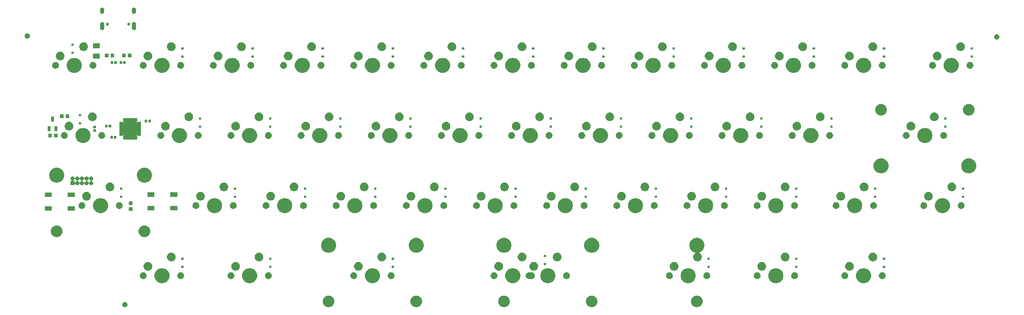
<source format=gbs>
G04 #@! TF.GenerationSoftware,KiCad,Pcbnew,(5.1.4-0-10_14)*
G04 #@! TF.CreationDate,2020-05-16T01:02:51+09:00*
G04 #@! TF.ProjectId,chavdai40,63686176-6461-4693-9430-2e6b69636164,rev?*
G04 #@! TF.SameCoordinates,Original*
G04 #@! TF.FileFunction,Soldermask,Bot*
G04 #@! TF.FilePolarity,Negative*
%FSLAX46Y46*%
G04 Gerber Fmt 4.6, Leading zero omitted, Abs format (unit mm)*
G04 Created by KiCad (PCBNEW (5.1.4-0-10_14)) date 2020-05-16 01:02:51*
%MOMM*%
%LPD*%
G04 APERTURE LIST*
%ADD10C,0.100000*%
G04 APERTURE END LIST*
D10*
G36*
X48147343Y-93777421D02*
G01*
X48217329Y-93791342D01*
X48349180Y-93845956D01*
X48467842Y-93925244D01*
X48568756Y-94026158D01*
X48648044Y-94144820D01*
X48702658Y-94276671D01*
X48730500Y-94416643D01*
X48730500Y-94559357D01*
X48702658Y-94699329D01*
X48648044Y-94831180D01*
X48568756Y-94949842D01*
X48467842Y-95050756D01*
X48349180Y-95130044D01*
X48217329Y-95184658D01*
X48147343Y-95198579D01*
X48077358Y-95212500D01*
X47934642Y-95212500D01*
X47864657Y-95198579D01*
X47794671Y-95184658D01*
X47662820Y-95130044D01*
X47544158Y-95050756D01*
X47443244Y-94949842D01*
X47363956Y-94831180D01*
X47309342Y-94699329D01*
X47281500Y-94559357D01*
X47281500Y-94416643D01*
X47309342Y-94276671D01*
X47363956Y-94144820D01*
X47443244Y-94026158D01*
X47544158Y-93925244D01*
X47662820Y-93845956D01*
X47794671Y-93791342D01*
X47864657Y-93777421D01*
X47934642Y-93763500D01*
X48077358Y-93763500D01*
X48147343Y-93777421D01*
X48147343Y-93777421D01*
G37*
G36*
X175027517Y-92054263D02*
G01*
X175179661Y-92084526D01*
X175298387Y-92133704D01*
X175466291Y-92203252D01*
X175466292Y-92203253D01*
X175724254Y-92375617D01*
X175943633Y-92594996D01*
X176058803Y-92767361D01*
X176115998Y-92852959D01*
X176234724Y-93139590D01*
X176295250Y-93443875D01*
X176295250Y-93754125D01*
X176234724Y-94058410D01*
X176115998Y-94345041D01*
X176115997Y-94345042D01*
X175943633Y-94603004D01*
X175724254Y-94822383D01*
X175551889Y-94937553D01*
X175466291Y-94994748D01*
X175331075Y-95050756D01*
X175179661Y-95113474D01*
X175096362Y-95130043D01*
X174875375Y-95174000D01*
X174565125Y-95174000D01*
X174344138Y-95130043D01*
X174260839Y-95113474D01*
X174109425Y-95050756D01*
X173974209Y-94994748D01*
X173888611Y-94937553D01*
X173716246Y-94822383D01*
X173496867Y-94603004D01*
X173324503Y-94345042D01*
X173324502Y-94345041D01*
X173205776Y-94058410D01*
X173145250Y-93754125D01*
X173145250Y-93443875D01*
X173205776Y-93139590D01*
X173324502Y-92852959D01*
X173381697Y-92767361D01*
X173496867Y-92594996D01*
X173716246Y-92375617D01*
X173974208Y-92203253D01*
X173974209Y-92203252D01*
X174142113Y-92133704D01*
X174260839Y-92084526D01*
X174412983Y-92054263D01*
X174565125Y-92024000D01*
X174875375Y-92024000D01*
X175027517Y-92054263D01*
X175027517Y-92054263D01*
G37*
G36*
X151215017Y-92054263D02*
G01*
X151367161Y-92084526D01*
X151485887Y-92133704D01*
X151653791Y-92203252D01*
X151653792Y-92203253D01*
X151911754Y-92375617D01*
X152131133Y-92594996D01*
X152246303Y-92767361D01*
X152303498Y-92852959D01*
X152422224Y-93139590D01*
X152482750Y-93443875D01*
X152482750Y-93754125D01*
X152422224Y-94058410D01*
X152303498Y-94345041D01*
X152303497Y-94345042D01*
X152131133Y-94603004D01*
X151911754Y-94822383D01*
X151739389Y-94937553D01*
X151653791Y-94994748D01*
X151518575Y-95050756D01*
X151367161Y-95113474D01*
X151283862Y-95130043D01*
X151062875Y-95174000D01*
X150752625Y-95174000D01*
X150531638Y-95130043D01*
X150448339Y-95113474D01*
X150296925Y-95050756D01*
X150161709Y-94994748D01*
X150076111Y-94937553D01*
X149903746Y-94822383D01*
X149684367Y-94603004D01*
X149512003Y-94345042D01*
X149512002Y-94345041D01*
X149393276Y-94058410D01*
X149332750Y-93754125D01*
X149332750Y-93443875D01*
X149393276Y-93139590D01*
X149512002Y-92852959D01*
X149569197Y-92767361D01*
X149684367Y-92594996D01*
X149903746Y-92375617D01*
X150161708Y-92203253D01*
X150161709Y-92203252D01*
X150329613Y-92133704D01*
X150448339Y-92084526D01*
X150600483Y-92054263D01*
X150752625Y-92024000D01*
X151062875Y-92024000D01*
X151215017Y-92054263D01*
X151215017Y-92054263D01*
G37*
G36*
X127402517Y-92054263D02*
G01*
X127554661Y-92084526D01*
X127673387Y-92133704D01*
X127841291Y-92203252D01*
X127841292Y-92203253D01*
X128099254Y-92375617D01*
X128318633Y-92594996D01*
X128433803Y-92767361D01*
X128490998Y-92852959D01*
X128609724Y-93139590D01*
X128670250Y-93443875D01*
X128670250Y-93754125D01*
X128609724Y-94058410D01*
X128490998Y-94345041D01*
X128490997Y-94345042D01*
X128318633Y-94603004D01*
X128099254Y-94822383D01*
X127926889Y-94937553D01*
X127841291Y-94994748D01*
X127706075Y-95050756D01*
X127554661Y-95113474D01*
X127471362Y-95130043D01*
X127250375Y-95174000D01*
X126940125Y-95174000D01*
X126719138Y-95130043D01*
X126635839Y-95113474D01*
X126484425Y-95050756D01*
X126349209Y-94994748D01*
X126263611Y-94937553D01*
X126091246Y-94822383D01*
X125871867Y-94603004D01*
X125699503Y-94345042D01*
X125699502Y-94345041D01*
X125580776Y-94058410D01*
X125520250Y-93754125D01*
X125520250Y-93443875D01*
X125580776Y-93139590D01*
X125699502Y-92852959D01*
X125756697Y-92767361D01*
X125871867Y-92594996D01*
X126091246Y-92375617D01*
X126349208Y-92203253D01*
X126349209Y-92203252D01*
X126517113Y-92133704D01*
X126635839Y-92084526D01*
X126787983Y-92054263D01*
X126940125Y-92024000D01*
X127250375Y-92024000D01*
X127402517Y-92054263D01*
X127402517Y-92054263D01*
G37*
G36*
X103596367Y-92054263D02*
G01*
X103748511Y-92084526D01*
X103867237Y-92133704D01*
X104035141Y-92203252D01*
X104035142Y-92203253D01*
X104293104Y-92375617D01*
X104512483Y-92594996D01*
X104627653Y-92767361D01*
X104684848Y-92852959D01*
X104803574Y-93139590D01*
X104864100Y-93443875D01*
X104864100Y-93754125D01*
X104803574Y-94058410D01*
X104684848Y-94345041D01*
X104684847Y-94345042D01*
X104512483Y-94603004D01*
X104293104Y-94822383D01*
X104120739Y-94937553D01*
X104035141Y-94994748D01*
X103899925Y-95050756D01*
X103748511Y-95113474D01*
X103665212Y-95130043D01*
X103444225Y-95174000D01*
X103127625Y-95174000D01*
X102906638Y-95130043D01*
X102823339Y-95113474D01*
X102671925Y-95050756D01*
X102536709Y-94994748D01*
X102451111Y-94937553D01*
X102278746Y-94822383D01*
X102059367Y-94603004D01*
X101887003Y-94345042D01*
X101887002Y-94345041D01*
X101768276Y-94058410D01*
X101707750Y-93754125D01*
X101707750Y-93443875D01*
X101768276Y-93139590D01*
X101887002Y-92852959D01*
X101944197Y-92767361D01*
X102059367Y-92594996D01*
X102278746Y-92375617D01*
X102536708Y-92203253D01*
X102536709Y-92203252D01*
X102704613Y-92133704D01*
X102823339Y-92084526D01*
X102975483Y-92054263D01*
X103127625Y-92024000D01*
X103444225Y-92024000D01*
X103596367Y-92054263D01*
X103596367Y-92054263D01*
G37*
G36*
X203596167Y-92054263D02*
G01*
X203748311Y-92084526D01*
X203867037Y-92133704D01*
X204034941Y-92203252D01*
X204034942Y-92203253D01*
X204292904Y-92375617D01*
X204512283Y-92594996D01*
X204627453Y-92767361D01*
X204684648Y-92852959D01*
X204803374Y-93139590D01*
X204863900Y-93443875D01*
X204863900Y-93754125D01*
X204803374Y-94058410D01*
X204684648Y-94345041D01*
X204684647Y-94345042D01*
X204512283Y-94603004D01*
X204292904Y-94822383D01*
X204120539Y-94937553D01*
X204034941Y-94994748D01*
X203899725Y-95050756D01*
X203748311Y-95113474D01*
X203665012Y-95130043D01*
X203444025Y-95174000D01*
X203133775Y-95174000D01*
X202912788Y-95130043D01*
X202829489Y-95113474D01*
X202678075Y-95050756D01*
X202542859Y-94994748D01*
X202457261Y-94937553D01*
X202284896Y-94822383D01*
X202065517Y-94603004D01*
X201893153Y-94345042D01*
X201893152Y-94345041D01*
X201774426Y-94058410D01*
X201713900Y-93754125D01*
X201713900Y-93443875D01*
X201774426Y-93139590D01*
X201893152Y-92852959D01*
X201950347Y-92767361D01*
X202065517Y-92594996D01*
X202284896Y-92375617D01*
X202542858Y-92203253D01*
X202542859Y-92203252D01*
X202710763Y-92133704D01*
X202829489Y-92084526D01*
X202981633Y-92054263D01*
X203133775Y-92024000D01*
X203444025Y-92024000D01*
X203596167Y-92054263D01*
X203596167Y-92054263D01*
G37*
G36*
X249135474Y-84647684D02*
G01*
X249353474Y-84737983D01*
X249507623Y-84801833D01*
X249842548Y-85025623D01*
X250127377Y-85310452D01*
X250351167Y-85645377D01*
X250386433Y-85730518D01*
X250505316Y-86017526D01*
X250583900Y-86412594D01*
X250583900Y-86815406D01*
X250505316Y-87210474D01*
X250454451Y-87333272D01*
X250351167Y-87582623D01*
X250127377Y-87917548D01*
X249842548Y-88202377D01*
X249507623Y-88426167D01*
X249353474Y-88490017D01*
X249135474Y-88580316D01*
X248740406Y-88658900D01*
X248337594Y-88658900D01*
X247942526Y-88580316D01*
X247724526Y-88490017D01*
X247570377Y-88426167D01*
X247235452Y-88202377D01*
X246950623Y-87917548D01*
X246726833Y-87582623D01*
X246623549Y-87333272D01*
X246572684Y-87210474D01*
X246494100Y-86815406D01*
X246494100Y-86412594D01*
X246572684Y-86017526D01*
X246691567Y-85730518D01*
X246726833Y-85645377D01*
X246950623Y-85310452D01*
X247235452Y-85025623D01*
X247570377Y-84801833D01*
X247724526Y-84737983D01*
X247942526Y-84647684D01*
X248337594Y-84569100D01*
X248740406Y-84569100D01*
X249135474Y-84647684D01*
X249135474Y-84647684D01*
G37*
G36*
X225322974Y-84647684D02*
G01*
X225540974Y-84737983D01*
X225695123Y-84801833D01*
X226030048Y-85025623D01*
X226314877Y-85310452D01*
X226538667Y-85645377D01*
X226573933Y-85730518D01*
X226692816Y-86017526D01*
X226771400Y-86412594D01*
X226771400Y-86815406D01*
X226692816Y-87210474D01*
X226641951Y-87333272D01*
X226538667Y-87582623D01*
X226314877Y-87917548D01*
X226030048Y-88202377D01*
X225695123Y-88426167D01*
X225540974Y-88490017D01*
X225322974Y-88580316D01*
X224927906Y-88658900D01*
X224525094Y-88658900D01*
X224130026Y-88580316D01*
X223912026Y-88490017D01*
X223757877Y-88426167D01*
X223422952Y-88202377D01*
X223138123Y-87917548D01*
X222914333Y-87582623D01*
X222811049Y-87333272D01*
X222760184Y-87210474D01*
X222681600Y-86815406D01*
X222681600Y-86412594D01*
X222760184Y-86017526D01*
X222879067Y-85730518D01*
X222914333Y-85645377D01*
X223138123Y-85310452D01*
X223422952Y-85025623D01*
X223757877Y-84801833D01*
X223912026Y-84737983D01*
X224130026Y-84647684D01*
X224525094Y-84569100D01*
X224927906Y-84569100D01*
X225322974Y-84647684D01*
X225322974Y-84647684D01*
G37*
G36*
X201510474Y-84647684D02*
G01*
X201728474Y-84737983D01*
X201882623Y-84801833D01*
X202217548Y-85025623D01*
X202502377Y-85310452D01*
X202726167Y-85645377D01*
X202761433Y-85730518D01*
X202880316Y-86017526D01*
X202958900Y-86412594D01*
X202958900Y-86815406D01*
X202880316Y-87210474D01*
X202829451Y-87333272D01*
X202726167Y-87582623D01*
X202502377Y-87917548D01*
X202217548Y-88202377D01*
X201882623Y-88426167D01*
X201728474Y-88490017D01*
X201510474Y-88580316D01*
X201115406Y-88658900D01*
X200712594Y-88658900D01*
X200317526Y-88580316D01*
X200099526Y-88490017D01*
X199945377Y-88426167D01*
X199610452Y-88202377D01*
X199325623Y-87917548D01*
X199101833Y-87582623D01*
X198998549Y-87333272D01*
X198947684Y-87210474D01*
X198869100Y-86815406D01*
X198869100Y-86412594D01*
X198947684Y-86017526D01*
X199066567Y-85730518D01*
X199101833Y-85645377D01*
X199325623Y-85310452D01*
X199610452Y-85025623D01*
X199945377Y-84801833D01*
X200099526Y-84737983D01*
X200317526Y-84647684D01*
X200712594Y-84569100D01*
X201115406Y-84569100D01*
X201510474Y-84647684D01*
X201510474Y-84647684D01*
G37*
G36*
X163410474Y-84647684D02*
G01*
X163628474Y-84737983D01*
X163782623Y-84801833D01*
X164117548Y-85025623D01*
X164402377Y-85310452D01*
X164626167Y-85645377D01*
X164661433Y-85730518D01*
X164780316Y-86017526D01*
X164858900Y-86412594D01*
X164858900Y-86815406D01*
X164780316Y-87210474D01*
X164729451Y-87333272D01*
X164626167Y-87582623D01*
X164402377Y-87917548D01*
X164117548Y-88202377D01*
X163782623Y-88426167D01*
X163628474Y-88490017D01*
X163410474Y-88580316D01*
X163015406Y-88658900D01*
X162612594Y-88658900D01*
X162217526Y-88580316D01*
X161999526Y-88490017D01*
X161845377Y-88426167D01*
X161510452Y-88202377D01*
X161225623Y-87917548D01*
X161001833Y-87582623D01*
X160898549Y-87333272D01*
X160847684Y-87210474D01*
X160769100Y-86815406D01*
X160769100Y-86412594D01*
X160847684Y-86017526D01*
X160966567Y-85730518D01*
X161001833Y-85645377D01*
X161225623Y-85310452D01*
X161510452Y-85025623D01*
X161845377Y-84801833D01*
X161999526Y-84737983D01*
X162217526Y-84647684D01*
X162612594Y-84569100D01*
X163015406Y-84569100D01*
X163410474Y-84647684D01*
X163410474Y-84647684D01*
G37*
G36*
X153885474Y-84647684D02*
G01*
X154103474Y-84737983D01*
X154257623Y-84801833D01*
X154592548Y-85025623D01*
X154877377Y-85310452D01*
X155101167Y-85645377D01*
X155136433Y-85730518D01*
X155255316Y-86017526D01*
X155333900Y-86412594D01*
X155333900Y-86815406D01*
X155255316Y-87210474D01*
X155204451Y-87333272D01*
X155101167Y-87582623D01*
X154877377Y-87917548D01*
X154592548Y-88202377D01*
X154257623Y-88426167D01*
X154103474Y-88490017D01*
X153885474Y-88580316D01*
X153490406Y-88658900D01*
X153087594Y-88658900D01*
X152692526Y-88580316D01*
X152474526Y-88490017D01*
X152320377Y-88426167D01*
X151985452Y-88202377D01*
X151700623Y-87917548D01*
X151476833Y-87582623D01*
X151373549Y-87333272D01*
X151322684Y-87210474D01*
X151244100Y-86815406D01*
X151244100Y-86412594D01*
X151322684Y-86017526D01*
X151441567Y-85730518D01*
X151476833Y-85645377D01*
X151700623Y-85310452D01*
X151985452Y-85025623D01*
X152320377Y-84801833D01*
X152474526Y-84737983D01*
X152692526Y-84647684D01*
X153087594Y-84569100D01*
X153490406Y-84569100D01*
X153885474Y-84647684D01*
X153885474Y-84647684D01*
G37*
G36*
X115785474Y-84647684D02*
G01*
X116003474Y-84737983D01*
X116157623Y-84801833D01*
X116492548Y-85025623D01*
X116777377Y-85310452D01*
X117001167Y-85645377D01*
X117036433Y-85730518D01*
X117155316Y-86017526D01*
X117233900Y-86412594D01*
X117233900Y-86815406D01*
X117155316Y-87210474D01*
X117104451Y-87333272D01*
X117001167Y-87582623D01*
X116777377Y-87917548D01*
X116492548Y-88202377D01*
X116157623Y-88426167D01*
X116003474Y-88490017D01*
X115785474Y-88580316D01*
X115390406Y-88658900D01*
X114987594Y-88658900D01*
X114592526Y-88580316D01*
X114374526Y-88490017D01*
X114220377Y-88426167D01*
X113885452Y-88202377D01*
X113600623Y-87917548D01*
X113376833Y-87582623D01*
X113273549Y-87333272D01*
X113222684Y-87210474D01*
X113144100Y-86815406D01*
X113144100Y-86412594D01*
X113222684Y-86017526D01*
X113341567Y-85730518D01*
X113376833Y-85645377D01*
X113600623Y-85310452D01*
X113885452Y-85025623D01*
X114220377Y-84801833D01*
X114374526Y-84737983D01*
X114592526Y-84647684D01*
X114987594Y-84569100D01*
X115390406Y-84569100D01*
X115785474Y-84647684D01*
X115785474Y-84647684D01*
G37*
G36*
X82447974Y-84647684D02*
G01*
X82665974Y-84737983D01*
X82820123Y-84801833D01*
X83155048Y-85025623D01*
X83439877Y-85310452D01*
X83663667Y-85645377D01*
X83698933Y-85730518D01*
X83817816Y-86017526D01*
X83896400Y-86412594D01*
X83896400Y-86815406D01*
X83817816Y-87210474D01*
X83766951Y-87333272D01*
X83663667Y-87582623D01*
X83439877Y-87917548D01*
X83155048Y-88202377D01*
X82820123Y-88426167D01*
X82665974Y-88490017D01*
X82447974Y-88580316D01*
X82052906Y-88658900D01*
X81650094Y-88658900D01*
X81255026Y-88580316D01*
X81037026Y-88490017D01*
X80882877Y-88426167D01*
X80547952Y-88202377D01*
X80263123Y-87917548D01*
X80039333Y-87582623D01*
X79936049Y-87333272D01*
X79885184Y-87210474D01*
X79806600Y-86815406D01*
X79806600Y-86412594D01*
X79885184Y-86017526D01*
X80004067Y-85730518D01*
X80039333Y-85645377D01*
X80263123Y-85310452D01*
X80547952Y-85025623D01*
X80882877Y-84801833D01*
X81037026Y-84737983D01*
X81255026Y-84647684D01*
X81650094Y-84569100D01*
X82052906Y-84569100D01*
X82447974Y-84647684D01*
X82447974Y-84647684D01*
G37*
G36*
X58635474Y-84647684D02*
G01*
X58853474Y-84737983D01*
X59007623Y-84801833D01*
X59342548Y-85025623D01*
X59627377Y-85310452D01*
X59851167Y-85645377D01*
X59886433Y-85730518D01*
X60005316Y-86017526D01*
X60083900Y-86412594D01*
X60083900Y-86815406D01*
X60005316Y-87210474D01*
X59954451Y-87333272D01*
X59851167Y-87582623D01*
X59627377Y-87917548D01*
X59342548Y-88202377D01*
X59007623Y-88426167D01*
X58853474Y-88490017D01*
X58635474Y-88580316D01*
X58240406Y-88658900D01*
X57837594Y-88658900D01*
X57442526Y-88580316D01*
X57224526Y-88490017D01*
X57070377Y-88426167D01*
X56735452Y-88202377D01*
X56450623Y-87917548D01*
X56226833Y-87582623D01*
X56123549Y-87333272D01*
X56072684Y-87210474D01*
X55994100Y-86815406D01*
X55994100Y-86412594D01*
X56072684Y-86017526D01*
X56191567Y-85730518D01*
X56226833Y-85645377D01*
X56450623Y-85310452D01*
X56735452Y-85025623D01*
X57070377Y-84801833D01*
X57224526Y-84737983D01*
X57442526Y-84647684D01*
X57837594Y-84569100D01*
X58240406Y-84569100D01*
X58635474Y-84647684D01*
X58635474Y-84647684D01*
G37*
G36*
X63389104Y-85723585D02*
G01*
X63557626Y-85793389D01*
X63709291Y-85894728D01*
X63838272Y-86023709D01*
X63939611Y-86175374D01*
X64009415Y-86343896D01*
X64045000Y-86522797D01*
X64045000Y-86705203D01*
X64009415Y-86884104D01*
X63939611Y-87052626D01*
X63838272Y-87204291D01*
X63709291Y-87333272D01*
X63557626Y-87434611D01*
X63389104Y-87504415D01*
X63210203Y-87540000D01*
X63027797Y-87540000D01*
X62848896Y-87504415D01*
X62680374Y-87434611D01*
X62528709Y-87333272D01*
X62399728Y-87204291D01*
X62298389Y-87052626D01*
X62228585Y-86884104D01*
X62193000Y-86705203D01*
X62193000Y-86522797D01*
X62228585Y-86343896D01*
X62298389Y-86175374D01*
X62399728Y-86023709D01*
X62528709Y-85894728D01*
X62680374Y-85793389D01*
X62848896Y-85723585D01*
X63027797Y-85688000D01*
X63210203Y-85688000D01*
X63389104Y-85723585D01*
X63389104Y-85723585D01*
G37*
G36*
X53229104Y-85723585D02*
G01*
X53397626Y-85793389D01*
X53549291Y-85894728D01*
X53678272Y-86023709D01*
X53779611Y-86175374D01*
X53849415Y-86343896D01*
X53885000Y-86522797D01*
X53885000Y-86705203D01*
X53849415Y-86884104D01*
X53779611Y-87052626D01*
X53678272Y-87204291D01*
X53549291Y-87333272D01*
X53397626Y-87434611D01*
X53229104Y-87504415D01*
X53050203Y-87540000D01*
X52867797Y-87540000D01*
X52688896Y-87504415D01*
X52520374Y-87434611D01*
X52368709Y-87333272D01*
X52239728Y-87204291D01*
X52138389Y-87052626D01*
X52068585Y-86884104D01*
X52033000Y-86705203D01*
X52033000Y-86522797D01*
X52068585Y-86343896D01*
X52138389Y-86175374D01*
X52239728Y-86023709D01*
X52368709Y-85894728D01*
X52520374Y-85793389D01*
X52688896Y-85723585D01*
X52867797Y-85688000D01*
X53050203Y-85688000D01*
X53229104Y-85723585D01*
X53229104Y-85723585D01*
G37*
G36*
X253889104Y-85723585D02*
G01*
X254057626Y-85793389D01*
X254209291Y-85894728D01*
X254338272Y-86023709D01*
X254439611Y-86175374D01*
X254509415Y-86343896D01*
X254545000Y-86522797D01*
X254545000Y-86705203D01*
X254509415Y-86884104D01*
X254439611Y-87052626D01*
X254338272Y-87204291D01*
X254209291Y-87333272D01*
X254057626Y-87434611D01*
X253889104Y-87504415D01*
X253710203Y-87540000D01*
X253527797Y-87540000D01*
X253348896Y-87504415D01*
X253180374Y-87434611D01*
X253028709Y-87333272D01*
X252899728Y-87204291D01*
X252798389Y-87052626D01*
X252728585Y-86884104D01*
X252693000Y-86705203D01*
X252693000Y-86522797D01*
X252728585Y-86343896D01*
X252798389Y-86175374D01*
X252899728Y-86023709D01*
X253028709Y-85894728D01*
X253180374Y-85793389D01*
X253348896Y-85723585D01*
X253527797Y-85688000D01*
X253710203Y-85688000D01*
X253889104Y-85723585D01*
X253889104Y-85723585D01*
G37*
G36*
X243729104Y-85723585D02*
G01*
X243897626Y-85793389D01*
X244049291Y-85894728D01*
X244178272Y-86023709D01*
X244279611Y-86175374D01*
X244349415Y-86343896D01*
X244385000Y-86522797D01*
X244385000Y-86705203D01*
X244349415Y-86884104D01*
X244279611Y-87052626D01*
X244178272Y-87204291D01*
X244049291Y-87333272D01*
X243897626Y-87434611D01*
X243729104Y-87504415D01*
X243550203Y-87540000D01*
X243367797Y-87540000D01*
X243188896Y-87504415D01*
X243020374Y-87434611D01*
X242868709Y-87333272D01*
X242739728Y-87204291D01*
X242638389Y-87052626D01*
X242568585Y-86884104D01*
X242533000Y-86705203D01*
X242533000Y-86522797D01*
X242568585Y-86343896D01*
X242638389Y-86175374D01*
X242739728Y-86023709D01*
X242868709Y-85894728D01*
X243020374Y-85793389D01*
X243188896Y-85723585D01*
X243367797Y-85688000D01*
X243550203Y-85688000D01*
X243729104Y-85723585D01*
X243729104Y-85723585D01*
G37*
G36*
X230076604Y-85723585D02*
G01*
X230245126Y-85793389D01*
X230396791Y-85894728D01*
X230525772Y-86023709D01*
X230627111Y-86175374D01*
X230696915Y-86343896D01*
X230732500Y-86522797D01*
X230732500Y-86705203D01*
X230696915Y-86884104D01*
X230627111Y-87052626D01*
X230525772Y-87204291D01*
X230396791Y-87333272D01*
X230245126Y-87434611D01*
X230076604Y-87504415D01*
X229897703Y-87540000D01*
X229715297Y-87540000D01*
X229536396Y-87504415D01*
X229367874Y-87434611D01*
X229216209Y-87333272D01*
X229087228Y-87204291D01*
X228985889Y-87052626D01*
X228916085Y-86884104D01*
X228880500Y-86705203D01*
X228880500Y-86522797D01*
X228916085Y-86343896D01*
X228985889Y-86175374D01*
X229087228Y-86023709D01*
X229216209Y-85894728D01*
X229367874Y-85793389D01*
X229536396Y-85723585D01*
X229715297Y-85688000D01*
X229897703Y-85688000D01*
X230076604Y-85723585D01*
X230076604Y-85723585D01*
G37*
G36*
X148479104Y-85723585D02*
G01*
X148647626Y-85793389D01*
X148799291Y-85894728D01*
X148928272Y-86023709D01*
X149029611Y-86175374D01*
X149099415Y-86343896D01*
X149135000Y-86522797D01*
X149135000Y-86705203D01*
X149099415Y-86884104D01*
X149029611Y-87052626D01*
X148928272Y-87204291D01*
X148799291Y-87333272D01*
X148647626Y-87434611D01*
X148479104Y-87504415D01*
X148300203Y-87540000D01*
X148117797Y-87540000D01*
X147938896Y-87504415D01*
X147770374Y-87434611D01*
X147618709Y-87333272D01*
X147489728Y-87204291D01*
X147388389Y-87052626D01*
X147318585Y-86884104D01*
X147283000Y-86705203D01*
X147283000Y-86522797D01*
X147318585Y-86343896D01*
X147388389Y-86175374D01*
X147489728Y-86023709D01*
X147618709Y-85894728D01*
X147770374Y-85793389D01*
X147938896Y-85723585D01*
X148117797Y-85688000D01*
X148300203Y-85688000D01*
X148479104Y-85723585D01*
X148479104Y-85723585D01*
G37*
G36*
X158004104Y-85723585D02*
G01*
X158004110Y-85723588D01*
X158004565Y-85723678D01*
X158027118Y-85730518D01*
X158051504Y-85732919D01*
X158075890Y-85730516D01*
X158098435Y-85723678D01*
X158098890Y-85723588D01*
X158098896Y-85723585D01*
X158277797Y-85688000D01*
X158460203Y-85688000D01*
X158639104Y-85723585D01*
X158807626Y-85793389D01*
X158959291Y-85894728D01*
X159088272Y-86023709D01*
X159189611Y-86175374D01*
X159259415Y-86343896D01*
X159295000Y-86522797D01*
X159295000Y-86705203D01*
X159259415Y-86884104D01*
X159189611Y-87052626D01*
X159088272Y-87204291D01*
X158959291Y-87333272D01*
X158807626Y-87434611D01*
X158639104Y-87504415D01*
X158460203Y-87540000D01*
X158277797Y-87540000D01*
X158098896Y-87504415D01*
X158098890Y-87504412D01*
X158098435Y-87504322D01*
X158075882Y-87497482D01*
X158051496Y-87495081D01*
X158027110Y-87497484D01*
X158004565Y-87504322D01*
X158004110Y-87504412D01*
X158004104Y-87504415D01*
X157825203Y-87540000D01*
X157642797Y-87540000D01*
X157463896Y-87504415D01*
X157295374Y-87434611D01*
X157143709Y-87333272D01*
X157014728Y-87204291D01*
X156913389Y-87052626D01*
X156843585Y-86884104D01*
X156808000Y-86705203D01*
X156808000Y-86522797D01*
X156843585Y-86343896D01*
X156913389Y-86175374D01*
X157014728Y-86023709D01*
X157143709Y-85894728D01*
X157295374Y-85793389D01*
X157463896Y-85723585D01*
X157642797Y-85688000D01*
X157825203Y-85688000D01*
X158004104Y-85723585D01*
X158004104Y-85723585D01*
G37*
G36*
X219916604Y-85723585D02*
G01*
X220085126Y-85793389D01*
X220236791Y-85894728D01*
X220365772Y-86023709D01*
X220467111Y-86175374D01*
X220536915Y-86343896D01*
X220572500Y-86522797D01*
X220572500Y-86705203D01*
X220536915Y-86884104D01*
X220467111Y-87052626D01*
X220365772Y-87204291D01*
X220236791Y-87333272D01*
X220085126Y-87434611D01*
X219916604Y-87504415D01*
X219737703Y-87540000D01*
X219555297Y-87540000D01*
X219376396Y-87504415D01*
X219207874Y-87434611D01*
X219056209Y-87333272D01*
X218927228Y-87204291D01*
X218825889Y-87052626D01*
X218756085Y-86884104D01*
X218720500Y-86705203D01*
X218720500Y-86522797D01*
X218756085Y-86343896D01*
X218825889Y-86175374D01*
X218927228Y-86023709D01*
X219056209Y-85894728D01*
X219207874Y-85793389D01*
X219376396Y-85723585D01*
X219555297Y-85688000D01*
X219737703Y-85688000D01*
X219916604Y-85723585D01*
X219916604Y-85723585D01*
G37*
G36*
X206264104Y-85723585D02*
G01*
X206432626Y-85793389D01*
X206584291Y-85894728D01*
X206713272Y-86023709D01*
X206814611Y-86175374D01*
X206884415Y-86343896D01*
X206920000Y-86522797D01*
X206920000Y-86705203D01*
X206884415Y-86884104D01*
X206814611Y-87052626D01*
X206713272Y-87204291D01*
X206584291Y-87333272D01*
X206432626Y-87434611D01*
X206264104Y-87504415D01*
X206085203Y-87540000D01*
X205902797Y-87540000D01*
X205723896Y-87504415D01*
X205555374Y-87434611D01*
X205403709Y-87333272D01*
X205274728Y-87204291D01*
X205173389Y-87052626D01*
X205103585Y-86884104D01*
X205068000Y-86705203D01*
X205068000Y-86522797D01*
X205103585Y-86343896D01*
X205173389Y-86175374D01*
X205274728Y-86023709D01*
X205403709Y-85894728D01*
X205555374Y-85793389D01*
X205723896Y-85723585D01*
X205902797Y-85688000D01*
X206085203Y-85688000D01*
X206264104Y-85723585D01*
X206264104Y-85723585D01*
G37*
G36*
X196104104Y-85723585D02*
G01*
X196272626Y-85793389D01*
X196424291Y-85894728D01*
X196553272Y-86023709D01*
X196654611Y-86175374D01*
X196724415Y-86343896D01*
X196760000Y-86522797D01*
X196760000Y-86705203D01*
X196724415Y-86884104D01*
X196654611Y-87052626D01*
X196553272Y-87204291D01*
X196424291Y-87333272D01*
X196272626Y-87434611D01*
X196104104Y-87504415D01*
X195925203Y-87540000D01*
X195742797Y-87540000D01*
X195563896Y-87504415D01*
X195395374Y-87434611D01*
X195243709Y-87333272D01*
X195114728Y-87204291D01*
X195013389Y-87052626D01*
X194943585Y-86884104D01*
X194908000Y-86705203D01*
X194908000Y-86522797D01*
X194943585Y-86343896D01*
X195013389Y-86175374D01*
X195114728Y-86023709D01*
X195243709Y-85894728D01*
X195395374Y-85793389D01*
X195563896Y-85723585D01*
X195742797Y-85688000D01*
X195925203Y-85688000D01*
X196104104Y-85723585D01*
X196104104Y-85723585D01*
G37*
G36*
X168164104Y-85723585D02*
G01*
X168332626Y-85793389D01*
X168484291Y-85894728D01*
X168613272Y-86023709D01*
X168714611Y-86175374D01*
X168784415Y-86343896D01*
X168820000Y-86522797D01*
X168820000Y-86705203D01*
X168784415Y-86884104D01*
X168714611Y-87052626D01*
X168613272Y-87204291D01*
X168484291Y-87333272D01*
X168332626Y-87434611D01*
X168164104Y-87504415D01*
X167985203Y-87540000D01*
X167802797Y-87540000D01*
X167623896Y-87504415D01*
X167455374Y-87434611D01*
X167303709Y-87333272D01*
X167174728Y-87204291D01*
X167073389Y-87052626D01*
X167003585Y-86884104D01*
X166968000Y-86705203D01*
X166968000Y-86522797D01*
X167003585Y-86343896D01*
X167073389Y-86175374D01*
X167174728Y-86023709D01*
X167303709Y-85894728D01*
X167455374Y-85793389D01*
X167623896Y-85723585D01*
X167802797Y-85688000D01*
X167985203Y-85688000D01*
X168164104Y-85723585D01*
X168164104Y-85723585D01*
G37*
G36*
X110379104Y-85723585D02*
G01*
X110547626Y-85793389D01*
X110699291Y-85894728D01*
X110828272Y-86023709D01*
X110929611Y-86175374D01*
X110999415Y-86343896D01*
X111035000Y-86522797D01*
X111035000Y-86705203D01*
X110999415Y-86884104D01*
X110929611Y-87052626D01*
X110828272Y-87204291D01*
X110699291Y-87333272D01*
X110547626Y-87434611D01*
X110379104Y-87504415D01*
X110200203Y-87540000D01*
X110017797Y-87540000D01*
X109838896Y-87504415D01*
X109670374Y-87434611D01*
X109518709Y-87333272D01*
X109389728Y-87204291D01*
X109288389Y-87052626D01*
X109218585Y-86884104D01*
X109183000Y-86705203D01*
X109183000Y-86522797D01*
X109218585Y-86343896D01*
X109288389Y-86175374D01*
X109389728Y-86023709D01*
X109518709Y-85894728D01*
X109670374Y-85793389D01*
X109838896Y-85723585D01*
X110017797Y-85688000D01*
X110200203Y-85688000D01*
X110379104Y-85723585D01*
X110379104Y-85723585D01*
G37*
G36*
X120539104Y-85723585D02*
G01*
X120707626Y-85793389D01*
X120859291Y-85894728D01*
X120988272Y-86023709D01*
X121089611Y-86175374D01*
X121159415Y-86343896D01*
X121195000Y-86522797D01*
X121195000Y-86705203D01*
X121159415Y-86884104D01*
X121089611Y-87052626D01*
X120988272Y-87204291D01*
X120859291Y-87333272D01*
X120707626Y-87434611D01*
X120539104Y-87504415D01*
X120360203Y-87540000D01*
X120177797Y-87540000D01*
X119998896Y-87504415D01*
X119830374Y-87434611D01*
X119678709Y-87333272D01*
X119549728Y-87204291D01*
X119448389Y-87052626D01*
X119378585Y-86884104D01*
X119343000Y-86705203D01*
X119343000Y-86522797D01*
X119378585Y-86343896D01*
X119448389Y-86175374D01*
X119549728Y-86023709D01*
X119678709Y-85894728D01*
X119830374Y-85793389D01*
X119998896Y-85723585D01*
X120177797Y-85688000D01*
X120360203Y-85688000D01*
X120539104Y-85723585D01*
X120539104Y-85723585D01*
G37*
G36*
X77041604Y-85723585D02*
G01*
X77210126Y-85793389D01*
X77361791Y-85894728D01*
X77490772Y-86023709D01*
X77592111Y-86175374D01*
X77661915Y-86343896D01*
X77697500Y-86522797D01*
X77697500Y-86705203D01*
X77661915Y-86884104D01*
X77592111Y-87052626D01*
X77490772Y-87204291D01*
X77361791Y-87333272D01*
X77210126Y-87434611D01*
X77041604Y-87504415D01*
X76862703Y-87540000D01*
X76680297Y-87540000D01*
X76501396Y-87504415D01*
X76332874Y-87434611D01*
X76181209Y-87333272D01*
X76052228Y-87204291D01*
X75950889Y-87052626D01*
X75881085Y-86884104D01*
X75845500Y-86705203D01*
X75845500Y-86522797D01*
X75881085Y-86343896D01*
X75950889Y-86175374D01*
X76052228Y-86023709D01*
X76181209Y-85894728D01*
X76332874Y-85793389D01*
X76501396Y-85723585D01*
X76680297Y-85688000D01*
X76862703Y-85688000D01*
X77041604Y-85723585D01*
X77041604Y-85723585D01*
G37*
G36*
X87201604Y-85723585D02*
G01*
X87370126Y-85793389D01*
X87521791Y-85894728D01*
X87650772Y-86023709D01*
X87752111Y-86175374D01*
X87821915Y-86343896D01*
X87857500Y-86522797D01*
X87857500Y-86705203D01*
X87821915Y-86884104D01*
X87752111Y-87052626D01*
X87650772Y-87204291D01*
X87521791Y-87333272D01*
X87370126Y-87434611D01*
X87201604Y-87504415D01*
X87022703Y-87540000D01*
X86840297Y-87540000D01*
X86661396Y-87504415D01*
X86492874Y-87434611D01*
X86341209Y-87333272D01*
X86212228Y-87204291D01*
X86110889Y-87052626D01*
X86041085Y-86884104D01*
X86005500Y-86705203D01*
X86005500Y-86522797D01*
X86041085Y-86343896D01*
X86110889Y-86175374D01*
X86212228Y-86023709D01*
X86341209Y-85894728D01*
X86492874Y-85793389D01*
X86661396Y-85723585D01*
X86840297Y-85688000D01*
X87022703Y-85688000D01*
X87201604Y-85723585D01*
X87201604Y-85723585D01*
G37*
G36*
X159195560Y-82913064D02*
G01*
X159347027Y-82943193D01*
X159561045Y-83031842D01*
X159561046Y-83031843D01*
X159753654Y-83160539D01*
X159917461Y-83324346D01*
X160003258Y-83452751D01*
X160046158Y-83516955D01*
X160134807Y-83730973D01*
X160180000Y-83958174D01*
X160180000Y-84189826D01*
X160134807Y-84417027D01*
X160046158Y-84631045D01*
X160046157Y-84631046D01*
X159917461Y-84823654D01*
X159753654Y-84987461D01*
X159696540Y-85025623D01*
X159561045Y-85116158D01*
X159347027Y-85204807D01*
X159195560Y-85234936D01*
X159119827Y-85250000D01*
X158888173Y-85250000D01*
X158812440Y-85234936D01*
X158660973Y-85204807D01*
X158446955Y-85116158D01*
X158311460Y-85025623D01*
X158254346Y-84987461D01*
X158090539Y-84823654D01*
X157961843Y-84631046D01*
X157961842Y-84631045D01*
X157873193Y-84417027D01*
X157828000Y-84189826D01*
X157828000Y-83958174D01*
X157873193Y-83730973D01*
X157961842Y-83516955D01*
X158004742Y-83452751D01*
X158090539Y-83324346D01*
X158254346Y-83160539D01*
X158446954Y-83031843D01*
X158446955Y-83031842D01*
X158660973Y-82943193D01*
X158812440Y-82913064D01*
X158888173Y-82898000D01*
X159119827Y-82898000D01*
X159195560Y-82913064D01*
X159195560Y-82913064D01*
G37*
G36*
X197295560Y-82913064D02*
G01*
X197447027Y-82943193D01*
X197661045Y-83031842D01*
X197661046Y-83031843D01*
X197853654Y-83160539D01*
X198017461Y-83324346D01*
X198103258Y-83452751D01*
X198146158Y-83516955D01*
X198234807Y-83730973D01*
X198280000Y-83958174D01*
X198280000Y-84189826D01*
X198234807Y-84417027D01*
X198146158Y-84631045D01*
X198146157Y-84631046D01*
X198017461Y-84823654D01*
X197853654Y-84987461D01*
X197796540Y-85025623D01*
X197661045Y-85116158D01*
X197447027Y-85204807D01*
X197295560Y-85234936D01*
X197219827Y-85250000D01*
X196988173Y-85250000D01*
X196912440Y-85234936D01*
X196760973Y-85204807D01*
X196546955Y-85116158D01*
X196411460Y-85025623D01*
X196354346Y-84987461D01*
X196190539Y-84823654D01*
X196061843Y-84631046D01*
X196061842Y-84631045D01*
X195973193Y-84417027D01*
X195928000Y-84189826D01*
X195928000Y-83958174D01*
X195973193Y-83730973D01*
X196061842Y-83516955D01*
X196104742Y-83452751D01*
X196190539Y-83324346D01*
X196354346Y-83160539D01*
X196546954Y-83031843D01*
X196546955Y-83031842D01*
X196760973Y-82943193D01*
X196912440Y-82913064D01*
X196988173Y-82898000D01*
X197219827Y-82898000D01*
X197295560Y-82913064D01*
X197295560Y-82913064D01*
G37*
G36*
X78233060Y-82913064D02*
G01*
X78384527Y-82943193D01*
X78598545Y-83031842D01*
X78598546Y-83031843D01*
X78791154Y-83160539D01*
X78954961Y-83324346D01*
X79040758Y-83452751D01*
X79083658Y-83516955D01*
X79172307Y-83730973D01*
X79217500Y-83958174D01*
X79217500Y-84189826D01*
X79172307Y-84417027D01*
X79083658Y-84631045D01*
X79083657Y-84631046D01*
X78954961Y-84823654D01*
X78791154Y-84987461D01*
X78734040Y-85025623D01*
X78598545Y-85116158D01*
X78384527Y-85204807D01*
X78233060Y-85234936D01*
X78157327Y-85250000D01*
X77925673Y-85250000D01*
X77849940Y-85234936D01*
X77698473Y-85204807D01*
X77484455Y-85116158D01*
X77348960Y-85025623D01*
X77291846Y-84987461D01*
X77128039Y-84823654D01*
X76999343Y-84631046D01*
X76999342Y-84631045D01*
X76910693Y-84417027D01*
X76865500Y-84189826D01*
X76865500Y-83958174D01*
X76910693Y-83730973D01*
X76999342Y-83516955D01*
X77042242Y-83452751D01*
X77128039Y-83324346D01*
X77291846Y-83160539D01*
X77484454Y-83031843D01*
X77484455Y-83031842D01*
X77698473Y-82943193D01*
X77849940Y-82913064D01*
X77925673Y-82898000D01*
X78157327Y-82898000D01*
X78233060Y-82913064D01*
X78233060Y-82913064D01*
G37*
G36*
X54420560Y-82913064D02*
G01*
X54572027Y-82943193D01*
X54786045Y-83031842D01*
X54786046Y-83031843D01*
X54978654Y-83160539D01*
X55142461Y-83324346D01*
X55228258Y-83452751D01*
X55271158Y-83516955D01*
X55359807Y-83730973D01*
X55405000Y-83958174D01*
X55405000Y-84189826D01*
X55359807Y-84417027D01*
X55271158Y-84631045D01*
X55271157Y-84631046D01*
X55142461Y-84823654D01*
X54978654Y-84987461D01*
X54921540Y-85025623D01*
X54786045Y-85116158D01*
X54572027Y-85204807D01*
X54420560Y-85234936D01*
X54344827Y-85250000D01*
X54113173Y-85250000D01*
X54037440Y-85234936D01*
X53885973Y-85204807D01*
X53671955Y-85116158D01*
X53536460Y-85025623D01*
X53479346Y-84987461D01*
X53315539Y-84823654D01*
X53186843Y-84631046D01*
X53186842Y-84631045D01*
X53098193Y-84417027D01*
X53053000Y-84189826D01*
X53053000Y-83958174D01*
X53098193Y-83730973D01*
X53186842Y-83516955D01*
X53229742Y-83452751D01*
X53315539Y-83324346D01*
X53479346Y-83160539D01*
X53671954Y-83031843D01*
X53671955Y-83031842D01*
X53885973Y-82943193D01*
X54037440Y-82913064D01*
X54113173Y-82898000D01*
X54344827Y-82898000D01*
X54420560Y-82913064D01*
X54420560Y-82913064D01*
G37*
G36*
X111570560Y-82913064D02*
G01*
X111722027Y-82943193D01*
X111936045Y-83031842D01*
X111936046Y-83031843D01*
X112128654Y-83160539D01*
X112292461Y-83324346D01*
X112378258Y-83452751D01*
X112421158Y-83516955D01*
X112509807Y-83730973D01*
X112555000Y-83958174D01*
X112555000Y-84189826D01*
X112509807Y-84417027D01*
X112421158Y-84631045D01*
X112421157Y-84631046D01*
X112292461Y-84823654D01*
X112128654Y-84987461D01*
X112071540Y-85025623D01*
X111936045Y-85116158D01*
X111722027Y-85204807D01*
X111570560Y-85234936D01*
X111494827Y-85250000D01*
X111263173Y-85250000D01*
X111187440Y-85234936D01*
X111035973Y-85204807D01*
X110821955Y-85116158D01*
X110686460Y-85025623D01*
X110629346Y-84987461D01*
X110465539Y-84823654D01*
X110336843Y-84631046D01*
X110336842Y-84631045D01*
X110248193Y-84417027D01*
X110203000Y-84189826D01*
X110203000Y-83958174D01*
X110248193Y-83730973D01*
X110336842Y-83516955D01*
X110379742Y-83452751D01*
X110465539Y-83324346D01*
X110629346Y-83160539D01*
X110821954Y-83031843D01*
X110821955Y-83031842D01*
X111035973Y-82943193D01*
X111187440Y-82913064D01*
X111263173Y-82898000D01*
X111494827Y-82898000D01*
X111570560Y-82913064D01*
X111570560Y-82913064D01*
G37*
G36*
X244920560Y-82913064D02*
G01*
X245072027Y-82943193D01*
X245286045Y-83031842D01*
X245286046Y-83031843D01*
X245478654Y-83160539D01*
X245642461Y-83324346D01*
X245728258Y-83452751D01*
X245771158Y-83516955D01*
X245859807Y-83730973D01*
X245905000Y-83958174D01*
X245905000Y-84189826D01*
X245859807Y-84417027D01*
X245771158Y-84631045D01*
X245771157Y-84631046D01*
X245642461Y-84823654D01*
X245478654Y-84987461D01*
X245421540Y-85025623D01*
X245286045Y-85116158D01*
X245072027Y-85204807D01*
X244920560Y-85234936D01*
X244844827Y-85250000D01*
X244613173Y-85250000D01*
X244537440Y-85234936D01*
X244385973Y-85204807D01*
X244171955Y-85116158D01*
X244036460Y-85025623D01*
X243979346Y-84987461D01*
X243815539Y-84823654D01*
X243686843Y-84631046D01*
X243686842Y-84631045D01*
X243598193Y-84417027D01*
X243553000Y-84189826D01*
X243553000Y-83958174D01*
X243598193Y-83730973D01*
X243686842Y-83516955D01*
X243729742Y-83452751D01*
X243815539Y-83324346D01*
X243979346Y-83160539D01*
X244171954Y-83031843D01*
X244171955Y-83031842D01*
X244385973Y-82943193D01*
X244537440Y-82913064D01*
X244613173Y-82898000D01*
X244844827Y-82898000D01*
X244920560Y-82913064D01*
X244920560Y-82913064D01*
G37*
G36*
X221108060Y-82913064D02*
G01*
X221259527Y-82943193D01*
X221473545Y-83031842D01*
X221473546Y-83031843D01*
X221666154Y-83160539D01*
X221829961Y-83324346D01*
X221915758Y-83452751D01*
X221958658Y-83516955D01*
X222047307Y-83730973D01*
X222092500Y-83958174D01*
X222092500Y-84189826D01*
X222047307Y-84417027D01*
X221958658Y-84631045D01*
X221958657Y-84631046D01*
X221829961Y-84823654D01*
X221666154Y-84987461D01*
X221609040Y-85025623D01*
X221473545Y-85116158D01*
X221259527Y-85204807D01*
X221108060Y-85234936D01*
X221032327Y-85250000D01*
X220800673Y-85250000D01*
X220724940Y-85234936D01*
X220573473Y-85204807D01*
X220359455Y-85116158D01*
X220223960Y-85025623D01*
X220166846Y-84987461D01*
X220003039Y-84823654D01*
X219874343Y-84631046D01*
X219874342Y-84631045D01*
X219785693Y-84417027D01*
X219740500Y-84189826D01*
X219740500Y-83958174D01*
X219785693Y-83730973D01*
X219874342Y-83516955D01*
X219917242Y-83452751D01*
X220003039Y-83324346D01*
X220166846Y-83160539D01*
X220359454Y-83031843D01*
X220359455Y-83031842D01*
X220573473Y-82943193D01*
X220724940Y-82913064D01*
X220800673Y-82898000D01*
X221032327Y-82898000D01*
X221108060Y-82913064D01*
X221108060Y-82913064D01*
G37*
G36*
X149670560Y-82913064D02*
G01*
X149822027Y-82943193D01*
X150036045Y-83031842D01*
X150036046Y-83031843D01*
X150228654Y-83160539D01*
X150392461Y-83324346D01*
X150478258Y-83452751D01*
X150521158Y-83516955D01*
X150609807Y-83730973D01*
X150655000Y-83958174D01*
X150655000Y-84189826D01*
X150609807Y-84417027D01*
X150521158Y-84631045D01*
X150521157Y-84631046D01*
X150392461Y-84823654D01*
X150228654Y-84987461D01*
X150171540Y-85025623D01*
X150036045Y-85116158D01*
X149822027Y-85204807D01*
X149670560Y-85234936D01*
X149594827Y-85250000D01*
X149363173Y-85250000D01*
X149287440Y-85234936D01*
X149135973Y-85204807D01*
X148921955Y-85116158D01*
X148786460Y-85025623D01*
X148729346Y-84987461D01*
X148565539Y-84823654D01*
X148436843Y-84631046D01*
X148436842Y-84631045D01*
X148348193Y-84417027D01*
X148303000Y-84189826D01*
X148303000Y-83958174D01*
X148348193Y-83730973D01*
X148436842Y-83516955D01*
X148479742Y-83452751D01*
X148565539Y-83324346D01*
X148729346Y-83160539D01*
X148921954Y-83031843D01*
X148921955Y-83031842D01*
X149135973Y-82943193D01*
X149287440Y-82913064D01*
X149363173Y-82898000D01*
X149594827Y-82898000D01*
X149670560Y-82913064D01*
X149670560Y-82913064D01*
G37*
G36*
X254396250Y-84533750D02*
G01*
X253794250Y-84533750D01*
X253794250Y-83931750D01*
X254396250Y-83931750D01*
X254396250Y-84533750D01*
X254396250Y-84533750D01*
G37*
G36*
X230583750Y-84533750D02*
G01*
X229981750Y-84533750D01*
X229981750Y-83931750D01*
X230583750Y-83931750D01*
X230583750Y-84533750D01*
X230583750Y-84533750D01*
G37*
G36*
X206771250Y-84533750D02*
G01*
X206169250Y-84533750D01*
X206169250Y-83931750D01*
X206771250Y-83931750D01*
X206771250Y-84533750D01*
X206771250Y-84533750D01*
G37*
G36*
X63896250Y-84533750D02*
G01*
X63294250Y-84533750D01*
X63294250Y-83931750D01*
X63896250Y-83931750D01*
X63896250Y-84533750D01*
X63896250Y-84533750D01*
G37*
G36*
X121046250Y-84533750D02*
G01*
X120444250Y-84533750D01*
X120444250Y-83931750D01*
X121046250Y-83931750D01*
X121046250Y-84533750D01*
X121046250Y-84533750D01*
G37*
G36*
X87708750Y-84533750D02*
G01*
X87106750Y-84533750D01*
X87106750Y-83931750D01*
X87708750Y-83931750D01*
X87708750Y-84533750D01*
X87708750Y-84533750D01*
G37*
G36*
X162321250Y-83728750D02*
G01*
X161719250Y-83728750D01*
X161719250Y-83126750D01*
X162321250Y-83126750D01*
X162321250Y-83728750D01*
X162321250Y-83728750D01*
G37*
G36*
X60756185Y-80370205D02*
G01*
X60922027Y-80403193D01*
X61136045Y-80491842D01*
X61136046Y-80491843D01*
X61328654Y-80620539D01*
X61492461Y-80784346D01*
X61578258Y-80912751D01*
X61621158Y-80976955D01*
X61709807Y-81190973D01*
X61755000Y-81418174D01*
X61755000Y-81649826D01*
X61709807Y-81877027D01*
X61621158Y-82091045D01*
X61621157Y-82091046D01*
X61492461Y-82283654D01*
X61328654Y-82447461D01*
X61200249Y-82533258D01*
X61136045Y-82576158D01*
X60922027Y-82664807D01*
X60770560Y-82694936D01*
X60694827Y-82710000D01*
X60463173Y-82710000D01*
X60387440Y-82694936D01*
X60235973Y-82664807D01*
X60021955Y-82576158D01*
X59957751Y-82533258D01*
X59829346Y-82447461D01*
X59665539Y-82283654D01*
X59536843Y-82091046D01*
X59536842Y-82091045D01*
X59448193Y-81877027D01*
X59403000Y-81649826D01*
X59403000Y-81418174D01*
X59448193Y-81190973D01*
X59536842Y-80976955D01*
X59579742Y-80912751D01*
X59665539Y-80784346D01*
X59829346Y-80620539D01*
X60021954Y-80491843D01*
X60021955Y-80491842D01*
X60235973Y-80403193D01*
X60401815Y-80370205D01*
X60463173Y-80358000D01*
X60694827Y-80358000D01*
X60756185Y-80370205D01*
X60756185Y-80370205D01*
G37*
G36*
X165531185Y-80370205D02*
G01*
X165697027Y-80403193D01*
X165911045Y-80491842D01*
X165911046Y-80491843D01*
X166103654Y-80620539D01*
X166267461Y-80784346D01*
X166353258Y-80912751D01*
X166396158Y-80976955D01*
X166484807Y-81190973D01*
X166530000Y-81418174D01*
X166530000Y-81649826D01*
X166484807Y-81877027D01*
X166396158Y-82091045D01*
X166396157Y-82091046D01*
X166267461Y-82283654D01*
X166103654Y-82447461D01*
X165975249Y-82533258D01*
X165911045Y-82576158D01*
X165697027Y-82664807D01*
X165545560Y-82694936D01*
X165469827Y-82710000D01*
X165238173Y-82710000D01*
X165162440Y-82694936D01*
X165010973Y-82664807D01*
X164796955Y-82576158D01*
X164732751Y-82533258D01*
X164604346Y-82447461D01*
X164440539Y-82283654D01*
X164311843Y-82091046D01*
X164311842Y-82091045D01*
X164223193Y-81877027D01*
X164178000Y-81649826D01*
X164178000Y-81418174D01*
X164223193Y-81190973D01*
X164311842Y-80976955D01*
X164354742Y-80912751D01*
X164440539Y-80784346D01*
X164604346Y-80620539D01*
X164796954Y-80491843D01*
X164796955Y-80491842D01*
X165010973Y-80403193D01*
X165176815Y-80370205D01*
X165238173Y-80358000D01*
X165469827Y-80358000D01*
X165531185Y-80370205D01*
X165531185Y-80370205D01*
G37*
G36*
X251256185Y-80370205D02*
G01*
X251422027Y-80403193D01*
X251636045Y-80491842D01*
X251636046Y-80491843D01*
X251828654Y-80620539D01*
X251992461Y-80784346D01*
X252078258Y-80912751D01*
X252121158Y-80976955D01*
X252209807Y-81190973D01*
X252255000Y-81418174D01*
X252255000Y-81649826D01*
X252209807Y-81877027D01*
X252121158Y-82091045D01*
X252121157Y-82091046D01*
X251992461Y-82283654D01*
X251828654Y-82447461D01*
X251700249Y-82533258D01*
X251636045Y-82576158D01*
X251422027Y-82664807D01*
X251270560Y-82694936D01*
X251194827Y-82710000D01*
X250963173Y-82710000D01*
X250887440Y-82694936D01*
X250735973Y-82664807D01*
X250521955Y-82576158D01*
X250457751Y-82533258D01*
X250329346Y-82447461D01*
X250165539Y-82283654D01*
X250036843Y-82091046D01*
X250036842Y-82091045D01*
X249948193Y-81877027D01*
X249903000Y-81649826D01*
X249903000Y-81418174D01*
X249948193Y-81190973D01*
X250036842Y-80976955D01*
X250079742Y-80912751D01*
X250165539Y-80784346D01*
X250329346Y-80620539D01*
X250521954Y-80491843D01*
X250521955Y-80491842D01*
X250735973Y-80403193D01*
X250901815Y-80370205D01*
X250963173Y-80358000D01*
X251194827Y-80358000D01*
X251256185Y-80370205D01*
X251256185Y-80370205D01*
G37*
G36*
X156006185Y-80370205D02*
G01*
X156172027Y-80403193D01*
X156386045Y-80491842D01*
X156386046Y-80491843D01*
X156578654Y-80620539D01*
X156742461Y-80784346D01*
X156828258Y-80912751D01*
X156871158Y-80976955D01*
X156959807Y-81190973D01*
X157005000Y-81418174D01*
X157005000Y-81649826D01*
X156959807Y-81877027D01*
X156871158Y-82091045D01*
X156871157Y-82091046D01*
X156742461Y-82283654D01*
X156578654Y-82447461D01*
X156450249Y-82533258D01*
X156386045Y-82576158D01*
X156172027Y-82664807D01*
X156020560Y-82694936D01*
X155944827Y-82710000D01*
X155713173Y-82710000D01*
X155637440Y-82694936D01*
X155485973Y-82664807D01*
X155271955Y-82576158D01*
X155207751Y-82533258D01*
X155079346Y-82447461D01*
X154915539Y-82283654D01*
X154786843Y-82091046D01*
X154786842Y-82091045D01*
X154698193Y-81877027D01*
X154653000Y-81649826D01*
X154653000Y-81418174D01*
X154698193Y-81190973D01*
X154786842Y-80976955D01*
X154829742Y-80912751D01*
X154915539Y-80784346D01*
X155079346Y-80620539D01*
X155271954Y-80491843D01*
X155271955Y-80491842D01*
X155485973Y-80403193D01*
X155651815Y-80370205D01*
X155713173Y-80358000D01*
X155944827Y-80358000D01*
X156006185Y-80370205D01*
X156006185Y-80370205D01*
G37*
G36*
X117906185Y-80370205D02*
G01*
X118072027Y-80403193D01*
X118286045Y-80491842D01*
X118286046Y-80491843D01*
X118478654Y-80620539D01*
X118642461Y-80784346D01*
X118728258Y-80912751D01*
X118771158Y-80976955D01*
X118859807Y-81190973D01*
X118905000Y-81418174D01*
X118905000Y-81649826D01*
X118859807Y-81877027D01*
X118771158Y-82091045D01*
X118771157Y-82091046D01*
X118642461Y-82283654D01*
X118478654Y-82447461D01*
X118350249Y-82533258D01*
X118286045Y-82576158D01*
X118072027Y-82664807D01*
X117920560Y-82694936D01*
X117844827Y-82710000D01*
X117613173Y-82710000D01*
X117537440Y-82694936D01*
X117385973Y-82664807D01*
X117171955Y-82576158D01*
X117107751Y-82533258D01*
X116979346Y-82447461D01*
X116815539Y-82283654D01*
X116686843Y-82091046D01*
X116686842Y-82091045D01*
X116598193Y-81877027D01*
X116553000Y-81649826D01*
X116553000Y-81418174D01*
X116598193Y-81190973D01*
X116686842Y-80976955D01*
X116729742Y-80912751D01*
X116815539Y-80784346D01*
X116979346Y-80620539D01*
X117171954Y-80491843D01*
X117171955Y-80491842D01*
X117385973Y-80403193D01*
X117551815Y-80370205D01*
X117613173Y-80358000D01*
X117844827Y-80358000D01*
X117906185Y-80370205D01*
X117906185Y-80370205D01*
G37*
G36*
X84568685Y-80370205D02*
G01*
X84734527Y-80403193D01*
X84948545Y-80491842D01*
X84948546Y-80491843D01*
X85141154Y-80620539D01*
X85304961Y-80784346D01*
X85390758Y-80912751D01*
X85433658Y-80976955D01*
X85522307Y-81190973D01*
X85567500Y-81418174D01*
X85567500Y-81649826D01*
X85522307Y-81877027D01*
X85433658Y-82091045D01*
X85433657Y-82091046D01*
X85304961Y-82283654D01*
X85141154Y-82447461D01*
X85012749Y-82533258D01*
X84948545Y-82576158D01*
X84734527Y-82664807D01*
X84583060Y-82694936D01*
X84507327Y-82710000D01*
X84275673Y-82710000D01*
X84199940Y-82694936D01*
X84048473Y-82664807D01*
X83834455Y-82576158D01*
X83770251Y-82533258D01*
X83641846Y-82447461D01*
X83478039Y-82283654D01*
X83349343Y-82091046D01*
X83349342Y-82091045D01*
X83260693Y-81877027D01*
X83215500Y-81649826D01*
X83215500Y-81418174D01*
X83260693Y-81190973D01*
X83349342Y-80976955D01*
X83392242Y-80912751D01*
X83478039Y-80784346D01*
X83641846Y-80620539D01*
X83834454Y-80491843D01*
X83834455Y-80491842D01*
X84048473Y-80403193D01*
X84214315Y-80370205D01*
X84275673Y-80358000D01*
X84507327Y-80358000D01*
X84568685Y-80370205D01*
X84568685Y-80370205D01*
G37*
G36*
X203885374Y-76392684D02*
G01*
X204103374Y-76482983D01*
X204257523Y-76546833D01*
X204592448Y-76770623D01*
X204877277Y-77055452D01*
X205101067Y-77390377D01*
X205101067Y-77390378D01*
X205255216Y-77762526D01*
X205333800Y-78157594D01*
X205333800Y-78560406D01*
X205255216Y-78955474D01*
X205164917Y-79173474D01*
X205101067Y-79327623D01*
X204877277Y-79662548D01*
X204592448Y-79947377D01*
X204257523Y-80171167D01*
X204173634Y-80205915D01*
X204025158Y-80267416D01*
X204003547Y-80278967D01*
X203984605Y-80294513D01*
X203969060Y-80313454D01*
X203957509Y-80335065D01*
X203950396Y-80358514D01*
X203947994Y-80382900D01*
X203950396Y-80407286D01*
X203957509Y-80430735D01*
X203969060Y-80452346D01*
X203984606Y-80471288D01*
X204003548Y-80486833D01*
X204203654Y-80620539D01*
X204367461Y-80784346D01*
X204453258Y-80912751D01*
X204496158Y-80976955D01*
X204584807Y-81190973D01*
X204630000Y-81418174D01*
X204630000Y-81649826D01*
X204584807Y-81877027D01*
X204496158Y-82091045D01*
X204496157Y-82091046D01*
X204367461Y-82283654D01*
X204203654Y-82447461D01*
X204075249Y-82533258D01*
X204011045Y-82576158D01*
X203797027Y-82664807D01*
X203645560Y-82694936D01*
X203569827Y-82710000D01*
X203338173Y-82710000D01*
X203262440Y-82694936D01*
X203110973Y-82664807D01*
X202896955Y-82576158D01*
X202832751Y-82533258D01*
X202704346Y-82447461D01*
X202540539Y-82283654D01*
X202411843Y-82091046D01*
X202411842Y-82091045D01*
X202323193Y-81877027D01*
X202278000Y-81649826D01*
X202278000Y-81418174D01*
X202323193Y-81190973D01*
X202411842Y-80976955D01*
X202454742Y-80912751D01*
X202540539Y-80784346D01*
X202704346Y-80620539D01*
X202791171Y-80562525D01*
X202810113Y-80546980D01*
X202825658Y-80528038D01*
X202837210Y-80506428D01*
X202844323Y-80482979D01*
X202846725Y-80458593D01*
X202844323Y-80434207D01*
X202837210Y-80410758D01*
X202825659Y-80389147D01*
X202810114Y-80370205D01*
X202791172Y-80354660D01*
X202769562Y-80343108D01*
X202746112Y-80335995D01*
X202692426Y-80325316D01*
X202474426Y-80235017D01*
X202320277Y-80171167D01*
X201985352Y-79947377D01*
X201700523Y-79662548D01*
X201476733Y-79327623D01*
X201412883Y-79173474D01*
X201322584Y-78955474D01*
X201244000Y-78560406D01*
X201244000Y-78157594D01*
X201322584Y-77762526D01*
X201476733Y-77390378D01*
X201476733Y-77390377D01*
X201700523Y-77055452D01*
X201985352Y-76770623D01*
X202320277Y-76546833D01*
X202474426Y-76482983D01*
X202692426Y-76392684D01*
X203087494Y-76314100D01*
X203490306Y-76314100D01*
X203885374Y-76392684D01*
X203885374Y-76392684D01*
G37*
G36*
X227443685Y-80370205D02*
G01*
X227609527Y-80403193D01*
X227823545Y-80491842D01*
X227823546Y-80491843D01*
X228016154Y-80620539D01*
X228179961Y-80784346D01*
X228265758Y-80912751D01*
X228308658Y-80976955D01*
X228397307Y-81190973D01*
X228442500Y-81418174D01*
X228442500Y-81649826D01*
X228397307Y-81877027D01*
X228308658Y-82091045D01*
X228308657Y-82091046D01*
X228179961Y-82283654D01*
X228016154Y-82447461D01*
X227887749Y-82533258D01*
X227823545Y-82576158D01*
X227609527Y-82664807D01*
X227458060Y-82694936D01*
X227382327Y-82710000D01*
X227150673Y-82710000D01*
X227074940Y-82694936D01*
X226923473Y-82664807D01*
X226709455Y-82576158D01*
X226645251Y-82533258D01*
X226516846Y-82447461D01*
X226353039Y-82283654D01*
X226224343Y-82091046D01*
X226224342Y-82091045D01*
X226135693Y-81877027D01*
X226090500Y-81649826D01*
X226090500Y-81418174D01*
X226135693Y-81190973D01*
X226224342Y-80976955D01*
X226267242Y-80912751D01*
X226353039Y-80784346D01*
X226516846Y-80620539D01*
X226709454Y-80491843D01*
X226709455Y-80491842D01*
X226923473Y-80403193D01*
X227089315Y-80370205D01*
X227150673Y-80358000D01*
X227382327Y-80358000D01*
X227443685Y-80370205D01*
X227443685Y-80370205D01*
G37*
G36*
X63896250Y-82333750D02*
G01*
X63294250Y-82333750D01*
X63294250Y-81731750D01*
X63896250Y-81731750D01*
X63896250Y-82333750D01*
X63896250Y-82333750D01*
G37*
G36*
X254396250Y-82333750D02*
G01*
X253794250Y-82333750D01*
X253794250Y-81731750D01*
X254396250Y-81731750D01*
X254396250Y-82333750D01*
X254396250Y-82333750D01*
G37*
G36*
X230583750Y-82333750D02*
G01*
X229981750Y-82333750D01*
X229981750Y-81731750D01*
X230583750Y-81731750D01*
X230583750Y-82333750D01*
X230583750Y-82333750D01*
G37*
G36*
X206771250Y-82333750D02*
G01*
X206169250Y-82333750D01*
X206169250Y-81731750D01*
X206771250Y-81731750D01*
X206771250Y-82333750D01*
X206771250Y-82333750D01*
G37*
G36*
X121046250Y-82333750D02*
G01*
X120444250Y-82333750D01*
X120444250Y-81731750D01*
X121046250Y-81731750D01*
X121046250Y-82333750D01*
X121046250Y-82333750D01*
G37*
G36*
X87708750Y-82333750D02*
G01*
X87106750Y-82333750D01*
X87106750Y-81731750D01*
X87708750Y-81731750D01*
X87708750Y-82333750D01*
X87708750Y-82333750D01*
G37*
G36*
X162321250Y-81528750D02*
G01*
X161719250Y-81528750D01*
X161719250Y-80926750D01*
X162321250Y-80926750D01*
X162321250Y-81528750D01*
X162321250Y-81528750D01*
G37*
G36*
X175316724Y-76392684D02*
G01*
X175534724Y-76482983D01*
X175688873Y-76546833D01*
X176023798Y-76770623D01*
X176308627Y-77055452D01*
X176532417Y-77390377D01*
X176532417Y-77390378D01*
X176686566Y-77762526D01*
X176765150Y-78157594D01*
X176765150Y-78560406D01*
X176686566Y-78955474D01*
X176596267Y-79173474D01*
X176532417Y-79327623D01*
X176308627Y-79662548D01*
X176023798Y-79947377D01*
X175688873Y-80171167D01*
X175534724Y-80235017D01*
X175316724Y-80325316D01*
X174921656Y-80403900D01*
X174518844Y-80403900D01*
X174123776Y-80325316D01*
X173905776Y-80235017D01*
X173751627Y-80171167D01*
X173416702Y-79947377D01*
X173131873Y-79662548D01*
X172908083Y-79327623D01*
X172844233Y-79173474D01*
X172753934Y-78955474D01*
X172675350Y-78560406D01*
X172675350Y-78157594D01*
X172753934Y-77762526D01*
X172908083Y-77390378D01*
X172908083Y-77390377D01*
X173131873Y-77055452D01*
X173416702Y-76770623D01*
X173751627Y-76546833D01*
X173905776Y-76482983D01*
X174123776Y-76392684D01*
X174518844Y-76314100D01*
X174921656Y-76314100D01*
X175316724Y-76392684D01*
X175316724Y-76392684D01*
G37*
G36*
X151504224Y-76392684D02*
G01*
X151722224Y-76482983D01*
X151876373Y-76546833D01*
X152211298Y-76770623D01*
X152496127Y-77055452D01*
X152719917Y-77390377D01*
X152719917Y-77390378D01*
X152874066Y-77762526D01*
X152952650Y-78157594D01*
X152952650Y-78560406D01*
X152874066Y-78955474D01*
X152783767Y-79173474D01*
X152719917Y-79327623D01*
X152496127Y-79662548D01*
X152211298Y-79947377D01*
X151876373Y-80171167D01*
X151722224Y-80235017D01*
X151504224Y-80325316D01*
X151109156Y-80403900D01*
X150706344Y-80403900D01*
X150311276Y-80325316D01*
X150093276Y-80235017D01*
X149939127Y-80171167D01*
X149604202Y-79947377D01*
X149319373Y-79662548D01*
X149095583Y-79327623D01*
X149031733Y-79173474D01*
X148941434Y-78955474D01*
X148862850Y-78560406D01*
X148862850Y-78157594D01*
X148941434Y-77762526D01*
X149095583Y-77390378D01*
X149095583Y-77390377D01*
X149319373Y-77055452D01*
X149604202Y-76770623D01*
X149939127Y-76546833D01*
X150093276Y-76482983D01*
X150311276Y-76392684D01*
X150706344Y-76314100D01*
X151109156Y-76314100D01*
X151504224Y-76392684D01*
X151504224Y-76392684D01*
G37*
G36*
X127691724Y-76392684D02*
G01*
X127909724Y-76482983D01*
X128063873Y-76546833D01*
X128398798Y-76770623D01*
X128683627Y-77055452D01*
X128907417Y-77390377D01*
X128907417Y-77390378D01*
X129061566Y-77762526D01*
X129140150Y-78157594D01*
X129140150Y-78560406D01*
X129061566Y-78955474D01*
X128971267Y-79173474D01*
X128907417Y-79327623D01*
X128683627Y-79662548D01*
X128398798Y-79947377D01*
X128063873Y-80171167D01*
X127909724Y-80235017D01*
X127691724Y-80325316D01*
X127296656Y-80403900D01*
X126893844Y-80403900D01*
X126498776Y-80325316D01*
X126280776Y-80235017D01*
X126126627Y-80171167D01*
X125791702Y-79947377D01*
X125506873Y-79662548D01*
X125283083Y-79327623D01*
X125219233Y-79173474D01*
X125128934Y-78955474D01*
X125050350Y-78560406D01*
X125050350Y-78157594D01*
X125128934Y-77762526D01*
X125283083Y-77390378D01*
X125283083Y-77390377D01*
X125506873Y-77055452D01*
X125791702Y-76770623D01*
X126126627Y-76546833D01*
X126280776Y-76482983D01*
X126498776Y-76392684D01*
X126893844Y-76314100D01*
X127296656Y-76314100D01*
X127691724Y-76392684D01*
X127691724Y-76392684D01*
G37*
G36*
X103885574Y-76392684D02*
G01*
X104103574Y-76482983D01*
X104257723Y-76546833D01*
X104592648Y-76770623D01*
X104877477Y-77055452D01*
X105101267Y-77390377D01*
X105101267Y-77390378D01*
X105255416Y-77762526D01*
X105334000Y-78157594D01*
X105334000Y-78560406D01*
X105255416Y-78955474D01*
X105165117Y-79173474D01*
X105101267Y-79327623D01*
X104877477Y-79662548D01*
X104592648Y-79947377D01*
X104257723Y-80171167D01*
X104103574Y-80235017D01*
X103885574Y-80325316D01*
X103490506Y-80403900D01*
X103081344Y-80403900D01*
X102686276Y-80325316D01*
X102468276Y-80235017D01*
X102314127Y-80171167D01*
X101979202Y-79947377D01*
X101694373Y-79662548D01*
X101470583Y-79327623D01*
X101406733Y-79173474D01*
X101316434Y-78955474D01*
X101237850Y-78560406D01*
X101237850Y-78157594D01*
X101316434Y-77762526D01*
X101470583Y-77390378D01*
X101470583Y-77390377D01*
X101694373Y-77055452D01*
X101979202Y-76770623D01*
X102314127Y-76546833D01*
X102468276Y-76482983D01*
X102686276Y-76392684D01*
X103081344Y-76314100D01*
X103490506Y-76314100D01*
X103885574Y-76392684D01*
X103885574Y-76392684D01*
G37*
G36*
X53735911Y-73034526D02*
G01*
X53854637Y-73083704D01*
X54022541Y-73153252D01*
X54022542Y-73153253D01*
X54280504Y-73325617D01*
X54499883Y-73544996D01*
X54615053Y-73717361D01*
X54672248Y-73802959D01*
X54790974Y-74089590D01*
X54851500Y-74393875D01*
X54851500Y-74704125D01*
X54790974Y-75008410D01*
X54672248Y-75295041D01*
X54672247Y-75295042D01*
X54499883Y-75553004D01*
X54280504Y-75772383D01*
X54108139Y-75887553D01*
X54022541Y-75944748D01*
X53854637Y-76014296D01*
X53735911Y-76063474D01*
X53431625Y-76124000D01*
X53121375Y-76124000D01*
X52817089Y-76063474D01*
X52698363Y-76014296D01*
X52530459Y-75944748D01*
X52444861Y-75887553D01*
X52272496Y-75772383D01*
X52053117Y-75553004D01*
X51880753Y-75295042D01*
X51880752Y-75295041D01*
X51762026Y-75008410D01*
X51701500Y-74704125D01*
X51701500Y-74393875D01*
X51762026Y-74089590D01*
X51880752Y-73802959D01*
X51937947Y-73717361D01*
X52053117Y-73544996D01*
X52272496Y-73325617D01*
X52530458Y-73153253D01*
X52530459Y-73153252D01*
X52698363Y-73083704D01*
X52817089Y-73034526D01*
X53121375Y-72974000D01*
X53431625Y-72974000D01*
X53735911Y-73034526D01*
X53735911Y-73034526D01*
G37*
G36*
X29923411Y-73034526D02*
G01*
X30042137Y-73083704D01*
X30210041Y-73153252D01*
X30210042Y-73153253D01*
X30468004Y-73325617D01*
X30687383Y-73544996D01*
X30802553Y-73717361D01*
X30859748Y-73802959D01*
X30978474Y-74089590D01*
X31039000Y-74393875D01*
X31039000Y-74704125D01*
X30978474Y-75008410D01*
X30859748Y-75295041D01*
X30859747Y-75295042D01*
X30687383Y-75553004D01*
X30468004Y-75772383D01*
X30295639Y-75887553D01*
X30210041Y-75944748D01*
X30042137Y-76014296D01*
X29923411Y-76063474D01*
X29619125Y-76124000D01*
X29308875Y-76124000D01*
X29004589Y-76063474D01*
X28885863Y-76014296D01*
X28717959Y-75944748D01*
X28632361Y-75887553D01*
X28459996Y-75772383D01*
X28240617Y-75553004D01*
X28068253Y-75295042D01*
X28068252Y-75295041D01*
X27949526Y-75008410D01*
X27889000Y-74704125D01*
X27889000Y-74393875D01*
X27949526Y-74089590D01*
X28068252Y-73802959D01*
X28125447Y-73717361D01*
X28240617Y-73544996D01*
X28459996Y-73325617D01*
X28717958Y-73153253D01*
X28717959Y-73153252D01*
X28885863Y-73083704D01*
X29004589Y-73034526D01*
X29308875Y-72974000D01*
X29619125Y-72974000D01*
X29923411Y-73034526D01*
X29923411Y-73034526D01*
G37*
G36*
X168172974Y-65597684D02*
G01*
X168390974Y-65687983D01*
X168545123Y-65751833D01*
X168880048Y-65975623D01*
X169164877Y-66260452D01*
X169388667Y-66595377D01*
X169421062Y-66673586D01*
X169542816Y-66967526D01*
X169621400Y-67362594D01*
X169621400Y-67765406D01*
X169542816Y-68160474D01*
X169491951Y-68283272D01*
X169388667Y-68532623D01*
X169164877Y-68867548D01*
X168880048Y-69152377D01*
X168545123Y-69376167D01*
X168390974Y-69440017D01*
X168172974Y-69530316D01*
X167777906Y-69608900D01*
X167375094Y-69608900D01*
X166980026Y-69530316D01*
X166762026Y-69440017D01*
X166607877Y-69376167D01*
X166272952Y-69152377D01*
X165988123Y-68867548D01*
X165764333Y-68532623D01*
X165661049Y-68283272D01*
X165610184Y-68160474D01*
X165531600Y-67765406D01*
X165531600Y-67362594D01*
X165610184Y-66967526D01*
X165731938Y-66673586D01*
X165764333Y-66595377D01*
X165988123Y-66260452D01*
X166272952Y-65975623D01*
X166607877Y-65751833D01*
X166762026Y-65687983D01*
X166980026Y-65597684D01*
X167375094Y-65519100D01*
X167777906Y-65519100D01*
X168172974Y-65597684D01*
X168172974Y-65597684D01*
G37*
G36*
X187222974Y-65597684D02*
G01*
X187440974Y-65687983D01*
X187595123Y-65751833D01*
X187930048Y-65975623D01*
X188214877Y-66260452D01*
X188438667Y-66595377D01*
X188471062Y-66673586D01*
X188592816Y-66967526D01*
X188671400Y-67362594D01*
X188671400Y-67765406D01*
X188592816Y-68160474D01*
X188541951Y-68283272D01*
X188438667Y-68532623D01*
X188214877Y-68867548D01*
X187930048Y-69152377D01*
X187595123Y-69376167D01*
X187440974Y-69440017D01*
X187222974Y-69530316D01*
X186827906Y-69608900D01*
X186425094Y-69608900D01*
X186030026Y-69530316D01*
X185812026Y-69440017D01*
X185657877Y-69376167D01*
X185322952Y-69152377D01*
X185038123Y-68867548D01*
X184814333Y-68532623D01*
X184711049Y-68283272D01*
X184660184Y-68160474D01*
X184581600Y-67765406D01*
X184581600Y-67362594D01*
X184660184Y-66967526D01*
X184781938Y-66673586D01*
X184814333Y-66595377D01*
X185038123Y-66260452D01*
X185322952Y-65975623D01*
X185657877Y-65751833D01*
X185812026Y-65687983D01*
X186030026Y-65597684D01*
X186425094Y-65519100D01*
X186827906Y-65519100D01*
X187222974Y-65597684D01*
X187222974Y-65597684D01*
G37*
G36*
X91972974Y-65597684D02*
G01*
X92190974Y-65687983D01*
X92345123Y-65751833D01*
X92680048Y-65975623D01*
X92964877Y-66260452D01*
X93188667Y-66595377D01*
X93221062Y-66673586D01*
X93342816Y-66967526D01*
X93421400Y-67362594D01*
X93421400Y-67765406D01*
X93342816Y-68160474D01*
X93291951Y-68283272D01*
X93188667Y-68532623D01*
X92964877Y-68867548D01*
X92680048Y-69152377D01*
X92345123Y-69376167D01*
X92190974Y-69440017D01*
X91972974Y-69530316D01*
X91577906Y-69608900D01*
X91175094Y-69608900D01*
X90780026Y-69530316D01*
X90562026Y-69440017D01*
X90407877Y-69376167D01*
X90072952Y-69152377D01*
X89788123Y-68867548D01*
X89564333Y-68532623D01*
X89461049Y-68283272D01*
X89410184Y-68160474D01*
X89331600Y-67765406D01*
X89331600Y-67362594D01*
X89410184Y-66967526D01*
X89531938Y-66673586D01*
X89564333Y-66595377D01*
X89788123Y-66260452D01*
X90072952Y-65975623D01*
X90407877Y-65751833D01*
X90562026Y-65687983D01*
X90780026Y-65597684D01*
X91175094Y-65519100D01*
X91577906Y-65519100D01*
X91972974Y-65597684D01*
X91972974Y-65597684D01*
G37*
G36*
X149122974Y-65597684D02*
G01*
X149340974Y-65687983D01*
X149495123Y-65751833D01*
X149830048Y-65975623D01*
X150114877Y-66260452D01*
X150338667Y-66595377D01*
X150371062Y-66673586D01*
X150492816Y-66967526D01*
X150571400Y-67362594D01*
X150571400Y-67765406D01*
X150492816Y-68160474D01*
X150441951Y-68283272D01*
X150338667Y-68532623D01*
X150114877Y-68867548D01*
X149830048Y-69152377D01*
X149495123Y-69376167D01*
X149340974Y-69440017D01*
X149122974Y-69530316D01*
X148727906Y-69608900D01*
X148325094Y-69608900D01*
X147930026Y-69530316D01*
X147712026Y-69440017D01*
X147557877Y-69376167D01*
X147222952Y-69152377D01*
X146938123Y-68867548D01*
X146714333Y-68532623D01*
X146611049Y-68283272D01*
X146560184Y-68160474D01*
X146481600Y-67765406D01*
X146481600Y-67362594D01*
X146560184Y-66967526D01*
X146681938Y-66673586D01*
X146714333Y-66595377D01*
X146938123Y-66260452D01*
X147222952Y-65975623D01*
X147557877Y-65751833D01*
X147712026Y-65687983D01*
X147930026Y-65597684D01*
X148325094Y-65519100D01*
X148727906Y-65519100D01*
X149122974Y-65597684D01*
X149122974Y-65597684D01*
G37*
G36*
X130072974Y-65597684D02*
G01*
X130290974Y-65687983D01*
X130445123Y-65751833D01*
X130780048Y-65975623D01*
X131064877Y-66260452D01*
X131288667Y-66595377D01*
X131321062Y-66673586D01*
X131442816Y-66967526D01*
X131521400Y-67362594D01*
X131521400Y-67765406D01*
X131442816Y-68160474D01*
X131391951Y-68283272D01*
X131288667Y-68532623D01*
X131064877Y-68867548D01*
X130780048Y-69152377D01*
X130445123Y-69376167D01*
X130290974Y-69440017D01*
X130072974Y-69530316D01*
X129677906Y-69608900D01*
X129275094Y-69608900D01*
X128880026Y-69530316D01*
X128662026Y-69440017D01*
X128507877Y-69376167D01*
X128172952Y-69152377D01*
X127888123Y-68867548D01*
X127664333Y-68532623D01*
X127561049Y-68283272D01*
X127510184Y-68160474D01*
X127431600Y-67765406D01*
X127431600Y-67362594D01*
X127510184Y-66967526D01*
X127631938Y-66673586D01*
X127664333Y-66595377D01*
X127888123Y-66260452D01*
X128172952Y-65975623D01*
X128507877Y-65751833D01*
X128662026Y-65687983D01*
X128880026Y-65597684D01*
X129275094Y-65519100D01*
X129677906Y-65519100D01*
X130072974Y-65597684D01*
X130072974Y-65597684D01*
G37*
G36*
X111022974Y-65597684D02*
G01*
X111240974Y-65687983D01*
X111395123Y-65751833D01*
X111730048Y-65975623D01*
X112014877Y-66260452D01*
X112238667Y-66595377D01*
X112271062Y-66673586D01*
X112392816Y-66967526D01*
X112471400Y-67362594D01*
X112471400Y-67765406D01*
X112392816Y-68160474D01*
X112341951Y-68283272D01*
X112238667Y-68532623D01*
X112014877Y-68867548D01*
X111730048Y-69152377D01*
X111395123Y-69376167D01*
X111240974Y-69440017D01*
X111022974Y-69530316D01*
X110627906Y-69608900D01*
X110225094Y-69608900D01*
X109830026Y-69530316D01*
X109612026Y-69440017D01*
X109457877Y-69376167D01*
X109122952Y-69152377D01*
X108838123Y-68867548D01*
X108614333Y-68532623D01*
X108511049Y-68283272D01*
X108460184Y-68160474D01*
X108381600Y-67765406D01*
X108381600Y-67362594D01*
X108460184Y-66967526D01*
X108581938Y-66673586D01*
X108614333Y-66595377D01*
X108838123Y-66260452D01*
X109122952Y-65975623D01*
X109457877Y-65751833D01*
X109612026Y-65687983D01*
X109830026Y-65597684D01*
X110225094Y-65519100D01*
X110627906Y-65519100D01*
X111022974Y-65597684D01*
X111022974Y-65597684D01*
G37*
G36*
X72922974Y-65597684D02*
G01*
X73140974Y-65687983D01*
X73295123Y-65751833D01*
X73630048Y-65975623D01*
X73914877Y-66260452D01*
X74138667Y-66595377D01*
X74171062Y-66673586D01*
X74292816Y-66967526D01*
X74371400Y-67362594D01*
X74371400Y-67765406D01*
X74292816Y-68160474D01*
X74241951Y-68283272D01*
X74138667Y-68532623D01*
X73914877Y-68867548D01*
X73630048Y-69152377D01*
X73295123Y-69376167D01*
X73140974Y-69440017D01*
X72922974Y-69530316D01*
X72527906Y-69608900D01*
X72125094Y-69608900D01*
X71730026Y-69530316D01*
X71512026Y-69440017D01*
X71357877Y-69376167D01*
X71022952Y-69152377D01*
X70738123Y-68867548D01*
X70514333Y-68532623D01*
X70411049Y-68283272D01*
X70360184Y-68160474D01*
X70281600Y-67765406D01*
X70281600Y-67362594D01*
X70360184Y-66967526D01*
X70481938Y-66673586D01*
X70514333Y-66595377D01*
X70738123Y-66260452D01*
X71022952Y-65975623D01*
X71357877Y-65751833D01*
X71512026Y-65687983D01*
X71730026Y-65597684D01*
X72125094Y-65519100D01*
X72527906Y-65519100D01*
X72922974Y-65597684D01*
X72922974Y-65597684D01*
G37*
G36*
X41966724Y-65597684D02*
G01*
X42184724Y-65687983D01*
X42338873Y-65751833D01*
X42673798Y-65975623D01*
X42958627Y-66260452D01*
X43182417Y-66595377D01*
X43214812Y-66673586D01*
X43336566Y-66967526D01*
X43415150Y-67362594D01*
X43415150Y-67765406D01*
X43336566Y-68160474D01*
X43285701Y-68283272D01*
X43182417Y-68532623D01*
X42958627Y-68867548D01*
X42673798Y-69152377D01*
X42338873Y-69376167D01*
X42184724Y-69440017D01*
X41966724Y-69530316D01*
X41571656Y-69608900D01*
X41168844Y-69608900D01*
X40773776Y-69530316D01*
X40555776Y-69440017D01*
X40401627Y-69376167D01*
X40066702Y-69152377D01*
X39781873Y-68867548D01*
X39558083Y-68532623D01*
X39454799Y-68283272D01*
X39403934Y-68160474D01*
X39325350Y-67765406D01*
X39325350Y-67362594D01*
X39403934Y-66967526D01*
X39525688Y-66673586D01*
X39558083Y-66595377D01*
X39781873Y-66260452D01*
X40066702Y-65975623D01*
X40401627Y-65751833D01*
X40555776Y-65687983D01*
X40773776Y-65597684D01*
X41168844Y-65519100D01*
X41571656Y-65519100D01*
X41966724Y-65597684D01*
X41966724Y-65597684D01*
G37*
G36*
X206272974Y-65597684D02*
G01*
X206490974Y-65687983D01*
X206645123Y-65751833D01*
X206980048Y-65975623D01*
X207264877Y-66260452D01*
X207488667Y-66595377D01*
X207521062Y-66673586D01*
X207642816Y-66967526D01*
X207721400Y-67362594D01*
X207721400Y-67765406D01*
X207642816Y-68160474D01*
X207591951Y-68283272D01*
X207488667Y-68532623D01*
X207264877Y-68867548D01*
X206980048Y-69152377D01*
X206645123Y-69376167D01*
X206490974Y-69440017D01*
X206272974Y-69530316D01*
X205877906Y-69608900D01*
X205475094Y-69608900D01*
X205080026Y-69530316D01*
X204862026Y-69440017D01*
X204707877Y-69376167D01*
X204372952Y-69152377D01*
X204088123Y-68867548D01*
X203864333Y-68532623D01*
X203761049Y-68283272D01*
X203710184Y-68160474D01*
X203631600Y-67765406D01*
X203631600Y-67362594D01*
X203710184Y-66967526D01*
X203831938Y-66673586D01*
X203864333Y-66595377D01*
X204088123Y-66260452D01*
X204372952Y-65975623D01*
X204707877Y-65751833D01*
X204862026Y-65687983D01*
X205080026Y-65597684D01*
X205475094Y-65519100D01*
X205877906Y-65519100D01*
X206272974Y-65597684D01*
X206272974Y-65597684D01*
G37*
G36*
X225322974Y-65597684D02*
G01*
X225540974Y-65687983D01*
X225695123Y-65751833D01*
X226030048Y-65975623D01*
X226314877Y-66260452D01*
X226538667Y-66595377D01*
X226571062Y-66673586D01*
X226692816Y-66967526D01*
X226771400Y-67362594D01*
X226771400Y-67765406D01*
X226692816Y-68160474D01*
X226641951Y-68283272D01*
X226538667Y-68532623D01*
X226314877Y-68867548D01*
X226030048Y-69152377D01*
X225695123Y-69376167D01*
X225540974Y-69440017D01*
X225322974Y-69530316D01*
X224927906Y-69608900D01*
X224525094Y-69608900D01*
X224130026Y-69530316D01*
X223912026Y-69440017D01*
X223757877Y-69376167D01*
X223422952Y-69152377D01*
X223138123Y-68867548D01*
X222914333Y-68532623D01*
X222811049Y-68283272D01*
X222760184Y-68160474D01*
X222681600Y-67765406D01*
X222681600Y-67362594D01*
X222760184Y-66967526D01*
X222881938Y-66673586D01*
X222914333Y-66595377D01*
X223138123Y-66260452D01*
X223422952Y-65975623D01*
X223757877Y-65751833D01*
X223912026Y-65687983D01*
X224130026Y-65597684D01*
X224525094Y-65519100D01*
X224927906Y-65519100D01*
X225322974Y-65597684D01*
X225322974Y-65597684D01*
G37*
G36*
X246754224Y-65597684D02*
G01*
X246972224Y-65687983D01*
X247126373Y-65751833D01*
X247461298Y-65975623D01*
X247746127Y-66260452D01*
X247969917Y-66595377D01*
X248002312Y-66673586D01*
X248124066Y-66967526D01*
X248202650Y-67362594D01*
X248202650Y-67765406D01*
X248124066Y-68160474D01*
X248073201Y-68283272D01*
X247969917Y-68532623D01*
X247746127Y-68867548D01*
X247461298Y-69152377D01*
X247126373Y-69376167D01*
X246972224Y-69440017D01*
X246754224Y-69530316D01*
X246359156Y-69608900D01*
X245956344Y-69608900D01*
X245561276Y-69530316D01*
X245343276Y-69440017D01*
X245189127Y-69376167D01*
X244854202Y-69152377D01*
X244569373Y-68867548D01*
X244345583Y-68532623D01*
X244242299Y-68283272D01*
X244191434Y-68160474D01*
X244112850Y-67765406D01*
X244112850Y-67362594D01*
X244191434Y-66967526D01*
X244313188Y-66673586D01*
X244345583Y-66595377D01*
X244569373Y-66260452D01*
X244854202Y-65975623D01*
X245189127Y-65751833D01*
X245343276Y-65687983D01*
X245561276Y-65597684D01*
X245956344Y-65519100D01*
X246359156Y-65519100D01*
X246754224Y-65597684D01*
X246754224Y-65597684D01*
G37*
G36*
X270566724Y-65597684D02*
G01*
X270784724Y-65687983D01*
X270938873Y-65751833D01*
X271273798Y-65975623D01*
X271558627Y-66260452D01*
X271782417Y-66595377D01*
X271814812Y-66673586D01*
X271936566Y-66967526D01*
X272015150Y-67362594D01*
X272015150Y-67765406D01*
X271936566Y-68160474D01*
X271885701Y-68283272D01*
X271782417Y-68532623D01*
X271558627Y-68867548D01*
X271273798Y-69152377D01*
X270938873Y-69376167D01*
X270784724Y-69440017D01*
X270566724Y-69530316D01*
X270171656Y-69608900D01*
X269768844Y-69608900D01*
X269373776Y-69530316D01*
X269155776Y-69440017D01*
X269001627Y-69376167D01*
X268666702Y-69152377D01*
X268381873Y-68867548D01*
X268158083Y-68532623D01*
X268054799Y-68283272D01*
X268003934Y-68160474D01*
X267925350Y-67765406D01*
X267925350Y-67362594D01*
X268003934Y-66967526D01*
X268125688Y-66673586D01*
X268158083Y-66595377D01*
X268381873Y-66260452D01*
X268666702Y-65975623D01*
X269001627Y-65751833D01*
X269155776Y-65687983D01*
X269373776Y-65597684D01*
X269768844Y-65519100D01*
X270171656Y-65519100D01*
X270566724Y-65597684D01*
X270566724Y-65597684D01*
G37*
G36*
X49909591Y-68019585D02*
G01*
X49943569Y-68029893D01*
X49974890Y-68046634D01*
X50002339Y-68069161D01*
X50024866Y-68096610D01*
X50041607Y-68127931D01*
X50051915Y-68161909D01*
X50056000Y-68203390D01*
X50056000Y-68804610D01*
X50051915Y-68846091D01*
X50041607Y-68880069D01*
X50024866Y-68911390D01*
X50002339Y-68938839D01*
X49974890Y-68961366D01*
X49943569Y-68978107D01*
X49909591Y-68988415D01*
X49868110Y-68992500D01*
X49191890Y-68992500D01*
X49150409Y-68988415D01*
X49116431Y-68978107D01*
X49085110Y-68961366D01*
X49057661Y-68938839D01*
X49035134Y-68911390D01*
X49018393Y-68880069D01*
X49008085Y-68846091D01*
X49004000Y-68804610D01*
X49004000Y-68203390D01*
X49008085Y-68161909D01*
X49018393Y-68127931D01*
X49035134Y-68096610D01*
X49057661Y-68069161D01*
X49085110Y-68046634D01*
X49116431Y-68029893D01*
X49150409Y-68019585D01*
X49191890Y-68015500D01*
X49868110Y-68015500D01*
X49909591Y-68019585D01*
X49909591Y-68019585D01*
G37*
G36*
X34352000Y-68927000D02*
G01*
X32450000Y-68927000D01*
X32450000Y-67725000D01*
X34352000Y-67725000D01*
X34352000Y-68927000D01*
X34352000Y-68927000D01*
G37*
G36*
X28152000Y-68927000D02*
G01*
X26250000Y-68927000D01*
X26250000Y-67725000D01*
X28152000Y-67725000D01*
X28152000Y-68927000D01*
X28152000Y-68927000D01*
G37*
G36*
X56017000Y-68872000D02*
G01*
X54115000Y-68872000D01*
X54115000Y-67670000D01*
X56017000Y-67670000D01*
X56017000Y-68872000D01*
X56017000Y-68872000D01*
G37*
G36*
X62217000Y-68872000D02*
G01*
X60315000Y-68872000D01*
X60315000Y-67670000D01*
X62217000Y-67670000D01*
X62217000Y-68872000D01*
X62217000Y-68872000D01*
G37*
G36*
X181816604Y-66673585D02*
G01*
X181985126Y-66743389D01*
X182136791Y-66844728D01*
X182265772Y-66973709D01*
X182367111Y-67125374D01*
X182436915Y-67293896D01*
X182472500Y-67472797D01*
X182472500Y-67655203D01*
X182436915Y-67834104D01*
X182367111Y-68002626D01*
X182265772Y-68154291D01*
X182136791Y-68283272D01*
X181985126Y-68384611D01*
X181816604Y-68454415D01*
X181637703Y-68490000D01*
X181455297Y-68490000D01*
X181276396Y-68454415D01*
X181107874Y-68384611D01*
X180956209Y-68283272D01*
X180827228Y-68154291D01*
X180725889Y-68002626D01*
X180656085Y-67834104D01*
X180620500Y-67655203D01*
X180620500Y-67472797D01*
X180656085Y-67293896D01*
X180725889Y-67125374D01*
X180827228Y-66973709D01*
X180956209Y-66844728D01*
X181107874Y-66743389D01*
X181276396Y-66673585D01*
X181455297Y-66638000D01*
X181637703Y-66638000D01*
X181816604Y-66673585D01*
X181816604Y-66673585D01*
G37*
G36*
X219916604Y-66673585D02*
G01*
X220085126Y-66743389D01*
X220236791Y-66844728D01*
X220365772Y-66973709D01*
X220467111Y-67125374D01*
X220536915Y-67293896D01*
X220572500Y-67472797D01*
X220572500Y-67655203D01*
X220536915Y-67834104D01*
X220467111Y-68002626D01*
X220365772Y-68154291D01*
X220236791Y-68283272D01*
X220085126Y-68384611D01*
X219916604Y-68454415D01*
X219737703Y-68490000D01*
X219555297Y-68490000D01*
X219376396Y-68454415D01*
X219207874Y-68384611D01*
X219056209Y-68283272D01*
X218927228Y-68154291D01*
X218825889Y-68002626D01*
X218756085Y-67834104D01*
X218720500Y-67655203D01*
X218720500Y-67472797D01*
X218756085Y-67293896D01*
X218825889Y-67125374D01*
X218927228Y-66973709D01*
X219056209Y-66844728D01*
X219207874Y-66743389D01*
X219376396Y-66673585D01*
X219555297Y-66638000D01*
X219737703Y-66638000D01*
X219916604Y-66673585D01*
X219916604Y-66673585D01*
G37*
G36*
X172926604Y-66673585D02*
G01*
X173095126Y-66743389D01*
X173246791Y-66844728D01*
X173375772Y-66973709D01*
X173477111Y-67125374D01*
X173546915Y-67293896D01*
X173582500Y-67472797D01*
X173582500Y-67655203D01*
X173546915Y-67834104D01*
X173477111Y-68002626D01*
X173375772Y-68154291D01*
X173246791Y-68283272D01*
X173095126Y-68384611D01*
X172926604Y-68454415D01*
X172747703Y-68490000D01*
X172565297Y-68490000D01*
X172386396Y-68454415D01*
X172217874Y-68384611D01*
X172066209Y-68283272D01*
X171937228Y-68154291D01*
X171835889Y-68002626D01*
X171766085Y-67834104D01*
X171730500Y-67655203D01*
X171730500Y-67472797D01*
X171766085Y-67293896D01*
X171835889Y-67125374D01*
X171937228Y-66973709D01*
X172066209Y-66844728D01*
X172217874Y-66743389D01*
X172386396Y-66673585D01*
X172565297Y-66638000D01*
X172747703Y-66638000D01*
X172926604Y-66673585D01*
X172926604Y-66673585D01*
G37*
G36*
X162766604Y-66673585D02*
G01*
X162935126Y-66743389D01*
X163086791Y-66844728D01*
X163215772Y-66973709D01*
X163317111Y-67125374D01*
X163386915Y-67293896D01*
X163422500Y-67472797D01*
X163422500Y-67655203D01*
X163386915Y-67834104D01*
X163317111Y-68002626D01*
X163215772Y-68154291D01*
X163086791Y-68283272D01*
X162935126Y-68384611D01*
X162766604Y-68454415D01*
X162587703Y-68490000D01*
X162405297Y-68490000D01*
X162226396Y-68454415D01*
X162057874Y-68384611D01*
X161906209Y-68283272D01*
X161777228Y-68154291D01*
X161675889Y-68002626D01*
X161606085Y-67834104D01*
X161570500Y-67655203D01*
X161570500Y-67472797D01*
X161606085Y-67293896D01*
X161675889Y-67125374D01*
X161777228Y-66973709D01*
X161906209Y-66844728D01*
X162057874Y-66743389D01*
X162226396Y-66673585D01*
X162405297Y-66638000D01*
X162587703Y-66638000D01*
X162766604Y-66673585D01*
X162766604Y-66673585D01*
G37*
G36*
X241347854Y-66673585D02*
G01*
X241516376Y-66743389D01*
X241668041Y-66844728D01*
X241797022Y-66973709D01*
X241898361Y-67125374D01*
X241968165Y-67293896D01*
X242003750Y-67472797D01*
X242003750Y-67655203D01*
X241968165Y-67834104D01*
X241898361Y-68002626D01*
X241797022Y-68154291D01*
X241668041Y-68283272D01*
X241516376Y-68384611D01*
X241347854Y-68454415D01*
X241168953Y-68490000D01*
X240986547Y-68490000D01*
X240807646Y-68454415D01*
X240639124Y-68384611D01*
X240487459Y-68283272D01*
X240358478Y-68154291D01*
X240257139Y-68002626D01*
X240187335Y-67834104D01*
X240151750Y-67655203D01*
X240151750Y-67472797D01*
X240187335Y-67293896D01*
X240257139Y-67125374D01*
X240358478Y-66973709D01*
X240487459Y-66844728D01*
X240639124Y-66743389D01*
X240807646Y-66673585D01*
X240986547Y-66638000D01*
X241168953Y-66638000D01*
X241347854Y-66673585D01*
X241347854Y-66673585D01*
G37*
G36*
X153876604Y-66673585D02*
G01*
X154045126Y-66743389D01*
X154196791Y-66844728D01*
X154325772Y-66973709D01*
X154427111Y-67125374D01*
X154496915Y-67293896D01*
X154532500Y-67472797D01*
X154532500Y-67655203D01*
X154496915Y-67834104D01*
X154427111Y-68002626D01*
X154325772Y-68154291D01*
X154196791Y-68283272D01*
X154045126Y-68384611D01*
X153876604Y-68454415D01*
X153697703Y-68490000D01*
X153515297Y-68490000D01*
X153336396Y-68454415D01*
X153167874Y-68384611D01*
X153016209Y-68283272D01*
X152887228Y-68154291D01*
X152785889Y-68002626D01*
X152716085Y-67834104D01*
X152680500Y-67655203D01*
X152680500Y-67472797D01*
X152716085Y-67293896D01*
X152785889Y-67125374D01*
X152887228Y-66973709D01*
X153016209Y-66844728D01*
X153167874Y-66743389D01*
X153336396Y-66673585D01*
X153515297Y-66638000D01*
X153697703Y-66638000D01*
X153876604Y-66673585D01*
X153876604Y-66673585D01*
G37*
G36*
X143716604Y-66673585D02*
G01*
X143885126Y-66743389D01*
X144036791Y-66844728D01*
X144165772Y-66973709D01*
X144267111Y-67125374D01*
X144336915Y-67293896D01*
X144372500Y-67472797D01*
X144372500Y-67655203D01*
X144336915Y-67834104D01*
X144267111Y-68002626D01*
X144165772Y-68154291D01*
X144036791Y-68283272D01*
X143885126Y-68384611D01*
X143716604Y-68454415D01*
X143537703Y-68490000D01*
X143355297Y-68490000D01*
X143176396Y-68454415D01*
X143007874Y-68384611D01*
X142856209Y-68283272D01*
X142727228Y-68154291D01*
X142625889Y-68002626D01*
X142556085Y-67834104D01*
X142520500Y-67655203D01*
X142520500Y-67472797D01*
X142556085Y-67293896D01*
X142625889Y-67125374D01*
X142727228Y-66973709D01*
X142856209Y-66844728D01*
X143007874Y-66743389D01*
X143176396Y-66673585D01*
X143355297Y-66638000D01*
X143537703Y-66638000D01*
X143716604Y-66673585D01*
X143716604Y-66673585D01*
G37*
G36*
X211026604Y-66673585D02*
G01*
X211195126Y-66743389D01*
X211346791Y-66844728D01*
X211475772Y-66973709D01*
X211577111Y-67125374D01*
X211646915Y-67293896D01*
X211682500Y-67472797D01*
X211682500Y-67655203D01*
X211646915Y-67834104D01*
X211577111Y-68002626D01*
X211475772Y-68154291D01*
X211346791Y-68283272D01*
X211195126Y-68384611D01*
X211026604Y-68454415D01*
X210847703Y-68490000D01*
X210665297Y-68490000D01*
X210486396Y-68454415D01*
X210317874Y-68384611D01*
X210166209Y-68283272D01*
X210037228Y-68154291D01*
X209935889Y-68002626D01*
X209866085Y-67834104D01*
X209830500Y-67655203D01*
X209830500Y-67472797D01*
X209866085Y-67293896D01*
X209935889Y-67125374D01*
X210037228Y-66973709D01*
X210166209Y-66844728D01*
X210317874Y-66743389D01*
X210486396Y-66673585D01*
X210665297Y-66638000D01*
X210847703Y-66638000D01*
X211026604Y-66673585D01*
X211026604Y-66673585D01*
G37*
G36*
X251507854Y-66673585D02*
G01*
X251676376Y-66743389D01*
X251828041Y-66844728D01*
X251957022Y-66973709D01*
X252058361Y-67125374D01*
X252128165Y-67293896D01*
X252163750Y-67472797D01*
X252163750Y-67655203D01*
X252128165Y-67834104D01*
X252058361Y-68002626D01*
X251957022Y-68154291D01*
X251828041Y-68283272D01*
X251676376Y-68384611D01*
X251507854Y-68454415D01*
X251328953Y-68490000D01*
X251146547Y-68490000D01*
X250967646Y-68454415D01*
X250799124Y-68384611D01*
X250647459Y-68283272D01*
X250518478Y-68154291D01*
X250417139Y-68002626D01*
X250347335Y-67834104D01*
X250311750Y-67655203D01*
X250311750Y-67472797D01*
X250347335Y-67293896D01*
X250417139Y-67125374D01*
X250518478Y-66973709D01*
X250647459Y-66844728D01*
X250799124Y-66743389D01*
X250967646Y-66673585D01*
X251146547Y-66638000D01*
X251328953Y-66638000D01*
X251507854Y-66673585D01*
X251507854Y-66673585D01*
G37*
G36*
X134826604Y-66673585D02*
G01*
X134995126Y-66743389D01*
X135146791Y-66844728D01*
X135275772Y-66973709D01*
X135377111Y-67125374D01*
X135446915Y-67293896D01*
X135482500Y-67472797D01*
X135482500Y-67655203D01*
X135446915Y-67834104D01*
X135377111Y-68002626D01*
X135275772Y-68154291D01*
X135146791Y-68283272D01*
X134995126Y-68384611D01*
X134826604Y-68454415D01*
X134647703Y-68490000D01*
X134465297Y-68490000D01*
X134286396Y-68454415D01*
X134117874Y-68384611D01*
X133966209Y-68283272D01*
X133837228Y-68154291D01*
X133735889Y-68002626D01*
X133666085Y-67834104D01*
X133630500Y-67655203D01*
X133630500Y-67472797D01*
X133666085Y-67293896D01*
X133735889Y-67125374D01*
X133837228Y-66973709D01*
X133966209Y-66844728D01*
X134117874Y-66743389D01*
X134286396Y-66673585D01*
X134465297Y-66638000D01*
X134647703Y-66638000D01*
X134826604Y-66673585D01*
X134826604Y-66673585D01*
G37*
G36*
X124666604Y-66673585D02*
G01*
X124835126Y-66743389D01*
X124986791Y-66844728D01*
X125115772Y-66973709D01*
X125217111Y-67125374D01*
X125286915Y-67293896D01*
X125322500Y-67472797D01*
X125322500Y-67655203D01*
X125286915Y-67834104D01*
X125217111Y-68002626D01*
X125115772Y-68154291D01*
X124986791Y-68283272D01*
X124835126Y-68384611D01*
X124666604Y-68454415D01*
X124487703Y-68490000D01*
X124305297Y-68490000D01*
X124126396Y-68454415D01*
X123957874Y-68384611D01*
X123806209Y-68283272D01*
X123677228Y-68154291D01*
X123575889Y-68002626D01*
X123506085Y-67834104D01*
X123470500Y-67655203D01*
X123470500Y-67472797D01*
X123506085Y-67293896D01*
X123575889Y-67125374D01*
X123677228Y-66973709D01*
X123806209Y-66844728D01*
X123957874Y-66743389D01*
X124126396Y-66673585D01*
X124305297Y-66638000D01*
X124487703Y-66638000D01*
X124666604Y-66673585D01*
X124666604Y-66673585D01*
G37*
G36*
X96726604Y-66673585D02*
G01*
X96895126Y-66743389D01*
X97046791Y-66844728D01*
X97175772Y-66973709D01*
X97277111Y-67125374D01*
X97346915Y-67293896D01*
X97382500Y-67472797D01*
X97382500Y-67655203D01*
X97346915Y-67834104D01*
X97277111Y-68002626D01*
X97175772Y-68154291D01*
X97046791Y-68283272D01*
X96895126Y-68384611D01*
X96726604Y-68454415D01*
X96547703Y-68490000D01*
X96365297Y-68490000D01*
X96186396Y-68454415D01*
X96017874Y-68384611D01*
X95866209Y-68283272D01*
X95737228Y-68154291D01*
X95635889Y-68002626D01*
X95566085Y-67834104D01*
X95530500Y-67655203D01*
X95530500Y-67472797D01*
X95566085Y-67293896D01*
X95635889Y-67125374D01*
X95737228Y-66973709D01*
X95866209Y-66844728D01*
X96017874Y-66743389D01*
X96186396Y-66673585D01*
X96365297Y-66638000D01*
X96547703Y-66638000D01*
X96726604Y-66673585D01*
X96726604Y-66673585D01*
G37*
G36*
X86566604Y-66673585D02*
G01*
X86735126Y-66743389D01*
X86886791Y-66844728D01*
X87015772Y-66973709D01*
X87117111Y-67125374D01*
X87186915Y-67293896D01*
X87222500Y-67472797D01*
X87222500Y-67655203D01*
X87186915Y-67834104D01*
X87117111Y-68002626D01*
X87015772Y-68154291D01*
X86886791Y-68283272D01*
X86735126Y-68384611D01*
X86566604Y-68454415D01*
X86387703Y-68490000D01*
X86205297Y-68490000D01*
X86026396Y-68454415D01*
X85857874Y-68384611D01*
X85706209Y-68283272D01*
X85577228Y-68154291D01*
X85475889Y-68002626D01*
X85406085Y-67834104D01*
X85370500Y-67655203D01*
X85370500Y-67472797D01*
X85406085Y-67293896D01*
X85475889Y-67125374D01*
X85577228Y-66973709D01*
X85706209Y-66844728D01*
X85857874Y-66743389D01*
X86026396Y-66673585D01*
X86205297Y-66638000D01*
X86387703Y-66638000D01*
X86566604Y-66673585D01*
X86566604Y-66673585D01*
G37*
G36*
X115776604Y-66673585D02*
G01*
X115945126Y-66743389D01*
X116096791Y-66844728D01*
X116225772Y-66973709D01*
X116327111Y-67125374D01*
X116396915Y-67293896D01*
X116432500Y-67472797D01*
X116432500Y-67655203D01*
X116396915Y-67834104D01*
X116327111Y-68002626D01*
X116225772Y-68154291D01*
X116096791Y-68283272D01*
X115945126Y-68384611D01*
X115776604Y-68454415D01*
X115597703Y-68490000D01*
X115415297Y-68490000D01*
X115236396Y-68454415D01*
X115067874Y-68384611D01*
X114916209Y-68283272D01*
X114787228Y-68154291D01*
X114685889Y-68002626D01*
X114616085Y-67834104D01*
X114580500Y-67655203D01*
X114580500Y-67472797D01*
X114616085Y-67293896D01*
X114685889Y-67125374D01*
X114787228Y-66973709D01*
X114916209Y-66844728D01*
X115067874Y-66743389D01*
X115236396Y-66673585D01*
X115415297Y-66638000D01*
X115597703Y-66638000D01*
X115776604Y-66673585D01*
X115776604Y-66673585D01*
G37*
G36*
X105616604Y-66673585D02*
G01*
X105785126Y-66743389D01*
X105936791Y-66844728D01*
X106065772Y-66973709D01*
X106167111Y-67125374D01*
X106236915Y-67293896D01*
X106272500Y-67472797D01*
X106272500Y-67655203D01*
X106236915Y-67834104D01*
X106167111Y-68002626D01*
X106065772Y-68154291D01*
X105936791Y-68283272D01*
X105785126Y-68384611D01*
X105616604Y-68454415D01*
X105437703Y-68490000D01*
X105255297Y-68490000D01*
X105076396Y-68454415D01*
X104907874Y-68384611D01*
X104756209Y-68283272D01*
X104627228Y-68154291D01*
X104525889Y-68002626D01*
X104456085Y-67834104D01*
X104420500Y-67655203D01*
X104420500Y-67472797D01*
X104456085Y-67293896D01*
X104525889Y-67125374D01*
X104627228Y-66973709D01*
X104756209Y-66844728D01*
X104907874Y-66743389D01*
X105076396Y-66673585D01*
X105255297Y-66638000D01*
X105437703Y-66638000D01*
X105616604Y-66673585D01*
X105616604Y-66673585D01*
G37*
G36*
X36560354Y-66673585D02*
G01*
X36728876Y-66743389D01*
X36880541Y-66844728D01*
X37009522Y-66973709D01*
X37110861Y-67125374D01*
X37180665Y-67293896D01*
X37216250Y-67472797D01*
X37216250Y-67655203D01*
X37180665Y-67834104D01*
X37110861Y-68002626D01*
X37009522Y-68154291D01*
X36880541Y-68283272D01*
X36728876Y-68384611D01*
X36560354Y-68454415D01*
X36381453Y-68490000D01*
X36199047Y-68490000D01*
X36020146Y-68454415D01*
X35851624Y-68384611D01*
X35699959Y-68283272D01*
X35570978Y-68154291D01*
X35469639Y-68002626D01*
X35399835Y-67834104D01*
X35364250Y-67655203D01*
X35364250Y-67472797D01*
X35399835Y-67293896D01*
X35469639Y-67125374D01*
X35570978Y-66973709D01*
X35699959Y-66844728D01*
X35851624Y-66743389D01*
X36020146Y-66673585D01*
X36199047Y-66638000D01*
X36381453Y-66638000D01*
X36560354Y-66673585D01*
X36560354Y-66673585D01*
G37*
G36*
X46720354Y-66673585D02*
G01*
X46888876Y-66743389D01*
X47040541Y-66844728D01*
X47169522Y-66973709D01*
X47270861Y-67125374D01*
X47340665Y-67293896D01*
X47376250Y-67472797D01*
X47376250Y-67655203D01*
X47340665Y-67834104D01*
X47270861Y-68002626D01*
X47169522Y-68154291D01*
X47040541Y-68283272D01*
X46888876Y-68384611D01*
X46720354Y-68454415D01*
X46541453Y-68490000D01*
X46359047Y-68490000D01*
X46180146Y-68454415D01*
X46011624Y-68384611D01*
X45859959Y-68283272D01*
X45730978Y-68154291D01*
X45629639Y-68002626D01*
X45559835Y-67834104D01*
X45524250Y-67655203D01*
X45524250Y-67472797D01*
X45559835Y-67293896D01*
X45629639Y-67125374D01*
X45730978Y-66973709D01*
X45859959Y-66844728D01*
X46011624Y-66743389D01*
X46180146Y-66673585D01*
X46359047Y-66638000D01*
X46541453Y-66638000D01*
X46720354Y-66673585D01*
X46720354Y-66673585D01*
G37*
G36*
X77676604Y-66673585D02*
G01*
X77845126Y-66743389D01*
X77996791Y-66844728D01*
X78125772Y-66973709D01*
X78227111Y-67125374D01*
X78296915Y-67293896D01*
X78332500Y-67472797D01*
X78332500Y-67655203D01*
X78296915Y-67834104D01*
X78227111Y-68002626D01*
X78125772Y-68154291D01*
X77996791Y-68283272D01*
X77845126Y-68384611D01*
X77676604Y-68454415D01*
X77497703Y-68490000D01*
X77315297Y-68490000D01*
X77136396Y-68454415D01*
X76967874Y-68384611D01*
X76816209Y-68283272D01*
X76687228Y-68154291D01*
X76585889Y-68002626D01*
X76516085Y-67834104D01*
X76480500Y-67655203D01*
X76480500Y-67472797D01*
X76516085Y-67293896D01*
X76585889Y-67125374D01*
X76687228Y-66973709D01*
X76816209Y-66844728D01*
X76967874Y-66743389D01*
X77136396Y-66673585D01*
X77315297Y-66638000D01*
X77497703Y-66638000D01*
X77676604Y-66673585D01*
X77676604Y-66673585D01*
G37*
G36*
X67516604Y-66673585D02*
G01*
X67685126Y-66743389D01*
X67836791Y-66844728D01*
X67965772Y-66973709D01*
X68067111Y-67125374D01*
X68136915Y-67293896D01*
X68172500Y-67472797D01*
X68172500Y-67655203D01*
X68136915Y-67834104D01*
X68067111Y-68002626D01*
X67965772Y-68154291D01*
X67836791Y-68283272D01*
X67685126Y-68384611D01*
X67516604Y-68454415D01*
X67337703Y-68490000D01*
X67155297Y-68490000D01*
X66976396Y-68454415D01*
X66807874Y-68384611D01*
X66656209Y-68283272D01*
X66527228Y-68154291D01*
X66425889Y-68002626D01*
X66356085Y-67834104D01*
X66320500Y-67655203D01*
X66320500Y-67472797D01*
X66356085Y-67293896D01*
X66425889Y-67125374D01*
X66527228Y-66973709D01*
X66656209Y-66844728D01*
X66807874Y-66743389D01*
X66976396Y-66673585D01*
X67155297Y-66638000D01*
X67337703Y-66638000D01*
X67516604Y-66673585D01*
X67516604Y-66673585D01*
G37*
G36*
X265160354Y-66673585D02*
G01*
X265328876Y-66743389D01*
X265480541Y-66844728D01*
X265609522Y-66973709D01*
X265710861Y-67125374D01*
X265780665Y-67293896D01*
X265816250Y-67472797D01*
X265816250Y-67655203D01*
X265780665Y-67834104D01*
X265710861Y-68002626D01*
X265609522Y-68154291D01*
X265480541Y-68283272D01*
X265328876Y-68384611D01*
X265160354Y-68454415D01*
X264981453Y-68490000D01*
X264799047Y-68490000D01*
X264620146Y-68454415D01*
X264451624Y-68384611D01*
X264299959Y-68283272D01*
X264170978Y-68154291D01*
X264069639Y-68002626D01*
X263999835Y-67834104D01*
X263964250Y-67655203D01*
X263964250Y-67472797D01*
X263999835Y-67293896D01*
X264069639Y-67125374D01*
X264170978Y-66973709D01*
X264299959Y-66844728D01*
X264451624Y-66743389D01*
X264620146Y-66673585D01*
X264799047Y-66638000D01*
X264981453Y-66638000D01*
X265160354Y-66673585D01*
X265160354Y-66673585D01*
G37*
G36*
X191976604Y-66673585D02*
G01*
X192145126Y-66743389D01*
X192296791Y-66844728D01*
X192425772Y-66973709D01*
X192527111Y-67125374D01*
X192596915Y-67293896D01*
X192632500Y-67472797D01*
X192632500Y-67655203D01*
X192596915Y-67834104D01*
X192527111Y-68002626D01*
X192425772Y-68154291D01*
X192296791Y-68283272D01*
X192145126Y-68384611D01*
X191976604Y-68454415D01*
X191797703Y-68490000D01*
X191615297Y-68490000D01*
X191436396Y-68454415D01*
X191267874Y-68384611D01*
X191116209Y-68283272D01*
X190987228Y-68154291D01*
X190885889Y-68002626D01*
X190816085Y-67834104D01*
X190780500Y-67655203D01*
X190780500Y-67472797D01*
X190816085Y-67293896D01*
X190885889Y-67125374D01*
X190987228Y-66973709D01*
X191116209Y-66844728D01*
X191267874Y-66743389D01*
X191436396Y-66673585D01*
X191615297Y-66638000D01*
X191797703Y-66638000D01*
X191976604Y-66673585D01*
X191976604Y-66673585D01*
G37*
G36*
X200866604Y-66673585D02*
G01*
X201035126Y-66743389D01*
X201186791Y-66844728D01*
X201315772Y-66973709D01*
X201417111Y-67125374D01*
X201486915Y-67293896D01*
X201522500Y-67472797D01*
X201522500Y-67655203D01*
X201486915Y-67834104D01*
X201417111Y-68002626D01*
X201315772Y-68154291D01*
X201186791Y-68283272D01*
X201035126Y-68384611D01*
X200866604Y-68454415D01*
X200687703Y-68490000D01*
X200505297Y-68490000D01*
X200326396Y-68454415D01*
X200157874Y-68384611D01*
X200006209Y-68283272D01*
X199877228Y-68154291D01*
X199775889Y-68002626D01*
X199706085Y-67834104D01*
X199670500Y-67655203D01*
X199670500Y-67472797D01*
X199706085Y-67293896D01*
X199775889Y-67125374D01*
X199877228Y-66973709D01*
X200006209Y-66844728D01*
X200157874Y-66743389D01*
X200326396Y-66673585D01*
X200505297Y-66638000D01*
X200687703Y-66638000D01*
X200866604Y-66673585D01*
X200866604Y-66673585D01*
G37*
G36*
X275320354Y-66673585D02*
G01*
X275488876Y-66743389D01*
X275640541Y-66844728D01*
X275769522Y-66973709D01*
X275870861Y-67125374D01*
X275940665Y-67293896D01*
X275976250Y-67472797D01*
X275976250Y-67655203D01*
X275940665Y-67834104D01*
X275870861Y-68002626D01*
X275769522Y-68154291D01*
X275640541Y-68283272D01*
X275488876Y-68384611D01*
X275320354Y-68454415D01*
X275141453Y-68490000D01*
X274959047Y-68490000D01*
X274780146Y-68454415D01*
X274611624Y-68384611D01*
X274459959Y-68283272D01*
X274330978Y-68154291D01*
X274229639Y-68002626D01*
X274159835Y-67834104D01*
X274124250Y-67655203D01*
X274124250Y-67472797D01*
X274159835Y-67293896D01*
X274229639Y-67125374D01*
X274330978Y-66973709D01*
X274459959Y-66844728D01*
X274611624Y-66743389D01*
X274780146Y-66673585D01*
X274959047Y-66638000D01*
X275141453Y-66638000D01*
X275320354Y-66673585D01*
X275320354Y-66673585D01*
G37*
G36*
X230076604Y-66673585D02*
G01*
X230245126Y-66743389D01*
X230396791Y-66844728D01*
X230525772Y-66973709D01*
X230627111Y-67125374D01*
X230696915Y-67293896D01*
X230732500Y-67472797D01*
X230732500Y-67655203D01*
X230696915Y-67834104D01*
X230627111Y-68002626D01*
X230525772Y-68154291D01*
X230396791Y-68283272D01*
X230245126Y-68384611D01*
X230076604Y-68454415D01*
X229897703Y-68490000D01*
X229715297Y-68490000D01*
X229536396Y-68454415D01*
X229367874Y-68384611D01*
X229216209Y-68283272D01*
X229087228Y-68154291D01*
X228985889Y-68002626D01*
X228916085Y-67834104D01*
X228880500Y-67655203D01*
X228880500Y-67472797D01*
X228916085Y-67293896D01*
X228985889Y-67125374D01*
X229087228Y-66973709D01*
X229216209Y-66844728D01*
X229367874Y-66743389D01*
X229536396Y-66673585D01*
X229715297Y-66638000D01*
X229897703Y-66638000D01*
X230076604Y-66673585D01*
X230076604Y-66673585D01*
G37*
G36*
X49909591Y-66444585D02*
G01*
X49943569Y-66454893D01*
X49974890Y-66471634D01*
X50002339Y-66494161D01*
X50024866Y-66521610D01*
X50041607Y-66552931D01*
X50051915Y-66586909D01*
X50056000Y-66628390D01*
X50056000Y-67229610D01*
X50051915Y-67271091D01*
X50041607Y-67305069D01*
X50024866Y-67336390D01*
X50002339Y-67363839D01*
X49974890Y-67386366D01*
X49943569Y-67403107D01*
X49909591Y-67413415D01*
X49868110Y-67417500D01*
X49191890Y-67417500D01*
X49150409Y-67413415D01*
X49116431Y-67403107D01*
X49085110Y-67386366D01*
X49057661Y-67363839D01*
X49035134Y-67336390D01*
X49018393Y-67305069D01*
X49008085Y-67271091D01*
X49004000Y-67229610D01*
X49004000Y-66628390D01*
X49008085Y-66586909D01*
X49018393Y-66552931D01*
X49035134Y-66521610D01*
X49057661Y-66494161D01*
X49085110Y-66471634D01*
X49116431Y-66454893D01*
X49150409Y-66444585D01*
X49191890Y-66440500D01*
X49868110Y-66440500D01*
X49909591Y-66444585D01*
X49909591Y-66444585D01*
G37*
G36*
X202058060Y-63863064D02*
G01*
X202209527Y-63893193D01*
X202423545Y-63981842D01*
X202423546Y-63981843D01*
X202616154Y-64110539D01*
X202779961Y-64274346D01*
X202865758Y-64402751D01*
X202908658Y-64466955D01*
X202997307Y-64680973D01*
X203042500Y-64908174D01*
X203042500Y-65139826D01*
X202997307Y-65367027D01*
X202908658Y-65581045D01*
X202908657Y-65581046D01*
X202779961Y-65773654D01*
X202616154Y-65937461D01*
X202559040Y-65975623D01*
X202423545Y-66066158D01*
X202209527Y-66154807D01*
X202058060Y-66184936D01*
X201982327Y-66200000D01*
X201750673Y-66200000D01*
X201674940Y-66184936D01*
X201523473Y-66154807D01*
X201309455Y-66066158D01*
X201173960Y-65975623D01*
X201116846Y-65937461D01*
X200953039Y-65773654D01*
X200824343Y-65581046D01*
X200824342Y-65581045D01*
X200735693Y-65367027D01*
X200690500Y-65139826D01*
X200690500Y-64908174D01*
X200735693Y-64680973D01*
X200824342Y-64466955D01*
X200867242Y-64402751D01*
X200953039Y-64274346D01*
X201116846Y-64110539D01*
X201309454Y-63981843D01*
X201309455Y-63981842D01*
X201523473Y-63893193D01*
X201674940Y-63863064D01*
X201750673Y-63848000D01*
X201982327Y-63848000D01*
X202058060Y-63863064D01*
X202058060Y-63863064D01*
G37*
G36*
X183008060Y-63863064D02*
G01*
X183159527Y-63893193D01*
X183373545Y-63981842D01*
X183373546Y-63981843D01*
X183566154Y-64110539D01*
X183729961Y-64274346D01*
X183815758Y-64402751D01*
X183858658Y-64466955D01*
X183947307Y-64680973D01*
X183992500Y-64908174D01*
X183992500Y-65139826D01*
X183947307Y-65367027D01*
X183858658Y-65581045D01*
X183858657Y-65581046D01*
X183729961Y-65773654D01*
X183566154Y-65937461D01*
X183509040Y-65975623D01*
X183373545Y-66066158D01*
X183159527Y-66154807D01*
X183008060Y-66184936D01*
X182932327Y-66200000D01*
X182700673Y-66200000D01*
X182624940Y-66184936D01*
X182473473Y-66154807D01*
X182259455Y-66066158D01*
X182123960Y-65975623D01*
X182066846Y-65937461D01*
X181903039Y-65773654D01*
X181774343Y-65581046D01*
X181774342Y-65581045D01*
X181685693Y-65367027D01*
X181640500Y-65139826D01*
X181640500Y-64908174D01*
X181685693Y-64680973D01*
X181774342Y-64466955D01*
X181817242Y-64402751D01*
X181903039Y-64274346D01*
X182066846Y-64110539D01*
X182259454Y-63981843D01*
X182259455Y-63981842D01*
X182473473Y-63893193D01*
X182624940Y-63863064D01*
X182700673Y-63848000D01*
X182932327Y-63848000D01*
X183008060Y-63863064D01*
X183008060Y-63863064D01*
G37*
G36*
X37751810Y-63863064D02*
G01*
X37903277Y-63893193D01*
X38117295Y-63981842D01*
X38117296Y-63981843D01*
X38309904Y-64110539D01*
X38473711Y-64274346D01*
X38559508Y-64402751D01*
X38602408Y-64466955D01*
X38691057Y-64680973D01*
X38736250Y-64908174D01*
X38736250Y-65139826D01*
X38691057Y-65367027D01*
X38602408Y-65581045D01*
X38602407Y-65581046D01*
X38473711Y-65773654D01*
X38309904Y-65937461D01*
X38252790Y-65975623D01*
X38117295Y-66066158D01*
X37903277Y-66154807D01*
X37751810Y-66184936D01*
X37676077Y-66200000D01*
X37444423Y-66200000D01*
X37368690Y-66184936D01*
X37217223Y-66154807D01*
X37003205Y-66066158D01*
X36867710Y-65975623D01*
X36810596Y-65937461D01*
X36646789Y-65773654D01*
X36518093Y-65581046D01*
X36518092Y-65581045D01*
X36429443Y-65367027D01*
X36384250Y-65139826D01*
X36384250Y-64908174D01*
X36429443Y-64680973D01*
X36518092Y-64466955D01*
X36560992Y-64402751D01*
X36646789Y-64274346D01*
X36810596Y-64110539D01*
X37003204Y-63981843D01*
X37003205Y-63981842D01*
X37217223Y-63893193D01*
X37368690Y-63863064D01*
X37444423Y-63848000D01*
X37676077Y-63848000D01*
X37751810Y-63863064D01*
X37751810Y-63863064D01*
G37*
G36*
X68708060Y-63863064D02*
G01*
X68859527Y-63893193D01*
X69073545Y-63981842D01*
X69073546Y-63981843D01*
X69266154Y-64110539D01*
X69429961Y-64274346D01*
X69515758Y-64402751D01*
X69558658Y-64466955D01*
X69647307Y-64680973D01*
X69692500Y-64908174D01*
X69692500Y-65139826D01*
X69647307Y-65367027D01*
X69558658Y-65581045D01*
X69558657Y-65581046D01*
X69429961Y-65773654D01*
X69266154Y-65937461D01*
X69209040Y-65975623D01*
X69073545Y-66066158D01*
X68859527Y-66154807D01*
X68708060Y-66184936D01*
X68632327Y-66200000D01*
X68400673Y-66200000D01*
X68324940Y-66184936D01*
X68173473Y-66154807D01*
X67959455Y-66066158D01*
X67823960Y-65975623D01*
X67766846Y-65937461D01*
X67603039Y-65773654D01*
X67474343Y-65581046D01*
X67474342Y-65581045D01*
X67385693Y-65367027D01*
X67340500Y-65139826D01*
X67340500Y-64908174D01*
X67385693Y-64680973D01*
X67474342Y-64466955D01*
X67517242Y-64402751D01*
X67603039Y-64274346D01*
X67766846Y-64110539D01*
X67959454Y-63981843D01*
X67959455Y-63981842D01*
X68173473Y-63893193D01*
X68324940Y-63863064D01*
X68400673Y-63848000D01*
X68632327Y-63848000D01*
X68708060Y-63863064D01*
X68708060Y-63863064D01*
G37*
G36*
X266351810Y-63863064D02*
G01*
X266503277Y-63893193D01*
X266717295Y-63981842D01*
X266717296Y-63981843D01*
X266909904Y-64110539D01*
X267073711Y-64274346D01*
X267159508Y-64402751D01*
X267202408Y-64466955D01*
X267291057Y-64680973D01*
X267336250Y-64908174D01*
X267336250Y-65139826D01*
X267291057Y-65367027D01*
X267202408Y-65581045D01*
X267202407Y-65581046D01*
X267073711Y-65773654D01*
X266909904Y-65937461D01*
X266852790Y-65975623D01*
X266717295Y-66066158D01*
X266503277Y-66154807D01*
X266351810Y-66184936D01*
X266276077Y-66200000D01*
X266044423Y-66200000D01*
X265968690Y-66184936D01*
X265817223Y-66154807D01*
X265603205Y-66066158D01*
X265467710Y-65975623D01*
X265410596Y-65937461D01*
X265246789Y-65773654D01*
X265118093Y-65581046D01*
X265118092Y-65581045D01*
X265029443Y-65367027D01*
X264984250Y-65139826D01*
X264984250Y-64908174D01*
X265029443Y-64680973D01*
X265118092Y-64466955D01*
X265160992Y-64402751D01*
X265246789Y-64274346D01*
X265410596Y-64110539D01*
X265603204Y-63981843D01*
X265603205Y-63981842D01*
X265817223Y-63893193D01*
X265968690Y-63863064D01*
X266044423Y-63848000D01*
X266276077Y-63848000D01*
X266351810Y-63863064D01*
X266351810Y-63863064D01*
G37*
G36*
X106808060Y-63863064D02*
G01*
X106959527Y-63893193D01*
X107173545Y-63981842D01*
X107173546Y-63981843D01*
X107366154Y-64110539D01*
X107529961Y-64274346D01*
X107615758Y-64402751D01*
X107658658Y-64466955D01*
X107747307Y-64680973D01*
X107792500Y-64908174D01*
X107792500Y-65139826D01*
X107747307Y-65367027D01*
X107658658Y-65581045D01*
X107658657Y-65581046D01*
X107529961Y-65773654D01*
X107366154Y-65937461D01*
X107309040Y-65975623D01*
X107173545Y-66066158D01*
X106959527Y-66154807D01*
X106808060Y-66184936D01*
X106732327Y-66200000D01*
X106500673Y-66200000D01*
X106424940Y-66184936D01*
X106273473Y-66154807D01*
X106059455Y-66066158D01*
X105923960Y-65975623D01*
X105866846Y-65937461D01*
X105703039Y-65773654D01*
X105574343Y-65581046D01*
X105574342Y-65581045D01*
X105485693Y-65367027D01*
X105440500Y-65139826D01*
X105440500Y-64908174D01*
X105485693Y-64680973D01*
X105574342Y-64466955D01*
X105617242Y-64402751D01*
X105703039Y-64274346D01*
X105866846Y-64110539D01*
X106059454Y-63981843D01*
X106059455Y-63981842D01*
X106273473Y-63893193D01*
X106424940Y-63863064D01*
X106500673Y-63848000D01*
X106732327Y-63848000D01*
X106808060Y-63863064D01*
X106808060Y-63863064D01*
G37*
G36*
X242539310Y-63863064D02*
G01*
X242690777Y-63893193D01*
X242904795Y-63981842D01*
X242904796Y-63981843D01*
X243097404Y-64110539D01*
X243261211Y-64274346D01*
X243347008Y-64402751D01*
X243389908Y-64466955D01*
X243478557Y-64680973D01*
X243523750Y-64908174D01*
X243523750Y-65139826D01*
X243478557Y-65367027D01*
X243389908Y-65581045D01*
X243389907Y-65581046D01*
X243261211Y-65773654D01*
X243097404Y-65937461D01*
X243040290Y-65975623D01*
X242904795Y-66066158D01*
X242690777Y-66154807D01*
X242539310Y-66184936D01*
X242463577Y-66200000D01*
X242231923Y-66200000D01*
X242156190Y-66184936D01*
X242004723Y-66154807D01*
X241790705Y-66066158D01*
X241655210Y-65975623D01*
X241598096Y-65937461D01*
X241434289Y-65773654D01*
X241305593Y-65581046D01*
X241305592Y-65581045D01*
X241216943Y-65367027D01*
X241171750Y-65139826D01*
X241171750Y-64908174D01*
X241216943Y-64680973D01*
X241305592Y-64466955D01*
X241348492Y-64402751D01*
X241434289Y-64274346D01*
X241598096Y-64110539D01*
X241790704Y-63981843D01*
X241790705Y-63981842D01*
X242004723Y-63893193D01*
X242156190Y-63863064D01*
X242231923Y-63848000D01*
X242463577Y-63848000D01*
X242539310Y-63863064D01*
X242539310Y-63863064D01*
G37*
G36*
X87758060Y-63863064D02*
G01*
X87909527Y-63893193D01*
X88123545Y-63981842D01*
X88123546Y-63981843D01*
X88316154Y-64110539D01*
X88479961Y-64274346D01*
X88565758Y-64402751D01*
X88608658Y-64466955D01*
X88697307Y-64680973D01*
X88742500Y-64908174D01*
X88742500Y-65139826D01*
X88697307Y-65367027D01*
X88608658Y-65581045D01*
X88608657Y-65581046D01*
X88479961Y-65773654D01*
X88316154Y-65937461D01*
X88259040Y-65975623D01*
X88123545Y-66066158D01*
X87909527Y-66154807D01*
X87758060Y-66184936D01*
X87682327Y-66200000D01*
X87450673Y-66200000D01*
X87374940Y-66184936D01*
X87223473Y-66154807D01*
X87009455Y-66066158D01*
X86873960Y-65975623D01*
X86816846Y-65937461D01*
X86653039Y-65773654D01*
X86524343Y-65581046D01*
X86524342Y-65581045D01*
X86435693Y-65367027D01*
X86390500Y-65139826D01*
X86390500Y-64908174D01*
X86435693Y-64680973D01*
X86524342Y-64466955D01*
X86567242Y-64402751D01*
X86653039Y-64274346D01*
X86816846Y-64110539D01*
X87009454Y-63981843D01*
X87009455Y-63981842D01*
X87223473Y-63893193D01*
X87374940Y-63863064D01*
X87450673Y-63848000D01*
X87682327Y-63848000D01*
X87758060Y-63863064D01*
X87758060Y-63863064D01*
G37*
G36*
X221108060Y-63863064D02*
G01*
X221259527Y-63893193D01*
X221473545Y-63981842D01*
X221473546Y-63981843D01*
X221666154Y-64110539D01*
X221829961Y-64274346D01*
X221915758Y-64402751D01*
X221958658Y-64466955D01*
X222047307Y-64680973D01*
X222092500Y-64908174D01*
X222092500Y-65139826D01*
X222047307Y-65367027D01*
X221958658Y-65581045D01*
X221958657Y-65581046D01*
X221829961Y-65773654D01*
X221666154Y-65937461D01*
X221609040Y-65975623D01*
X221473545Y-66066158D01*
X221259527Y-66154807D01*
X221108060Y-66184936D01*
X221032327Y-66200000D01*
X220800673Y-66200000D01*
X220724940Y-66184936D01*
X220573473Y-66154807D01*
X220359455Y-66066158D01*
X220223960Y-65975623D01*
X220166846Y-65937461D01*
X220003039Y-65773654D01*
X219874343Y-65581046D01*
X219874342Y-65581045D01*
X219785693Y-65367027D01*
X219740500Y-65139826D01*
X219740500Y-64908174D01*
X219785693Y-64680973D01*
X219874342Y-64466955D01*
X219917242Y-64402751D01*
X220003039Y-64274346D01*
X220166846Y-64110539D01*
X220359454Y-63981843D01*
X220359455Y-63981842D01*
X220573473Y-63893193D01*
X220724940Y-63863064D01*
X220800673Y-63848000D01*
X221032327Y-63848000D01*
X221108060Y-63863064D01*
X221108060Y-63863064D01*
G37*
G36*
X125858060Y-63863064D02*
G01*
X126009527Y-63893193D01*
X126223545Y-63981842D01*
X126223546Y-63981843D01*
X126416154Y-64110539D01*
X126579961Y-64274346D01*
X126665758Y-64402751D01*
X126708658Y-64466955D01*
X126797307Y-64680973D01*
X126842500Y-64908174D01*
X126842500Y-65139826D01*
X126797307Y-65367027D01*
X126708658Y-65581045D01*
X126708657Y-65581046D01*
X126579961Y-65773654D01*
X126416154Y-65937461D01*
X126359040Y-65975623D01*
X126223545Y-66066158D01*
X126009527Y-66154807D01*
X125858060Y-66184936D01*
X125782327Y-66200000D01*
X125550673Y-66200000D01*
X125474940Y-66184936D01*
X125323473Y-66154807D01*
X125109455Y-66066158D01*
X124973960Y-65975623D01*
X124916846Y-65937461D01*
X124753039Y-65773654D01*
X124624343Y-65581046D01*
X124624342Y-65581045D01*
X124535693Y-65367027D01*
X124490500Y-65139826D01*
X124490500Y-64908174D01*
X124535693Y-64680973D01*
X124624342Y-64466955D01*
X124667242Y-64402751D01*
X124753039Y-64274346D01*
X124916846Y-64110539D01*
X125109454Y-63981843D01*
X125109455Y-63981842D01*
X125323473Y-63893193D01*
X125474940Y-63863064D01*
X125550673Y-63848000D01*
X125782327Y-63848000D01*
X125858060Y-63863064D01*
X125858060Y-63863064D01*
G37*
G36*
X163958060Y-63863064D02*
G01*
X164109527Y-63893193D01*
X164323545Y-63981842D01*
X164323546Y-63981843D01*
X164516154Y-64110539D01*
X164679961Y-64274346D01*
X164765758Y-64402751D01*
X164808658Y-64466955D01*
X164897307Y-64680973D01*
X164942500Y-64908174D01*
X164942500Y-65139826D01*
X164897307Y-65367027D01*
X164808658Y-65581045D01*
X164808657Y-65581046D01*
X164679961Y-65773654D01*
X164516154Y-65937461D01*
X164459040Y-65975623D01*
X164323545Y-66066158D01*
X164109527Y-66154807D01*
X163958060Y-66184936D01*
X163882327Y-66200000D01*
X163650673Y-66200000D01*
X163574940Y-66184936D01*
X163423473Y-66154807D01*
X163209455Y-66066158D01*
X163073960Y-65975623D01*
X163016846Y-65937461D01*
X162853039Y-65773654D01*
X162724343Y-65581046D01*
X162724342Y-65581045D01*
X162635693Y-65367027D01*
X162590500Y-65139826D01*
X162590500Y-64908174D01*
X162635693Y-64680973D01*
X162724342Y-64466955D01*
X162767242Y-64402751D01*
X162853039Y-64274346D01*
X163016846Y-64110539D01*
X163209454Y-63981843D01*
X163209455Y-63981842D01*
X163423473Y-63893193D01*
X163574940Y-63863064D01*
X163650673Y-63848000D01*
X163882327Y-63848000D01*
X163958060Y-63863064D01*
X163958060Y-63863064D01*
G37*
G36*
X144908060Y-63863064D02*
G01*
X145059527Y-63893193D01*
X145273545Y-63981842D01*
X145273546Y-63981843D01*
X145466154Y-64110539D01*
X145629961Y-64274346D01*
X145715758Y-64402751D01*
X145758658Y-64466955D01*
X145847307Y-64680973D01*
X145892500Y-64908174D01*
X145892500Y-65139826D01*
X145847307Y-65367027D01*
X145758658Y-65581045D01*
X145758657Y-65581046D01*
X145629961Y-65773654D01*
X145466154Y-65937461D01*
X145409040Y-65975623D01*
X145273545Y-66066158D01*
X145059527Y-66154807D01*
X144908060Y-66184936D01*
X144832327Y-66200000D01*
X144600673Y-66200000D01*
X144524940Y-66184936D01*
X144373473Y-66154807D01*
X144159455Y-66066158D01*
X144023960Y-65975623D01*
X143966846Y-65937461D01*
X143803039Y-65773654D01*
X143674343Y-65581046D01*
X143674342Y-65581045D01*
X143585693Y-65367027D01*
X143540500Y-65139826D01*
X143540500Y-64908174D01*
X143585693Y-64680973D01*
X143674342Y-64466955D01*
X143717242Y-64402751D01*
X143803039Y-64274346D01*
X143966846Y-64110539D01*
X144159454Y-63981843D01*
X144159455Y-63981842D01*
X144373473Y-63893193D01*
X144524940Y-63863064D01*
X144600673Y-63848000D01*
X144832327Y-63848000D01*
X144908060Y-63863064D01*
X144908060Y-63863064D01*
G37*
G36*
X47227500Y-65483750D02*
G01*
X46625500Y-65483750D01*
X46625500Y-64881750D01*
X47227500Y-64881750D01*
X47227500Y-65483750D01*
X47227500Y-65483750D01*
G37*
G36*
X275827500Y-65483750D02*
G01*
X275225500Y-65483750D01*
X275225500Y-64881750D01*
X275827500Y-64881750D01*
X275827500Y-65483750D01*
X275827500Y-65483750D01*
G37*
G36*
X252015000Y-65483750D02*
G01*
X251413000Y-65483750D01*
X251413000Y-64881750D01*
X252015000Y-64881750D01*
X252015000Y-65483750D01*
X252015000Y-65483750D01*
G37*
G36*
X230583750Y-65483750D02*
G01*
X229981750Y-65483750D01*
X229981750Y-64881750D01*
X230583750Y-64881750D01*
X230583750Y-65483750D01*
X230583750Y-65483750D01*
G37*
G36*
X78183750Y-65483750D02*
G01*
X77581750Y-65483750D01*
X77581750Y-64881750D01*
X78183750Y-64881750D01*
X78183750Y-65483750D01*
X78183750Y-65483750D01*
G37*
G36*
X211533750Y-65483750D02*
G01*
X210931750Y-65483750D01*
X210931750Y-64881750D01*
X211533750Y-64881750D01*
X211533750Y-65483750D01*
X211533750Y-65483750D01*
G37*
G36*
X97233750Y-65483750D02*
G01*
X96631750Y-65483750D01*
X96631750Y-64881750D01*
X97233750Y-64881750D01*
X97233750Y-65483750D01*
X97233750Y-65483750D01*
G37*
G36*
X192483750Y-65483750D02*
G01*
X191881750Y-65483750D01*
X191881750Y-64881750D01*
X192483750Y-64881750D01*
X192483750Y-65483750D01*
X192483750Y-65483750D01*
G37*
G36*
X116283750Y-65483750D02*
G01*
X115681750Y-65483750D01*
X115681750Y-64881750D01*
X116283750Y-64881750D01*
X116283750Y-65483750D01*
X116283750Y-65483750D01*
G37*
G36*
X173433750Y-65483750D02*
G01*
X172831750Y-65483750D01*
X172831750Y-64881750D01*
X173433750Y-64881750D01*
X173433750Y-65483750D01*
X173433750Y-65483750D01*
G37*
G36*
X135333750Y-65483750D02*
G01*
X134731750Y-65483750D01*
X134731750Y-64881750D01*
X135333750Y-64881750D01*
X135333750Y-65483750D01*
X135333750Y-65483750D01*
G37*
G36*
X154383750Y-65483750D02*
G01*
X153781750Y-65483750D01*
X153781750Y-64881750D01*
X154383750Y-64881750D01*
X154383750Y-65483750D01*
X154383750Y-65483750D01*
G37*
G36*
X28152000Y-65227000D02*
G01*
X26250000Y-65227000D01*
X26250000Y-64025000D01*
X28152000Y-64025000D01*
X28152000Y-65227000D01*
X28152000Y-65227000D01*
G37*
G36*
X34352000Y-65227000D02*
G01*
X32450000Y-65227000D01*
X32450000Y-64025000D01*
X34352000Y-64025000D01*
X34352000Y-65227000D01*
X34352000Y-65227000D01*
G37*
G36*
X56017000Y-65172000D02*
G01*
X54115000Y-65172000D01*
X54115000Y-63970000D01*
X56017000Y-63970000D01*
X56017000Y-65172000D01*
X56017000Y-65172000D01*
G37*
G36*
X62217000Y-65172000D02*
G01*
X60315000Y-65172000D01*
X60315000Y-63970000D01*
X62217000Y-63970000D01*
X62217000Y-65172000D01*
X62217000Y-65172000D01*
G37*
G36*
X170308060Y-61323064D02*
G01*
X170459527Y-61353193D01*
X170673545Y-61441842D01*
X170673546Y-61441843D01*
X170866154Y-61570539D01*
X171029961Y-61734346D01*
X171113587Y-61859501D01*
X171158658Y-61926955D01*
X171247307Y-62140973D01*
X171292500Y-62368174D01*
X171292500Y-62599826D01*
X171247307Y-62827027D01*
X171158658Y-63041045D01*
X171158657Y-63041046D01*
X171029961Y-63233654D01*
X170866154Y-63397461D01*
X170737749Y-63483258D01*
X170673545Y-63526158D01*
X170459527Y-63614807D01*
X170308060Y-63644936D01*
X170232327Y-63660000D01*
X170000673Y-63660000D01*
X169924940Y-63644936D01*
X169773473Y-63614807D01*
X169559455Y-63526158D01*
X169495251Y-63483258D01*
X169366846Y-63397461D01*
X169203039Y-63233654D01*
X169074343Y-63041046D01*
X169074342Y-63041045D01*
X168985693Y-62827027D01*
X168940500Y-62599826D01*
X168940500Y-62368174D01*
X168985693Y-62140973D01*
X169074342Y-61926955D01*
X169119413Y-61859501D01*
X169203039Y-61734346D01*
X169366846Y-61570539D01*
X169559454Y-61441843D01*
X169559455Y-61441842D01*
X169773473Y-61353193D01*
X169924940Y-61323064D01*
X170000673Y-61308000D01*
X170232327Y-61308000D01*
X170308060Y-61323064D01*
X170308060Y-61323064D01*
G37*
G36*
X44101810Y-61323064D02*
G01*
X44253277Y-61353193D01*
X44467295Y-61441842D01*
X44467296Y-61441843D01*
X44659904Y-61570539D01*
X44823711Y-61734346D01*
X44907337Y-61859501D01*
X44952408Y-61926955D01*
X45041057Y-62140973D01*
X45086250Y-62368174D01*
X45086250Y-62599826D01*
X45041057Y-62827027D01*
X44952408Y-63041045D01*
X44952407Y-63041046D01*
X44823711Y-63233654D01*
X44659904Y-63397461D01*
X44531499Y-63483258D01*
X44467295Y-63526158D01*
X44253277Y-63614807D01*
X44101810Y-63644936D01*
X44026077Y-63660000D01*
X43794423Y-63660000D01*
X43718690Y-63644936D01*
X43567223Y-63614807D01*
X43353205Y-63526158D01*
X43289001Y-63483258D01*
X43160596Y-63397461D01*
X42996789Y-63233654D01*
X42868093Y-63041046D01*
X42868092Y-63041045D01*
X42779443Y-62827027D01*
X42734250Y-62599826D01*
X42734250Y-62368174D01*
X42779443Y-62140973D01*
X42868092Y-61926955D01*
X42913163Y-61859501D01*
X42996789Y-61734346D01*
X43160596Y-61570539D01*
X43353204Y-61441843D01*
X43353205Y-61441842D01*
X43567223Y-61353193D01*
X43718690Y-61323064D01*
X43794423Y-61308000D01*
X44026077Y-61308000D01*
X44101810Y-61323064D01*
X44101810Y-61323064D01*
G37*
G36*
X151258060Y-61323064D02*
G01*
X151409527Y-61353193D01*
X151623545Y-61441842D01*
X151623546Y-61441843D01*
X151816154Y-61570539D01*
X151979961Y-61734346D01*
X152063587Y-61859501D01*
X152108658Y-61926955D01*
X152197307Y-62140973D01*
X152242500Y-62368174D01*
X152242500Y-62599826D01*
X152197307Y-62827027D01*
X152108658Y-63041045D01*
X152108657Y-63041046D01*
X151979961Y-63233654D01*
X151816154Y-63397461D01*
X151687749Y-63483258D01*
X151623545Y-63526158D01*
X151409527Y-63614807D01*
X151258060Y-63644936D01*
X151182327Y-63660000D01*
X150950673Y-63660000D01*
X150874940Y-63644936D01*
X150723473Y-63614807D01*
X150509455Y-63526158D01*
X150445251Y-63483258D01*
X150316846Y-63397461D01*
X150153039Y-63233654D01*
X150024343Y-63041046D01*
X150024342Y-63041045D01*
X149935693Y-62827027D01*
X149890500Y-62599826D01*
X149890500Y-62368174D01*
X149935693Y-62140973D01*
X150024342Y-61926955D01*
X150069413Y-61859501D01*
X150153039Y-61734346D01*
X150316846Y-61570539D01*
X150509454Y-61441843D01*
X150509455Y-61441842D01*
X150723473Y-61353193D01*
X150874940Y-61323064D01*
X150950673Y-61308000D01*
X151182327Y-61308000D01*
X151258060Y-61323064D01*
X151258060Y-61323064D01*
G37*
G36*
X94108060Y-61323064D02*
G01*
X94259527Y-61353193D01*
X94473545Y-61441842D01*
X94473546Y-61441843D01*
X94666154Y-61570539D01*
X94829961Y-61734346D01*
X94913587Y-61859501D01*
X94958658Y-61926955D01*
X95047307Y-62140973D01*
X95092500Y-62368174D01*
X95092500Y-62599826D01*
X95047307Y-62827027D01*
X94958658Y-63041045D01*
X94958657Y-63041046D01*
X94829961Y-63233654D01*
X94666154Y-63397461D01*
X94537749Y-63483258D01*
X94473545Y-63526158D01*
X94259527Y-63614807D01*
X94108060Y-63644936D01*
X94032327Y-63660000D01*
X93800673Y-63660000D01*
X93724940Y-63644936D01*
X93573473Y-63614807D01*
X93359455Y-63526158D01*
X93295251Y-63483258D01*
X93166846Y-63397461D01*
X93003039Y-63233654D01*
X92874343Y-63041046D01*
X92874342Y-63041045D01*
X92785693Y-62827027D01*
X92740500Y-62599826D01*
X92740500Y-62368174D01*
X92785693Y-62140973D01*
X92874342Y-61926955D01*
X92919413Y-61859501D01*
X93003039Y-61734346D01*
X93166846Y-61570539D01*
X93359454Y-61441843D01*
X93359455Y-61441842D01*
X93573473Y-61353193D01*
X93724940Y-61323064D01*
X93800673Y-61308000D01*
X94032327Y-61308000D01*
X94108060Y-61323064D01*
X94108060Y-61323064D01*
G37*
G36*
X75058060Y-61323064D02*
G01*
X75209527Y-61353193D01*
X75423545Y-61441842D01*
X75423546Y-61441843D01*
X75616154Y-61570539D01*
X75779961Y-61734346D01*
X75863587Y-61859501D01*
X75908658Y-61926955D01*
X75997307Y-62140973D01*
X76042500Y-62368174D01*
X76042500Y-62599826D01*
X75997307Y-62827027D01*
X75908658Y-63041045D01*
X75908657Y-63041046D01*
X75779961Y-63233654D01*
X75616154Y-63397461D01*
X75487749Y-63483258D01*
X75423545Y-63526158D01*
X75209527Y-63614807D01*
X75058060Y-63644936D01*
X74982327Y-63660000D01*
X74750673Y-63660000D01*
X74674940Y-63644936D01*
X74523473Y-63614807D01*
X74309455Y-63526158D01*
X74245251Y-63483258D01*
X74116846Y-63397461D01*
X73953039Y-63233654D01*
X73824343Y-63041046D01*
X73824342Y-63041045D01*
X73735693Y-62827027D01*
X73690500Y-62599826D01*
X73690500Y-62368174D01*
X73735693Y-62140973D01*
X73824342Y-61926955D01*
X73869413Y-61859501D01*
X73953039Y-61734346D01*
X74116846Y-61570539D01*
X74309454Y-61441843D01*
X74309455Y-61441842D01*
X74523473Y-61353193D01*
X74674940Y-61323064D01*
X74750673Y-61308000D01*
X74982327Y-61308000D01*
X75058060Y-61323064D01*
X75058060Y-61323064D01*
G37*
G36*
X113158060Y-61323064D02*
G01*
X113309527Y-61353193D01*
X113523545Y-61441842D01*
X113523546Y-61441843D01*
X113716154Y-61570539D01*
X113879961Y-61734346D01*
X113963587Y-61859501D01*
X114008658Y-61926955D01*
X114097307Y-62140973D01*
X114142500Y-62368174D01*
X114142500Y-62599826D01*
X114097307Y-62827027D01*
X114008658Y-63041045D01*
X114008657Y-63041046D01*
X113879961Y-63233654D01*
X113716154Y-63397461D01*
X113587749Y-63483258D01*
X113523545Y-63526158D01*
X113309527Y-63614807D01*
X113158060Y-63644936D01*
X113082327Y-63660000D01*
X112850673Y-63660000D01*
X112774940Y-63644936D01*
X112623473Y-63614807D01*
X112409455Y-63526158D01*
X112345251Y-63483258D01*
X112216846Y-63397461D01*
X112053039Y-63233654D01*
X111924343Y-63041046D01*
X111924342Y-63041045D01*
X111835693Y-62827027D01*
X111790500Y-62599826D01*
X111790500Y-62368174D01*
X111835693Y-62140973D01*
X111924342Y-61926955D01*
X111969413Y-61859501D01*
X112053039Y-61734346D01*
X112216846Y-61570539D01*
X112409454Y-61441843D01*
X112409455Y-61441842D01*
X112623473Y-61353193D01*
X112774940Y-61323064D01*
X112850673Y-61308000D01*
X113082327Y-61308000D01*
X113158060Y-61323064D01*
X113158060Y-61323064D01*
G37*
G36*
X189358060Y-61323064D02*
G01*
X189509527Y-61353193D01*
X189723545Y-61441842D01*
X189723546Y-61441843D01*
X189916154Y-61570539D01*
X190079961Y-61734346D01*
X190163587Y-61859501D01*
X190208658Y-61926955D01*
X190297307Y-62140973D01*
X190342500Y-62368174D01*
X190342500Y-62599826D01*
X190297307Y-62827027D01*
X190208658Y-63041045D01*
X190208657Y-63041046D01*
X190079961Y-63233654D01*
X189916154Y-63397461D01*
X189787749Y-63483258D01*
X189723545Y-63526158D01*
X189509527Y-63614807D01*
X189358060Y-63644936D01*
X189282327Y-63660000D01*
X189050673Y-63660000D01*
X188974940Y-63644936D01*
X188823473Y-63614807D01*
X188609455Y-63526158D01*
X188545251Y-63483258D01*
X188416846Y-63397461D01*
X188253039Y-63233654D01*
X188124343Y-63041046D01*
X188124342Y-63041045D01*
X188035693Y-62827027D01*
X187990500Y-62599826D01*
X187990500Y-62368174D01*
X188035693Y-62140973D01*
X188124342Y-61926955D01*
X188169413Y-61859501D01*
X188253039Y-61734346D01*
X188416846Y-61570539D01*
X188609454Y-61441843D01*
X188609455Y-61441842D01*
X188823473Y-61353193D01*
X188974940Y-61323064D01*
X189050673Y-61308000D01*
X189282327Y-61308000D01*
X189358060Y-61323064D01*
X189358060Y-61323064D01*
G37*
G36*
X272701810Y-61323064D02*
G01*
X272853277Y-61353193D01*
X273067295Y-61441842D01*
X273067296Y-61441843D01*
X273259904Y-61570539D01*
X273423711Y-61734346D01*
X273507337Y-61859501D01*
X273552408Y-61926955D01*
X273641057Y-62140973D01*
X273686250Y-62368174D01*
X273686250Y-62599826D01*
X273641057Y-62827027D01*
X273552408Y-63041045D01*
X273552407Y-63041046D01*
X273423711Y-63233654D01*
X273259904Y-63397461D01*
X273131499Y-63483258D01*
X273067295Y-63526158D01*
X272853277Y-63614807D01*
X272701810Y-63644936D01*
X272626077Y-63660000D01*
X272394423Y-63660000D01*
X272318690Y-63644936D01*
X272167223Y-63614807D01*
X271953205Y-63526158D01*
X271889001Y-63483258D01*
X271760596Y-63397461D01*
X271596789Y-63233654D01*
X271468093Y-63041046D01*
X271468092Y-63041045D01*
X271379443Y-62827027D01*
X271334250Y-62599826D01*
X271334250Y-62368174D01*
X271379443Y-62140973D01*
X271468092Y-61926955D01*
X271513163Y-61859501D01*
X271596789Y-61734346D01*
X271760596Y-61570539D01*
X271953204Y-61441843D01*
X271953205Y-61441842D01*
X272167223Y-61353193D01*
X272318690Y-61323064D01*
X272394423Y-61308000D01*
X272626077Y-61308000D01*
X272701810Y-61323064D01*
X272701810Y-61323064D01*
G37*
G36*
X132208060Y-61323064D02*
G01*
X132359527Y-61353193D01*
X132573545Y-61441842D01*
X132573546Y-61441843D01*
X132766154Y-61570539D01*
X132929961Y-61734346D01*
X133013587Y-61859501D01*
X133058658Y-61926955D01*
X133147307Y-62140973D01*
X133192500Y-62368174D01*
X133192500Y-62599826D01*
X133147307Y-62827027D01*
X133058658Y-63041045D01*
X133058657Y-63041046D01*
X132929961Y-63233654D01*
X132766154Y-63397461D01*
X132637749Y-63483258D01*
X132573545Y-63526158D01*
X132359527Y-63614807D01*
X132208060Y-63644936D01*
X132132327Y-63660000D01*
X131900673Y-63660000D01*
X131824940Y-63644936D01*
X131673473Y-63614807D01*
X131459455Y-63526158D01*
X131395251Y-63483258D01*
X131266846Y-63397461D01*
X131103039Y-63233654D01*
X130974343Y-63041046D01*
X130974342Y-63041045D01*
X130885693Y-62827027D01*
X130840500Y-62599826D01*
X130840500Y-62368174D01*
X130885693Y-62140973D01*
X130974342Y-61926955D01*
X131019413Y-61859501D01*
X131103039Y-61734346D01*
X131266846Y-61570539D01*
X131459454Y-61441843D01*
X131459455Y-61441842D01*
X131673473Y-61353193D01*
X131824940Y-61323064D01*
X131900673Y-61308000D01*
X132132327Y-61308000D01*
X132208060Y-61323064D01*
X132208060Y-61323064D01*
G37*
G36*
X208408060Y-61323064D02*
G01*
X208559527Y-61353193D01*
X208773545Y-61441842D01*
X208773546Y-61441843D01*
X208966154Y-61570539D01*
X209129961Y-61734346D01*
X209213587Y-61859501D01*
X209258658Y-61926955D01*
X209347307Y-62140973D01*
X209392500Y-62368174D01*
X209392500Y-62599826D01*
X209347307Y-62827027D01*
X209258658Y-63041045D01*
X209258657Y-63041046D01*
X209129961Y-63233654D01*
X208966154Y-63397461D01*
X208837749Y-63483258D01*
X208773545Y-63526158D01*
X208559527Y-63614807D01*
X208408060Y-63644936D01*
X208332327Y-63660000D01*
X208100673Y-63660000D01*
X208024940Y-63644936D01*
X207873473Y-63614807D01*
X207659455Y-63526158D01*
X207595251Y-63483258D01*
X207466846Y-63397461D01*
X207303039Y-63233654D01*
X207174343Y-63041046D01*
X207174342Y-63041045D01*
X207085693Y-62827027D01*
X207040500Y-62599826D01*
X207040500Y-62368174D01*
X207085693Y-62140973D01*
X207174342Y-61926955D01*
X207219413Y-61859501D01*
X207303039Y-61734346D01*
X207466846Y-61570539D01*
X207659454Y-61441843D01*
X207659455Y-61441842D01*
X207873473Y-61353193D01*
X208024940Y-61323064D01*
X208100673Y-61308000D01*
X208332327Y-61308000D01*
X208408060Y-61323064D01*
X208408060Y-61323064D01*
G37*
G36*
X227458060Y-61323064D02*
G01*
X227609527Y-61353193D01*
X227823545Y-61441842D01*
X227823546Y-61441843D01*
X228016154Y-61570539D01*
X228179961Y-61734346D01*
X228263587Y-61859501D01*
X228308658Y-61926955D01*
X228397307Y-62140973D01*
X228442500Y-62368174D01*
X228442500Y-62599826D01*
X228397307Y-62827027D01*
X228308658Y-63041045D01*
X228308657Y-63041046D01*
X228179961Y-63233654D01*
X228016154Y-63397461D01*
X227887749Y-63483258D01*
X227823545Y-63526158D01*
X227609527Y-63614807D01*
X227458060Y-63644936D01*
X227382327Y-63660000D01*
X227150673Y-63660000D01*
X227074940Y-63644936D01*
X226923473Y-63614807D01*
X226709455Y-63526158D01*
X226645251Y-63483258D01*
X226516846Y-63397461D01*
X226353039Y-63233654D01*
X226224343Y-63041046D01*
X226224342Y-63041045D01*
X226135693Y-62827027D01*
X226090500Y-62599826D01*
X226090500Y-62368174D01*
X226135693Y-62140973D01*
X226224342Y-61926955D01*
X226269413Y-61859501D01*
X226353039Y-61734346D01*
X226516846Y-61570539D01*
X226709454Y-61441843D01*
X226709455Y-61441842D01*
X226923473Y-61353193D01*
X227074940Y-61323064D01*
X227150673Y-61308000D01*
X227382327Y-61308000D01*
X227458060Y-61323064D01*
X227458060Y-61323064D01*
G37*
G36*
X248889310Y-61323064D02*
G01*
X249040777Y-61353193D01*
X249254795Y-61441842D01*
X249254796Y-61441843D01*
X249447404Y-61570539D01*
X249611211Y-61734346D01*
X249694837Y-61859501D01*
X249739908Y-61926955D01*
X249828557Y-62140973D01*
X249873750Y-62368174D01*
X249873750Y-62599826D01*
X249828557Y-62827027D01*
X249739908Y-63041045D01*
X249739907Y-63041046D01*
X249611211Y-63233654D01*
X249447404Y-63397461D01*
X249318999Y-63483258D01*
X249254795Y-63526158D01*
X249040777Y-63614807D01*
X248889310Y-63644936D01*
X248813577Y-63660000D01*
X248581923Y-63660000D01*
X248506190Y-63644936D01*
X248354723Y-63614807D01*
X248140705Y-63526158D01*
X248076501Y-63483258D01*
X247948096Y-63397461D01*
X247784289Y-63233654D01*
X247655593Y-63041046D01*
X247655592Y-63041045D01*
X247566943Y-62827027D01*
X247521750Y-62599826D01*
X247521750Y-62368174D01*
X247566943Y-62140973D01*
X247655592Y-61926955D01*
X247700663Y-61859501D01*
X247784289Y-61734346D01*
X247948096Y-61570539D01*
X248140704Y-61441843D01*
X248140705Y-61441842D01*
X248354723Y-61353193D01*
X248506190Y-61323064D01*
X248581923Y-61308000D01*
X248813577Y-61308000D01*
X248889310Y-61323064D01*
X248889310Y-61323064D01*
G37*
G36*
X47227500Y-63283750D02*
G01*
X46625500Y-63283750D01*
X46625500Y-62681750D01*
X47227500Y-62681750D01*
X47227500Y-63283750D01*
X47227500Y-63283750D01*
G37*
G36*
X252015000Y-63283750D02*
G01*
X251413000Y-63283750D01*
X251413000Y-62681750D01*
X252015000Y-62681750D01*
X252015000Y-63283750D01*
X252015000Y-63283750D01*
G37*
G36*
X230583750Y-63283750D02*
G01*
X229981750Y-63283750D01*
X229981750Y-62681750D01*
X230583750Y-62681750D01*
X230583750Y-63283750D01*
X230583750Y-63283750D01*
G37*
G36*
X211533750Y-63283750D02*
G01*
X210931750Y-63283750D01*
X210931750Y-62681750D01*
X211533750Y-62681750D01*
X211533750Y-63283750D01*
X211533750Y-63283750D01*
G37*
G36*
X192483750Y-63283750D02*
G01*
X191881750Y-63283750D01*
X191881750Y-62681750D01*
X192483750Y-62681750D01*
X192483750Y-63283750D01*
X192483750Y-63283750D01*
G37*
G36*
X173433750Y-63283750D02*
G01*
X172831750Y-63283750D01*
X172831750Y-62681750D01*
X173433750Y-62681750D01*
X173433750Y-63283750D01*
X173433750Y-63283750D01*
G37*
G36*
X275827500Y-63283750D02*
G01*
X275225500Y-63283750D01*
X275225500Y-62681750D01*
X275827500Y-62681750D01*
X275827500Y-63283750D01*
X275827500Y-63283750D01*
G37*
G36*
X78183750Y-63283750D02*
G01*
X77581750Y-63283750D01*
X77581750Y-62681750D01*
X78183750Y-62681750D01*
X78183750Y-63283750D01*
X78183750Y-63283750D01*
G37*
G36*
X154383750Y-63283750D02*
G01*
X153781750Y-63283750D01*
X153781750Y-62681750D01*
X154383750Y-62681750D01*
X154383750Y-63283750D01*
X154383750Y-63283750D01*
G37*
G36*
X97233750Y-63283750D02*
G01*
X96631750Y-63283750D01*
X96631750Y-62681750D01*
X97233750Y-62681750D01*
X97233750Y-63283750D01*
X97233750Y-63283750D01*
G37*
G36*
X116283750Y-63283750D02*
G01*
X115681750Y-63283750D01*
X115681750Y-62681750D01*
X116283750Y-62681750D01*
X116283750Y-63283750D01*
X116283750Y-63283750D01*
G37*
G36*
X135333750Y-63283750D02*
G01*
X134731750Y-63283750D01*
X134731750Y-62681750D01*
X135333750Y-62681750D01*
X135333750Y-63283750D01*
X135333750Y-63283750D01*
G37*
G36*
X33890015Y-59654973D02*
G01*
X33993879Y-59686479D01*
X34021055Y-59701005D01*
X34089600Y-59737643D01*
X34173501Y-59806499D01*
X34242357Y-59890400D01*
X34278995Y-59958945D01*
X34293521Y-59986121D01*
X34297388Y-59998869D01*
X34306760Y-60021496D01*
X34320374Y-60041870D01*
X34337701Y-60059197D01*
X34358075Y-60072811D01*
X34380714Y-60082188D01*
X34404747Y-60086969D01*
X34429251Y-60086969D01*
X34453285Y-60082189D01*
X34475924Y-60072812D01*
X34496298Y-60059198D01*
X34513625Y-60041871D01*
X34527239Y-60021497D01*
X34536612Y-59998869D01*
X34540479Y-59986121D01*
X34555005Y-59958945D01*
X34591643Y-59890400D01*
X34660499Y-59806499D01*
X34744400Y-59737643D01*
X34812945Y-59701005D01*
X34840121Y-59686479D01*
X34943985Y-59654973D01*
X35024933Y-59647000D01*
X35079067Y-59647000D01*
X35160015Y-59654973D01*
X35263879Y-59686479D01*
X35291055Y-59701005D01*
X35359600Y-59737643D01*
X35443501Y-59806499D01*
X35512357Y-59890400D01*
X35548995Y-59958945D01*
X35563521Y-59986121D01*
X35567388Y-59998869D01*
X35576760Y-60021496D01*
X35590374Y-60041870D01*
X35607701Y-60059197D01*
X35628075Y-60072811D01*
X35650714Y-60082188D01*
X35674747Y-60086969D01*
X35699251Y-60086969D01*
X35723285Y-60082189D01*
X35745924Y-60072812D01*
X35766298Y-60059198D01*
X35783625Y-60041871D01*
X35797239Y-60021497D01*
X35806612Y-59998869D01*
X35810479Y-59986121D01*
X35825005Y-59958945D01*
X35861643Y-59890400D01*
X35930499Y-59806499D01*
X36014400Y-59737643D01*
X36082945Y-59701005D01*
X36110121Y-59686479D01*
X36213985Y-59654973D01*
X36294933Y-59647000D01*
X36349067Y-59647000D01*
X36430015Y-59654973D01*
X36533879Y-59686479D01*
X36561055Y-59701005D01*
X36629600Y-59737643D01*
X36713501Y-59806499D01*
X36782357Y-59890400D01*
X36818995Y-59958945D01*
X36833521Y-59986121D01*
X36837388Y-59998869D01*
X36846760Y-60021496D01*
X36860374Y-60041870D01*
X36877701Y-60059197D01*
X36898075Y-60072811D01*
X36920714Y-60082188D01*
X36944747Y-60086969D01*
X36969251Y-60086969D01*
X36993285Y-60082189D01*
X37015924Y-60072812D01*
X37036298Y-60059198D01*
X37053625Y-60041871D01*
X37067239Y-60021497D01*
X37076612Y-59998869D01*
X37080479Y-59986121D01*
X37095005Y-59958945D01*
X37131643Y-59890400D01*
X37200499Y-59806499D01*
X37284400Y-59737643D01*
X37352945Y-59701005D01*
X37380121Y-59686479D01*
X37483985Y-59654973D01*
X37564933Y-59647000D01*
X37619067Y-59647000D01*
X37700015Y-59654973D01*
X37803879Y-59686479D01*
X37831055Y-59701005D01*
X37899600Y-59737643D01*
X37983501Y-59806499D01*
X38052357Y-59890400D01*
X38088995Y-59958945D01*
X38103521Y-59986121D01*
X38107388Y-59998869D01*
X38116760Y-60021496D01*
X38130374Y-60041870D01*
X38147701Y-60059197D01*
X38168075Y-60072811D01*
X38190714Y-60082188D01*
X38214747Y-60086969D01*
X38239251Y-60086969D01*
X38263285Y-60082189D01*
X38285924Y-60072812D01*
X38306298Y-60059198D01*
X38323625Y-60041871D01*
X38337239Y-60021497D01*
X38346612Y-59998869D01*
X38350479Y-59986121D01*
X38365005Y-59958945D01*
X38401643Y-59890400D01*
X38470499Y-59806499D01*
X38554400Y-59737643D01*
X38622945Y-59701005D01*
X38650121Y-59686479D01*
X38753985Y-59654973D01*
X38834933Y-59647000D01*
X38889067Y-59647000D01*
X38970015Y-59654973D01*
X39073879Y-59686479D01*
X39101055Y-59701005D01*
X39169600Y-59737643D01*
X39253501Y-59806499D01*
X39322357Y-59890400D01*
X39358995Y-59958945D01*
X39373521Y-59986121D01*
X39405027Y-60089985D01*
X39415666Y-60198000D01*
X39405027Y-60306015D01*
X39373521Y-60409879D01*
X39373519Y-60409882D01*
X39322357Y-60505600D01*
X39253501Y-60589501D01*
X39169600Y-60658357D01*
X39114014Y-60688068D01*
X39073879Y-60709521D01*
X39061131Y-60713388D01*
X39038504Y-60722760D01*
X39018130Y-60736374D01*
X39000803Y-60753701D01*
X38987189Y-60774075D01*
X38977812Y-60796714D01*
X38973031Y-60820747D01*
X38973031Y-60845251D01*
X38977811Y-60869285D01*
X38987188Y-60891924D01*
X39000802Y-60912298D01*
X39018129Y-60929625D01*
X39038503Y-60943239D01*
X39061131Y-60952612D01*
X39073879Y-60956479D01*
X39101055Y-60971005D01*
X39169600Y-61007643D01*
X39253501Y-61076499D01*
X39322357Y-61160400D01*
X39358995Y-61228945D01*
X39373521Y-61256121D01*
X39405027Y-61359985D01*
X39415666Y-61468000D01*
X39405027Y-61576015D01*
X39373521Y-61679879D01*
X39373191Y-61680496D01*
X39322357Y-61775600D01*
X39253501Y-61859501D01*
X39169600Y-61928357D01*
X39101055Y-61964995D01*
X39073879Y-61979521D01*
X38970015Y-62011027D01*
X38889067Y-62019000D01*
X38834933Y-62019000D01*
X38753985Y-62011027D01*
X38650121Y-61979521D01*
X38622945Y-61964995D01*
X38554400Y-61928357D01*
X38470499Y-61859501D01*
X38401643Y-61775600D01*
X38350809Y-61680496D01*
X38350479Y-61679879D01*
X38346612Y-61667131D01*
X38337240Y-61644504D01*
X38323626Y-61624130D01*
X38306299Y-61606803D01*
X38285925Y-61593189D01*
X38263286Y-61583812D01*
X38239253Y-61579031D01*
X38214749Y-61579031D01*
X38190715Y-61583811D01*
X38168076Y-61593188D01*
X38147702Y-61606802D01*
X38130375Y-61624129D01*
X38116761Y-61644503D01*
X38107388Y-61667131D01*
X38103521Y-61679879D01*
X38103191Y-61680496D01*
X38052357Y-61775600D01*
X37983501Y-61859501D01*
X37899600Y-61928357D01*
X37831055Y-61964995D01*
X37803879Y-61979521D01*
X37700015Y-62011027D01*
X37619067Y-62019000D01*
X37564933Y-62019000D01*
X37483985Y-62011027D01*
X37380121Y-61979521D01*
X37352945Y-61964995D01*
X37284400Y-61928357D01*
X37200499Y-61859501D01*
X37131643Y-61775600D01*
X37080809Y-61680496D01*
X37080479Y-61679879D01*
X37076612Y-61667131D01*
X37067240Y-61644504D01*
X37053626Y-61624130D01*
X37036299Y-61606803D01*
X37015925Y-61593189D01*
X36993286Y-61583812D01*
X36969253Y-61579031D01*
X36944749Y-61579031D01*
X36920715Y-61583811D01*
X36898076Y-61593188D01*
X36877702Y-61606802D01*
X36860375Y-61624129D01*
X36846761Y-61644503D01*
X36837388Y-61667131D01*
X36833521Y-61679879D01*
X36833191Y-61680496D01*
X36782357Y-61775600D01*
X36713501Y-61859501D01*
X36629600Y-61928357D01*
X36561055Y-61964995D01*
X36533879Y-61979521D01*
X36430015Y-62011027D01*
X36349067Y-62019000D01*
X36294933Y-62019000D01*
X36213985Y-62011027D01*
X36110121Y-61979521D01*
X36082945Y-61964995D01*
X36014400Y-61928357D01*
X35930499Y-61859501D01*
X35861643Y-61775600D01*
X35810809Y-61680496D01*
X35810479Y-61679879D01*
X35806612Y-61667131D01*
X35797240Y-61644504D01*
X35783626Y-61624130D01*
X35766299Y-61606803D01*
X35745925Y-61593189D01*
X35723286Y-61583812D01*
X35699253Y-61579031D01*
X35674749Y-61579031D01*
X35650715Y-61583811D01*
X35628076Y-61593188D01*
X35607702Y-61606802D01*
X35590375Y-61624129D01*
X35576761Y-61644503D01*
X35567388Y-61667131D01*
X35563521Y-61679879D01*
X35563191Y-61680496D01*
X35512357Y-61775600D01*
X35443501Y-61859501D01*
X35359600Y-61928357D01*
X35291055Y-61964995D01*
X35263879Y-61979521D01*
X35160015Y-62011027D01*
X35079067Y-62019000D01*
X35024933Y-62019000D01*
X34943985Y-62011027D01*
X34840121Y-61979521D01*
X34812945Y-61964995D01*
X34744400Y-61928357D01*
X34660499Y-61859501D01*
X34591645Y-61775601D01*
X34591644Y-61775600D01*
X34568236Y-61731807D01*
X34554625Y-61711437D01*
X34537298Y-61694110D01*
X34516924Y-61680496D01*
X34494285Y-61671119D01*
X34470252Y-61666338D01*
X34445748Y-61666338D01*
X34421714Y-61671118D01*
X34399076Y-61680495D01*
X34378701Y-61694109D01*
X34361374Y-61711436D01*
X34347760Y-61731810D01*
X34338383Y-61754449D01*
X34333602Y-61778482D01*
X34333000Y-61790735D01*
X34333000Y-62019000D01*
X33231000Y-62019000D01*
X33231000Y-60917000D01*
X33459265Y-60917000D01*
X33483651Y-60914598D01*
X33507100Y-60907485D01*
X33528711Y-60895934D01*
X33547653Y-60880389D01*
X33563198Y-60861447D01*
X33574749Y-60839836D01*
X33581862Y-60816387D01*
X33584264Y-60792001D01*
X33583058Y-60779748D01*
X33980338Y-60779748D01*
X33980338Y-60804252D01*
X33985118Y-60828286D01*
X33994495Y-60850924D01*
X34008109Y-60871299D01*
X34025436Y-60888626D01*
X34045810Y-60902240D01*
X34068449Y-60911617D01*
X34092482Y-60916398D01*
X34104735Y-60917000D01*
X34333000Y-60917000D01*
X34333000Y-61145265D01*
X34335402Y-61169651D01*
X34342515Y-61193100D01*
X34354066Y-61214711D01*
X34369611Y-61233653D01*
X34388553Y-61249198D01*
X34410164Y-61260749D01*
X34433613Y-61267862D01*
X34457999Y-61270264D01*
X34482385Y-61267862D01*
X34505834Y-61260749D01*
X34527445Y-61249198D01*
X34546387Y-61233653D01*
X34561932Y-61214711D01*
X34568233Y-61204198D01*
X34591644Y-61160400D01*
X34660499Y-61076499D01*
X34744400Y-61007643D01*
X34812945Y-60971005D01*
X34840121Y-60956479D01*
X34852869Y-60952612D01*
X34875496Y-60943240D01*
X34895870Y-60929626D01*
X34913197Y-60912299D01*
X34926811Y-60891925D01*
X34936188Y-60869286D01*
X34940969Y-60845253D01*
X34940969Y-60820749D01*
X34940969Y-60820747D01*
X35163031Y-60820747D01*
X35163031Y-60845251D01*
X35167811Y-60869285D01*
X35177188Y-60891924D01*
X35190802Y-60912298D01*
X35208129Y-60929625D01*
X35228503Y-60943239D01*
X35251131Y-60952612D01*
X35263879Y-60956479D01*
X35291055Y-60971005D01*
X35359600Y-61007643D01*
X35443501Y-61076499D01*
X35512357Y-61160400D01*
X35548995Y-61228945D01*
X35563521Y-61256121D01*
X35567388Y-61268869D01*
X35576760Y-61291496D01*
X35590374Y-61311870D01*
X35607701Y-61329197D01*
X35628075Y-61342811D01*
X35650714Y-61352188D01*
X35674747Y-61356969D01*
X35699251Y-61356969D01*
X35723285Y-61352189D01*
X35745924Y-61342812D01*
X35766298Y-61329198D01*
X35783625Y-61311871D01*
X35797239Y-61291497D01*
X35806612Y-61268869D01*
X35810479Y-61256121D01*
X35825005Y-61228945D01*
X35861643Y-61160400D01*
X35930499Y-61076499D01*
X36014400Y-61007643D01*
X36082945Y-60971005D01*
X36110121Y-60956479D01*
X36122869Y-60952612D01*
X36145496Y-60943240D01*
X36165870Y-60929626D01*
X36183197Y-60912299D01*
X36196811Y-60891925D01*
X36206188Y-60869286D01*
X36210969Y-60845253D01*
X36210969Y-60820749D01*
X36210969Y-60820747D01*
X36433031Y-60820747D01*
X36433031Y-60845251D01*
X36437811Y-60869285D01*
X36447188Y-60891924D01*
X36460802Y-60912298D01*
X36478129Y-60929625D01*
X36498503Y-60943239D01*
X36521131Y-60952612D01*
X36533879Y-60956479D01*
X36561055Y-60971005D01*
X36629600Y-61007643D01*
X36713501Y-61076499D01*
X36782357Y-61160400D01*
X36818995Y-61228945D01*
X36833521Y-61256121D01*
X36837388Y-61268869D01*
X36846760Y-61291496D01*
X36860374Y-61311870D01*
X36877701Y-61329197D01*
X36898075Y-61342811D01*
X36920714Y-61352188D01*
X36944747Y-61356969D01*
X36969251Y-61356969D01*
X36993285Y-61352189D01*
X37015924Y-61342812D01*
X37036298Y-61329198D01*
X37053625Y-61311871D01*
X37067239Y-61291497D01*
X37076612Y-61268869D01*
X37080479Y-61256121D01*
X37095005Y-61228945D01*
X37131643Y-61160400D01*
X37200499Y-61076499D01*
X37284400Y-61007643D01*
X37352945Y-60971005D01*
X37380121Y-60956479D01*
X37392869Y-60952612D01*
X37415496Y-60943240D01*
X37435870Y-60929626D01*
X37453197Y-60912299D01*
X37466811Y-60891925D01*
X37476188Y-60869286D01*
X37480969Y-60845253D01*
X37480969Y-60820749D01*
X37480969Y-60820747D01*
X37703031Y-60820747D01*
X37703031Y-60845251D01*
X37707811Y-60869285D01*
X37717188Y-60891924D01*
X37730802Y-60912298D01*
X37748129Y-60929625D01*
X37768503Y-60943239D01*
X37791131Y-60952612D01*
X37803879Y-60956479D01*
X37831055Y-60971005D01*
X37899600Y-61007643D01*
X37983501Y-61076499D01*
X38052357Y-61160400D01*
X38088995Y-61228945D01*
X38103521Y-61256121D01*
X38107388Y-61268869D01*
X38116760Y-61291496D01*
X38130374Y-61311870D01*
X38147701Y-61329197D01*
X38168075Y-61342811D01*
X38190714Y-61352188D01*
X38214747Y-61356969D01*
X38239251Y-61356969D01*
X38263285Y-61352189D01*
X38285924Y-61342812D01*
X38306298Y-61329198D01*
X38323625Y-61311871D01*
X38337239Y-61291497D01*
X38346612Y-61268869D01*
X38350479Y-61256121D01*
X38365005Y-61228945D01*
X38401643Y-61160400D01*
X38470499Y-61076499D01*
X38554400Y-61007643D01*
X38622945Y-60971005D01*
X38650121Y-60956479D01*
X38662869Y-60952612D01*
X38685496Y-60943240D01*
X38705870Y-60929626D01*
X38723197Y-60912299D01*
X38736811Y-60891925D01*
X38746188Y-60869286D01*
X38750969Y-60845253D01*
X38750969Y-60820749D01*
X38746189Y-60796715D01*
X38736812Y-60774076D01*
X38723198Y-60753702D01*
X38705871Y-60736375D01*
X38685497Y-60722761D01*
X38662869Y-60713388D01*
X38650121Y-60709521D01*
X38609986Y-60688068D01*
X38554400Y-60658357D01*
X38470499Y-60589501D01*
X38401643Y-60505600D01*
X38350481Y-60409882D01*
X38350479Y-60409879D01*
X38346612Y-60397131D01*
X38337240Y-60374504D01*
X38323626Y-60354130D01*
X38306299Y-60336803D01*
X38285925Y-60323189D01*
X38263286Y-60313812D01*
X38239253Y-60309031D01*
X38214749Y-60309031D01*
X38190715Y-60313811D01*
X38168076Y-60323188D01*
X38147702Y-60336802D01*
X38130375Y-60354129D01*
X38116761Y-60374503D01*
X38107388Y-60397131D01*
X38103521Y-60409879D01*
X38103519Y-60409882D01*
X38052357Y-60505600D01*
X37983501Y-60589501D01*
X37899600Y-60658357D01*
X37844014Y-60688068D01*
X37803879Y-60709521D01*
X37791131Y-60713388D01*
X37768504Y-60722760D01*
X37748130Y-60736374D01*
X37730803Y-60753701D01*
X37717189Y-60774075D01*
X37707812Y-60796714D01*
X37703031Y-60820747D01*
X37480969Y-60820747D01*
X37476189Y-60796715D01*
X37466812Y-60774076D01*
X37453198Y-60753702D01*
X37435871Y-60736375D01*
X37415497Y-60722761D01*
X37392869Y-60713388D01*
X37380121Y-60709521D01*
X37339986Y-60688068D01*
X37284400Y-60658357D01*
X37200499Y-60589501D01*
X37131643Y-60505600D01*
X37080481Y-60409882D01*
X37080479Y-60409879D01*
X37076612Y-60397131D01*
X37067240Y-60374504D01*
X37053626Y-60354130D01*
X37036299Y-60336803D01*
X37015925Y-60323189D01*
X36993286Y-60313812D01*
X36969253Y-60309031D01*
X36944749Y-60309031D01*
X36920715Y-60313811D01*
X36898076Y-60323188D01*
X36877702Y-60336802D01*
X36860375Y-60354129D01*
X36846761Y-60374503D01*
X36837388Y-60397131D01*
X36833521Y-60409879D01*
X36833519Y-60409882D01*
X36782357Y-60505600D01*
X36713501Y-60589501D01*
X36629600Y-60658357D01*
X36574014Y-60688068D01*
X36533879Y-60709521D01*
X36521131Y-60713388D01*
X36498504Y-60722760D01*
X36478130Y-60736374D01*
X36460803Y-60753701D01*
X36447189Y-60774075D01*
X36437812Y-60796714D01*
X36433031Y-60820747D01*
X36210969Y-60820747D01*
X36206189Y-60796715D01*
X36196812Y-60774076D01*
X36183198Y-60753702D01*
X36165871Y-60736375D01*
X36145497Y-60722761D01*
X36122869Y-60713388D01*
X36110121Y-60709521D01*
X36069986Y-60688068D01*
X36014400Y-60658357D01*
X35930499Y-60589501D01*
X35861643Y-60505600D01*
X35810481Y-60409882D01*
X35810479Y-60409879D01*
X35806612Y-60397131D01*
X35797240Y-60374504D01*
X35783626Y-60354130D01*
X35766299Y-60336803D01*
X35745925Y-60323189D01*
X35723286Y-60313812D01*
X35699253Y-60309031D01*
X35674749Y-60309031D01*
X35650715Y-60313811D01*
X35628076Y-60323188D01*
X35607702Y-60336802D01*
X35590375Y-60354129D01*
X35576761Y-60374503D01*
X35567388Y-60397131D01*
X35563521Y-60409879D01*
X35563519Y-60409882D01*
X35512357Y-60505600D01*
X35443501Y-60589501D01*
X35359600Y-60658357D01*
X35304014Y-60688068D01*
X35263879Y-60709521D01*
X35251131Y-60713388D01*
X35228504Y-60722760D01*
X35208130Y-60736374D01*
X35190803Y-60753701D01*
X35177189Y-60774075D01*
X35167812Y-60796714D01*
X35163031Y-60820747D01*
X34940969Y-60820747D01*
X34936189Y-60796715D01*
X34926812Y-60774076D01*
X34913198Y-60753702D01*
X34895871Y-60736375D01*
X34875497Y-60722761D01*
X34852869Y-60713388D01*
X34840121Y-60709521D01*
X34799986Y-60688068D01*
X34744400Y-60658357D01*
X34660499Y-60589501D01*
X34591643Y-60505600D01*
X34540481Y-60409882D01*
X34540479Y-60409879D01*
X34536612Y-60397131D01*
X34527240Y-60374504D01*
X34513626Y-60354130D01*
X34496299Y-60336803D01*
X34475925Y-60323189D01*
X34453286Y-60313812D01*
X34429253Y-60309031D01*
X34404749Y-60309031D01*
X34380715Y-60313811D01*
X34358076Y-60323188D01*
X34337702Y-60336802D01*
X34320375Y-60354129D01*
X34306761Y-60374503D01*
X34297388Y-60397131D01*
X34293521Y-60409879D01*
X34293519Y-60409882D01*
X34242357Y-60505600D01*
X34173501Y-60589501D01*
X34089600Y-60658356D01*
X34045807Y-60681764D01*
X34025437Y-60695375D01*
X34008110Y-60712702D01*
X33994496Y-60733076D01*
X33985119Y-60755715D01*
X33980338Y-60779748D01*
X33583058Y-60779748D01*
X33581862Y-60767615D01*
X33574749Y-60744166D01*
X33563198Y-60722555D01*
X33547653Y-60703613D01*
X33528711Y-60688068D01*
X33518198Y-60681767D01*
X33474400Y-60658356D01*
X33390499Y-60589501D01*
X33321643Y-60505600D01*
X33270481Y-60409882D01*
X33270479Y-60409879D01*
X33238973Y-60306015D01*
X33228334Y-60198000D01*
X33238973Y-60089985D01*
X33270479Y-59986121D01*
X33285005Y-59958945D01*
X33321643Y-59890400D01*
X33390499Y-59806499D01*
X33474400Y-59737643D01*
X33542945Y-59701005D01*
X33570121Y-59686479D01*
X33673985Y-59654973D01*
X33754933Y-59647000D01*
X33809067Y-59647000D01*
X33890015Y-59654973D01*
X33890015Y-59654973D01*
G37*
G36*
X53872974Y-57342684D02*
G01*
X54090974Y-57432983D01*
X54245123Y-57496833D01*
X54580048Y-57720623D01*
X54864877Y-58005452D01*
X55088667Y-58340377D01*
X55152517Y-58494526D01*
X55242816Y-58712526D01*
X55321400Y-59107594D01*
X55321400Y-59510406D01*
X55242816Y-59905474D01*
X55169618Y-60082189D01*
X55088667Y-60277623D01*
X54864877Y-60612548D01*
X54580048Y-60897377D01*
X54245123Y-61121167D01*
X54090974Y-61185017D01*
X53872974Y-61275316D01*
X53477906Y-61353900D01*
X53075094Y-61353900D01*
X52680026Y-61275316D01*
X52462026Y-61185017D01*
X52307877Y-61121167D01*
X51972952Y-60897377D01*
X51688123Y-60612548D01*
X51464333Y-60277623D01*
X51383382Y-60082189D01*
X51310184Y-59905474D01*
X51231600Y-59510406D01*
X51231600Y-59107594D01*
X51310184Y-58712526D01*
X51400483Y-58494526D01*
X51464333Y-58340377D01*
X51688123Y-58005452D01*
X51972952Y-57720623D01*
X52307877Y-57496833D01*
X52462026Y-57432983D01*
X52680026Y-57342684D01*
X53075094Y-57264100D01*
X53477906Y-57264100D01*
X53872974Y-57342684D01*
X53872974Y-57342684D01*
G37*
G36*
X30060474Y-57342684D02*
G01*
X30278474Y-57432983D01*
X30432623Y-57496833D01*
X30767548Y-57720623D01*
X31052377Y-58005452D01*
X31276167Y-58340377D01*
X31340017Y-58494526D01*
X31430316Y-58712526D01*
X31508900Y-59107594D01*
X31508900Y-59510406D01*
X31430316Y-59905474D01*
X31357118Y-60082189D01*
X31276167Y-60277623D01*
X31052377Y-60612548D01*
X30767548Y-60897377D01*
X30432623Y-61121167D01*
X30278474Y-61185017D01*
X30060474Y-61275316D01*
X29665406Y-61353900D01*
X29262594Y-61353900D01*
X28867526Y-61275316D01*
X28649526Y-61185017D01*
X28495377Y-61121167D01*
X28160452Y-60897377D01*
X27875623Y-60612548D01*
X27651833Y-60277623D01*
X27570882Y-60082189D01*
X27497684Y-59905474D01*
X27419100Y-59510406D01*
X27419100Y-59107594D01*
X27497684Y-58712526D01*
X27587983Y-58494526D01*
X27651833Y-58340377D01*
X27875623Y-58005452D01*
X28160452Y-57720623D01*
X28495377Y-57496833D01*
X28649526Y-57432983D01*
X28867526Y-57342684D01*
X29262594Y-57264100D01*
X29665406Y-57264100D01*
X30060474Y-57342684D01*
X30060474Y-57342684D01*
G37*
G36*
X277710474Y-54802684D02*
G01*
X277928474Y-54892983D01*
X278082623Y-54956833D01*
X278417548Y-55180623D01*
X278702377Y-55465452D01*
X278926167Y-55800377D01*
X278926167Y-55800378D01*
X279080316Y-56172526D01*
X279158900Y-56567594D01*
X279158900Y-56970406D01*
X279080316Y-57365474D01*
X279025905Y-57496833D01*
X278926167Y-57737623D01*
X278702377Y-58072548D01*
X278417548Y-58357377D01*
X278082623Y-58581167D01*
X277928474Y-58645017D01*
X277710474Y-58735316D01*
X277315406Y-58813900D01*
X276912594Y-58813900D01*
X276517526Y-58735316D01*
X276299526Y-58645017D01*
X276145377Y-58581167D01*
X275810452Y-58357377D01*
X275525623Y-58072548D01*
X275301833Y-57737623D01*
X275202095Y-57496833D01*
X275147684Y-57365474D01*
X275069100Y-56970406D01*
X275069100Y-56567594D01*
X275147684Y-56172526D01*
X275301833Y-55800378D01*
X275301833Y-55800377D01*
X275525623Y-55465452D01*
X275810452Y-55180623D01*
X276145377Y-54956833D01*
X276299526Y-54892983D01*
X276517526Y-54802684D01*
X276912594Y-54724100D01*
X277315406Y-54724100D01*
X277710474Y-54802684D01*
X277710474Y-54802684D01*
G37*
G36*
X253897974Y-54802684D02*
G01*
X254115974Y-54892983D01*
X254270123Y-54956833D01*
X254605048Y-55180623D01*
X254889877Y-55465452D01*
X255113667Y-55800377D01*
X255113667Y-55800378D01*
X255267816Y-56172526D01*
X255346400Y-56567594D01*
X255346400Y-56970406D01*
X255267816Y-57365474D01*
X255213405Y-57496833D01*
X255113667Y-57737623D01*
X254889877Y-58072548D01*
X254605048Y-58357377D01*
X254270123Y-58581167D01*
X254115974Y-58645017D01*
X253897974Y-58735316D01*
X253502906Y-58813900D01*
X253100094Y-58813900D01*
X252705026Y-58735316D01*
X252487026Y-58645017D01*
X252332877Y-58581167D01*
X251997952Y-58357377D01*
X251713123Y-58072548D01*
X251489333Y-57737623D01*
X251389595Y-57496833D01*
X251335184Y-57365474D01*
X251256600Y-56970406D01*
X251256600Y-56567594D01*
X251335184Y-56172526D01*
X251489333Y-55800378D01*
X251489333Y-55800377D01*
X251713123Y-55465452D01*
X251997952Y-55180623D01*
X252332877Y-54956833D01*
X252487026Y-54892983D01*
X252705026Y-54802684D01*
X253100094Y-54724100D01*
X253502906Y-54724100D01*
X253897974Y-54802684D01*
X253897974Y-54802684D01*
G37*
G36*
X82447974Y-46547684D02*
G01*
X82636635Y-46625830D01*
X82820123Y-46701833D01*
X83155048Y-46925623D01*
X83439877Y-47210452D01*
X83663667Y-47545377D01*
X83699631Y-47632202D01*
X83817816Y-47917526D01*
X83896400Y-48312594D01*
X83896400Y-48715406D01*
X83817816Y-49110474D01*
X83749104Y-49276360D01*
X83663667Y-49482623D01*
X83439877Y-49817548D01*
X83155048Y-50102377D01*
X82820123Y-50326167D01*
X82665974Y-50390017D01*
X82447974Y-50480316D01*
X82052906Y-50558900D01*
X81650094Y-50558900D01*
X81255026Y-50480316D01*
X81037026Y-50390017D01*
X80882877Y-50326167D01*
X80547952Y-50102377D01*
X80263123Y-49817548D01*
X80039333Y-49482623D01*
X79953896Y-49276360D01*
X79885184Y-49110474D01*
X79806600Y-48715406D01*
X79806600Y-48312594D01*
X79885184Y-47917526D01*
X80003369Y-47632202D01*
X80039333Y-47545377D01*
X80263123Y-47210452D01*
X80547952Y-46925623D01*
X80882877Y-46701833D01*
X81066365Y-46625830D01*
X81255026Y-46547684D01*
X81650094Y-46469100D01*
X82052906Y-46469100D01*
X82447974Y-46547684D01*
X82447974Y-46547684D01*
G37*
G36*
X63397974Y-46547684D02*
G01*
X63586635Y-46625830D01*
X63770123Y-46701833D01*
X64105048Y-46925623D01*
X64389877Y-47210452D01*
X64613667Y-47545377D01*
X64649631Y-47632202D01*
X64767816Y-47917526D01*
X64846400Y-48312594D01*
X64846400Y-48715406D01*
X64767816Y-49110474D01*
X64699104Y-49276360D01*
X64613667Y-49482623D01*
X64389877Y-49817548D01*
X64105048Y-50102377D01*
X63770123Y-50326167D01*
X63615974Y-50390017D01*
X63397974Y-50480316D01*
X63002906Y-50558900D01*
X62600094Y-50558900D01*
X62205026Y-50480316D01*
X61987026Y-50390017D01*
X61832877Y-50326167D01*
X61497952Y-50102377D01*
X61213123Y-49817548D01*
X60989333Y-49482623D01*
X60903896Y-49276360D01*
X60835184Y-49110474D01*
X60756600Y-48715406D01*
X60756600Y-48312594D01*
X60835184Y-47917526D01*
X60953369Y-47632202D01*
X60989333Y-47545377D01*
X61213123Y-47210452D01*
X61497952Y-46925623D01*
X61832877Y-46701833D01*
X62016365Y-46625830D01*
X62205026Y-46547684D01*
X62600094Y-46469100D01*
X63002906Y-46469100D01*
X63397974Y-46547684D01*
X63397974Y-46547684D01*
G37*
G36*
X37204224Y-46547684D02*
G01*
X37392885Y-46625830D01*
X37576373Y-46701833D01*
X37911298Y-46925623D01*
X38196127Y-47210452D01*
X38419917Y-47545377D01*
X38455881Y-47632202D01*
X38574066Y-47917526D01*
X38652650Y-48312594D01*
X38652650Y-48715406D01*
X38574066Y-49110474D01*
X38505354Y-49276360D01*
X38419917Y-49482623D01*
X38196127Y-49817548D01*
X37911298Y-50102377D01*
X37576373Y-50326167D01*
X37422224Y-50390017D01*
X37204224Y-50480316D01*
X36809156Y-50558900D01*
X36406344Y-50558900D01*
X36011276Y-50480316D01*
X35793276Y-50390017D01*
X35639127Y-50326167D01*
X35304202Y-50102377D01*
X35019373Y-49817548D01*
X34795583Y-49482623D01*
X34710146Y-49276360D01*
X34641434Y-49110474D01*
X34562850Y-48715406D01*
X34562850Y-48312594D01*
X34641434Y-47917526D01*
X34759619Y-47632202D01*
X34795583Y-47545377D01*
X35019373Y-47210452D01*
X35304202Y-46925623D01*
X35639127Y-46701833D01*
X35822615Y-46625830D01*
X36011276Y-46547684D01*
X36406344Y-46469100D01*
X36809156Y-46469100D01*
X37204224Y-46547684D01*
X37204224Y-46547684D01*
G37*
G36*
X265804224Y-46547684D02*
G01*
X265992885Y-46625830D01*
X266176373Y-46701833D01*
X266511298Y-46925623D01*
X266796127Y-47210452D01*
X267019917Y-47545377D01*
X267055881Y-47632202D01*
X267174066Y-47917526D01*
X267252650Y-48312594D01*
X267252650Y-48715406D01*
X267174066Y-49110474D01*
X267105354Y-49276360D01*
X267019917Y-49482623D01*
X266796127Y-49817548D01*
X266511298Y-50102377D01*
X266176373Y-50326167D01*
X266022224Y-50390017D01*
X265804224Y-50480316D01*
X265409156Y-50558900D01*
X265006344Y-50558900D01*
X264611276Y-50480316D01*
X264393276Y-50390017D01*
X264239127Y-50326167D01*
X263904202Y-50102377D01*
X263619373Y-49817548D01*
X263395583Y-49482623D01*
X263310146Y-49276360D01*
X263241434Y-49110474D01*
X263162850Y-48715406D01*
X263162850Y-48312594D01*
X263241434Y-47917526D01*
X263359619Y-47632202D01*
X263395583Y-47545377D01*
X263619373Y-47210452D01*
X263904202Y-46925623D01*
X264239127Y-46701833D01*
X264422615Y-46625830D01*
X264611276Y-46547684D01*
X265006344Y-46469100D01*
X265409156Y-46469100D01*
X265804224Y-46547684D01*
X265804224Y-46547684D01*
G37*
G36*
X234847974Y-46547684D02*
G01*
X235036635Y-46625830D01*
X235220123Y-46701833D01*
X235555048Y-46925623D01*
X235839877Y-47210452D01*
X236063667Y-47545377D01*
X236099631Y-47632202D01*
X236217816Y-47917526D01*
X236296400Y-48312594D01*
X236296400Y-48715406D01*
X236217816Y-49110474D01*
X236149104Y-49276360D01*
X236063667Y-49482623D01*
X235839877Y-49817548D01*
X235555048Y-50102377D01*
X235220123Y-50326167D01*
X235065974Y-50390017D01*
X234847974Y-50480316D01*
X234452906Y-50558900D01*
X234050094Y-50558900D01*
X233655026Y-50480316D01*
X233437026Y-50390017D01*
X233282877Y-50326167D01*
X232947952Y-50102377D01*
X232663123Y-49817548D01*
X232439333Y-49482623D01*
X232353896Y-49276360D01*
X232285184Y-49110474D01*
X232206600Y-48715406D01*
X232206600Y-48312594D01*
X232285184Y-47917526D01*
X232403369Y-47632202D01*
X232439333Y-47545377D01*
X232663123Y-47210452D01*
X232947952Y-46925623D01*
X233282877Y-46701833D01*
X233466365Y-46625830D01*
X233655026Y-46547684D01*
X234050094Y-46469100D01*
X234452906Y-46469100D01*
X234847974Y-46547684D01*
X234847974Y-46547684D01*
G37*
G36*
X215797974Y-46547684D02*
G01*
X215986635Y-46625830D01*
X216170123Y-46701833D01*
X216505048Y-46925623D01*
X216789877Y-47210452D01*
X217013667Y-47545377D01*
X217049631Y-47632202D01*
X217167816Y-47917526D01*
X217246400Y-48312594D01*
X217246400Y-48715406D01*
X217167816Y-49110474D01*
X217099104Y-49276360D01*
X217013667Y-49482623D01*
X216789877Y-49817548D01*
X216505048Y-50102377D01*
X216170123Y-50326167D01*
X216015974Y-50390017D01*
X215797974Y-50480316D01*
X215402906Y-50558900D01*
X215000094Y-50558900D01*
X214605026Y-50480316D01*
X214387026Y-50390017D01*
X214232877Y-50326167D01*
X213897952Y-50102377D01*
X213613123Y-49817548D01*
X213389333Y-49482623D01*
X213303896Y-49276360D01*
X213235184Y-49110474D01*
X213156600Y-48715406D01*
X213156600Y-48312594D01*
X213235184Y-47917526D01*
X213353369Y-47632202D01*
X213389333Y-47545377D01*
X213613123Y-47210452D01*
X213897952Y-46925623D01*
X214232877Y-46701833D01*
X214416365Y-46625830D01*
X214605026Y-46547684D01*
X215000094Y-46469100D01*
X215402906Y-46469100D01*
X215797974Y-46547684D01*
X215797974Y-46547684D01*
G37*
G36*
X196747974Y-46547684D02*
G01*
X196936635Y-46625830D01*
X197120123Y-46701833D01*
X197455048Y-46925623D01*
X197739877Y-47210452D01*
X197963667Y-47545377D01*
X197999631Y-47632202D01*
X198117816Y-47917526D01*
X198196400Y-48312594D01*
X198196400Y-48715406D01*
X198117816Y-49110474D01*
X198049104Y-49276360D01*
X197963667Y-49482623D01*
X197739877Y-49817548D01*
X197455048Y-50102377D01*
X197120123Y-50326167D01*
X196965974Y-50390017D01*
X196747974Y-50480316D01*
X196352906Y-50558900D01*
X195950094Y-50558900D01*
X195555026Y-50480316D01*
X195337026Y-50390017D01*
X195182877Y-50326167D01*
X194847952Y-50102377D01*
X194563123Y-49817548D01*
X194339333Y-49482623D01*
X194253896Y-49276360D01*
X194185184Y-49110474D01*
X194106600Y-48715406D01*
X194106600Y-48312594D01*
X194185184Y-47917526D01*
X194303369Y-47632202D01*
X194339333Y-47545377D01*
X194563123Y-47210452D01*
X194847952Y-46925623D01*
X195182877Y-46701833D01*
X195366365Y-46625830D01*
X195555026Y-46547684D01*
X195950094Y-46469100D01*
X196352906Y-46469100D01*
X196747974Y-46547684D01*
X196747974Y-46547684D01*
G37*
G36*
X177697974Y-46547684D02*
G01*
X177886635Y-46625830D01*
X178070123Y-46701833D01*
X178405048Y-46925623D01*
X178689877Y-47210452D01*
X178913667Y-47545377D01*
X178949631Y-47632202D01*
X179067816Y-47917526D01*
X179146400Y-48312594D01*
X179146400Y-48715406D01*
X179067816Y-49110474D01*
X178999104Y-49276360D01*
X178913667Y-49482623D01*
X178689877Y-49817548D01*
X178405048Y-50102377D01*
X178070123Y-50326167D01*
X177915974Y-50390017D01*
X177697974Y-50480316D01*
X177302906Y-50558900D01*
X176900094Y-50558900D01*
X176505026Y-50480316D01*
X176287026Y-50390017D01*
X176132877Y-50326167D01*
X175797952Y-50102377D01*
X175513123Y-49817548D01*
X175289333Y-49482623D01*
X175203896Y-49276360D01*
X175135184Y-49110474D01*
X175056600Y-48715406D01*
X175056600Y-48312594D01*
X175135184Y-47917526D01*
X175253369Y-47632202D01*
X175289333Y-47545377D01*
X175513123Y-47210452D01*
X175797952Y-46925623D01*
X176132877Y-46701833D01*
X176316365Y-46625830D01*
X176505026Y-46547684D01*
X176900094Y-46469100D01*
X177302906Y-46469100D01*
X177697974Y-46547684D01*
X177697974Y-46547684D01*
G37*
G36*
X158647974Y-46547684D02*
G01*
X158836635Y-46625830D01*
X159020123Y-46701833D01*
X159355048Y-46925623D01*
X159639877Y-47210452D01*
X159863667Y-47545377D01*
X159899631Y-47632202D01*
X160017816Y-47917526D01*
X160096400Y-48312594D01*
X160096400Y-48715406D01*
X160017816Y-49110474D01*
X159949104Y-49276360D01*
X159863667Y-49482623D01*
X159639877Y-49817548D01*
X159355048Y-50102377D01*
X159020123Y-50326167D01*
X158865974Y-50390017D01*
X158647974Y-50480316D01*
X158252906Y-50558900D01*
X157850094Y-50558900D01*
X157455026Y-50480316D01*
X157237026Y-50390017D01*
X157082877Y-50326167D01*
X156747952Y-50102377D01*
X156463123Y-49817548D01*
X156239333Y-49482623D01*
X156153896Y-49276360D01*
X156085184Y-49110474D01*
X156006600Y-48715406D01*
X156006600Y-48312594D01*
X156085184Y-47917526D01*
X156203369Y-47632202D01*
X156239333Y-47545377D01*
X156463123Y-47210452D01*
X156747952Y-46925623D01*
X157082877Y-46701833D01*
X157266365Y-46625830D01*
X157455026Y-46547684D01*
X157850094Y-46469100D01*
X158252906Y-46469100D01*
X158647974Y-46547684D01*
X158647974Y-46547684D01*
G37*
G36*
X139597974Y-46547684D02*
G01*
X139786635Y-46625830D01*
X139970123Y-46701833D01*
X140305048Y-46925623D01*
X140589877Y-47210452D01*
X140813667Y-47545377D01*
X140849631Y-47632202D01*
X140967816Y-47917526D01*
X141046400Y-48312594D01*
X141046400Y-48715406D01*
X140967816Y-49110474D01*
X140899104Y-49276360D01*
X140813667Y-49482623D01*
X140589877Y-49817548D01*
X140305048Y-50102377D01*
X139970123Y-50326167D01*
X139815974Y-50390017D01*
X139597974Y-50480316D01*
X139202906Y-50558900D01*
X138800094Y-50558900D01*
X138405026Y-50480316D01*
X138187026Y-50390017D01*
X138032877Y-50326167D01*
X137697952Y-50102377D01*
X137413123Y-49817548D01*
X137189333Y-49482623D01*
X137103896Y-49276360D01*
X137035184Y-49110474D01*
X136956600Y-48715406D01*
X136956600Y-48312594D01*
X137035184Y-47917526D01*
X137153369Y-47632202D01*
X137189333Y-47545377D01*
X137413123Y-47210452D01*
X137697952Y-46925623D01*
X138032877Y-46701833D01*
X138216365Y-46625830D01*
X138405026Y-46547684D01*
X138800094Y-46469100D01*
X139202906Y-46469100D01*
X139597974Y-46547684D01*
X139597974Y-46547684D01*
G37*
G36*
X101497974Y-46547684D02*
G01*
X101686635Y-46625830D01*
X101870123Y-46701833D01*
X102205048Y-46925623D01*
X102489877Y-47210452D01*
X102713667Y-47545377D01*
X102749631Y-47632202D01*
X102867816Y-47917526D01*
X102946400Y-48312594D01*
X102946400Y-48715406D01*
X102867816Y-49110474D01*
X102799104Y-49276360D01*
X102713667Y-49482623D01*
X102489877Y-49817548D01*
X102205048Y-50102377D01*
X101870123Y-50326167D01*
X101715974Y-50390017D01*
X101497974Y-50480316D01*
X101102906Y-50558900D01*
X100700094Y-50558900D01*
X100305026Y-50480316D01*
X100087026Y-50390017D01*
X99932877Y-50326167D01*
X99597952Y-50102377D01*
X99313123Y-49817548D01*
X99089333Y-49482623D01*
X99003896Y-49276360D01*
X98935184Y-49110474D01*
X98856600Y-48715406D01*
X98856600Y-48312594D01*
X98935184Y-47917526D01*
X99053369Y-47632202D01*
X99089333Y-47545377D01*
X99313123Y-47210452D01*
X99597952Y-46925623D01*
X99932877Y-46701833D01*
X100116365Y-46625830D01*
X100305026Y-46547684D01*
X100700094Y-46469100D01*
X101102906Y-46469100D01*
X101497974Y-46547684D01*
X101497974Y-46547684D01*
G37*
G36*
X120547974Y-46547684D02*
G01*
X120736635Y-46625830D01*
X120920123Y-46701833D01*
X121255048Y-46925623D01*
X121539877Y-47210452D01*
X121763667Y-47545377D01*
X121799631Y-47632202D01*
X121917816Y-47917526D01*
X121996400Y-48312594D01*
X121996400Y-48715406D01*
X121917816Y-49110474D01*
X121849104Y-49276360D01*
X121763667Y-49482623D01*
X121539877Y-49817548D01*
X121255048Y-50102377D01*
X120920123Y-50326167D01*
X120765974Y-50390017D01*
X120547974Y-50480316D01*
X120152906Y-50558900D01*
X119750094Y-50558900D01*
X119355026Y-50480316D01*
X119137026Y-50390017D01*
X118982877Y-50326167D01*
X118647952Y-50102377D01*
X118363123Y-49817548D01*
X118139333Y-49482623D01*
X118053896Y-49276360D01*
X117985184Y-49110474D01*
X117906600Y-48715406D01*
X117906600Y-48312594D01*
X117985184Y-47917526D01*
X118103369Y-47632202D01*
X118139333Y-47545377D01*
X118363123Y-47210452D01*
X118647952Y-46925623D01*
X118982877Y-46701833D01*
X119166365Y-46625830D01*
X119355026Y-46547684D01*
X119750094Y-46469100D01*
X120152906Y-46469100D01*
X120547974Y-46547684D01*
X120547974Y-46547684D01*
G37*
G36*
X47808355Y-43786583D02*
G01*
X47813029Y-43788001D01*
X47817330Y-43790300D01*
X47823702Y-43795529D01*
X47844076Y-43809143D01*
X47866715Y-43818520D01*
X47890749Y-43823300D01*
X47915253Y-43823300D01*
X47939286Y-43818519D01*
X47961925Y-43809142D01*
X47982298Y-43795529D01*
X47988670Y-43790300D01*
X47992971Y-43788001D01*
X47997645Y-43786583D01*
X48008641Y-43785500D01*
X48297359Y-43785500D01*
X48308355Y-43786583D01*
X48313029Y-43788001D01*
X48317330Y-43790300D01*
X48323702Y-43795529D01*
X48344076Y-43809143D01*
X48366715Y-43818520D01*
X48390749Y-43823300D01*
X48415253Y-43823300D01*
X48439286Y-43818519D01*
X48461925Y-43809142D01*
X48482298Y-43795529D01*
X48488670Y-43790300D01*
X48492971Y-43788001D01*
X48497645Y-43786583D01*
X48508641Y-43785500D01*
X48797359Y-43785500D01*
X48808355Y-43786583D01*
X48813029Y-43788001D01*
X48817330Y-43790300D01*
X48823702Y-43795529D01*
X48844076Y-43809143D01*
X48866715Y-43818520D01*
X48890749Y-43823300D01*
X48915253Y-43823300D01*
X48939286Y-43818519D01*
X48961925Y-43809142D01*
X48982298Y-43795529D01*
X48988670Y-43790300D01*
X48992971Y-43788001D01*
X48997645Y-43786583D01*
X49008641Y-43785500D01*
X49297359Y-43785500D01*
X49308355Y-43786583D01*
X49313029Y-43788001D01*
X49317330Y-43790300D01*
X49323702Y-43795529D01*
X49344076Y-43809143D01*
X49366715Y-43818520D01*
X49390749Y-43823300D01*
X49415253Y-43823300D01*
X49439286Y-43818519D01*
X49461925Y-43809142D01*
X49482298Y-43795529D01*
X49488670Y-43790300D01*
X49492971Y-43788001D01*
X49497645Y-43786583D01*
X49508641Y-43785500D01*
X49797359Y-43785500D01*
X49808355Y-43786583D01*
X49813029Y-43788001D01*
X49817330Y-43790300D01*
X49823702Y-43795529D01*
X49844076Y-43809143D01*
X49866715Y-43818520D01*
X49890749Y-43823300D01*
X49915253Y-43823300D01*
X49939286Y-43818519D01*
X49961925Y-43809142D01*
X49982298Y-43795529D01*
X49988670Y-43790300D01*
X49992971Y-43788001D01*
X49997645Y-43786583D01*
X50008641Y-43785500D01*
X50297359Y-43785500D01*
X50308355Y-43786583D01*
X50313029Y-43788001D01*
X50317330Y-43790300D01*
X50323702Y-43795529D01*
X50344076Y-43809143D01*
X50366715Y-43818520D01*
X50390749Y-43823300D01*
X50415253Y-43823300D01*
X50439286Y-43818519D01*
X50461925Y-43809142D01*
X50482298Y-43795529D01*
X50488670Y-43790300D01*
X50492971Y-43788001D01*
X50497645Y-43786583D01*
X50508641Y-43785500D01*
X50797359Y-43785500D01*
X50808355Y-43786583D01*
X50813029Y-43788001D01*
X50817330Y-43790300D01*
X50823702Y-43795529D01*
X50844076Y-43809143D01*
X50866715Y-43818520D01*
X50890749Y-43823300D01*
X50915253Y-43823300D01*
X50939286Y-43818519D01*
X50961925Y-43809142D01*
X50982298Y-43795529D01*
X50988670Y-43790300D01*
X50992971Y-43788001D01*
X50997645Y-43786583D01*
X51008641Y-43785500D01*
X51297359Y-43785500D01*
X51308355Y-43786583D01*
X51313029Y-43788001D01*
X51317331Y-43790300D01*
X51321104Y-43793396D01*
X51324200Y-43797169D01*
X51326499Y-43801471D01*
X51327917Y-43806145D01*
X51329000Y-43817141D01*
X51329000Y-44660501D01*
X51331402Y-44684887D01*
X51338515Y-44708336D01*
X51350066Y-44729947D01*
X51365611Y-44748889D01*
X51384553Y-44764434D01*
X51406164Y-44775985D01*
X51429613Y-44783098D01*
X51453999Y-44785500D01*
X52297359Y-44785500D01*
X52308355Y-44786583D01*
X52313029Y-44788001D01*
X52317331Y-44790300D01*
X52321104Y-44793396D01*
X52324200Y-44797169D01*
X52326499Y-44801471D01*
X52327917Y-44806145D01*
X52329000Y-44817141D01*
X52329000Y-45105859D01*
X52327917Y-45116855D01*
X52326499Y-45121529D01*
X52324200Y-45125830D01*
X52318971Y-45132202D01*
X52305357Y-45152576D01*
X52295980Y-45175215D01*
X52291200Y-45199249D01*
X52291200Y-45223753D01*
X52295981Y-45247786D01*
X52305358Y-45270425D01*
X52318971Y-45290798D01*
X52324200Y-45297170D01*
X52326499Y-45301471D01*
X52327917Y-45306145D01*
X52329000Y-45317141D01*
X52329000Y-45605859D01*
X52327917Y-45616855D01*
X52326499Y-45621529D01*
X52324200Y-45625830D01*
X52318971Y-45632202D01*
X52305357Y-45652576D01*
X52295980Y-45675215D01*
X52291200Y-45699249D01*
X52291200Y-45723753D01*
X52295981Y-45747786D01*
X52305358Y-45770425D01*
X52318971Y-45790798D01*
X52324200Y-45797170D01*
X52326499Y-45801471D01*
X52327917Y-45806145D01*
X52329000Y-45817141D01*
X52329000Y-46105859D01*
X52327917Y-46116855D01*
X52326499Y-46121529D01*
X52324200Y-46125830D01*
X52318971Y-46132202D01*
X52305357Y-46152576D01*
X52295980Y-46175215D01*
X52291200Y-46199249D01*
X52291200Y-46223753D01*
X52295981Y-46247786D01*
X52305358Y-46270425D01*
X52318971Y-46290798D01*
X52324200Y-46297170D01*
X52326499Y-46301471D01*
X52327917Y-46306145D01*
X52329000Y-46317141D01*
X52329000Y-46605859D01*
X52327917Y-46616855D01*
X52326499Y-46621529D01*
X52324200Y-46625830D01*
X52318971Y-46632202D01*
X52305357Y-46652576D01*
X52295980Y-46675215D01*
X52291200Y-46699249D01*
X52291200Y-46723753D01*
X52295981Y-46747786D01*
X52305358Y-46770425D01*
X52318971Y-46790798D01*
X52324200Y-46797170D01*
X52326499Y-46801471D01*
X52327917Y-46806145D01*
X52329000Y-46817141D01*
X52329000Y-47105859D01*
X52327917Y-47116855D01*
X52326499Y-47121529D01*
X52324200Y-47125830D01*
X52318971Y-47132202D01*
X52305357Y-47152576D01*
X52295980Y-47175215D01*
X52291200Y-47199249D01*
X52291200Y-47223753D01*
X52295981Y-47247786D01*
X52305358Y-47270425D01*
X52318971Y-47290798D01*
X52324200Y-47297170D01*
X52326499Y-47301471D01*
X52327917Y-47306145D01*
X52329000Y-47317141D01*
X52329000Y-47605859D01*
X52327917Y-47616855D01*
X52326499Y-47621529D01*
X52324200Y-47625830D01*
X52318971Y-47632202D01*
X52305357Y-47652576D01*
X52295980Y-47675215D01*
X52291200Y-47699249D01*
X52291200Y-47723753D01*
X52295981Y-47747786D01*
X52305358Y-47770425D01*
X52318971Y-47790798D01*
X52324200Y-47797170D01*
X52326499Y-47801471D01*
X52327917Y-47806145D01*
X52329000Y-47817141D01*
X52329000Y-48105859D01*
X52327917Y-48116855D01*
X52326499Y-48121529D01*
X52324200Y-48125830D01*
X52318971Y-48132202D01*
X52305357Y-48152576D01*
X52295980Y-48175215D01*
X52291200Y-48199249D01*
X52291200Y-48223753D01*
X52295981Y-48247786D01*
X52305358Y-48270425D01*
X52318971Y-48290798D01*
X52324200Y-48297170D01*
X52326499Y-48301471D01*
X52327917Y-48306145D01*
X52329000Y-48317141D01*
X52329000Y-48605859D01*
X52327917Y-48616855D01*
X52326499Y-48621529D01*
X52324200Y-48625831D01*
X52321104Y-48629604D01*
X52317331Y-48632700D01*
X52313029Y-48634999D01*
X52308355Y-48636417D01*
X52297359Y-48637500D01*
X51453999Y-48637500D01*
X51429613Y-48639902D01*
X51406164Y-48647015D01*
X51384553Y-48658566D01*
X51365611Y-48674111D01*
X51350066Y-48693053D01*
X51338515Y-48714664D01*
X51331402Y-48738113D01*
X51329000Y-48762499D01*
X51329000Y-49605859D01*
X51327917Y-49616855D01*
X51326499Y-49621529D01*
X51324200Y-49625831D01*
X51321104Y-49629604D01*
X51317331Y-49632700D01*
X51313029Y-49634999D01*
X51308355Y-49636417D01*
X51297359Y-49637500D01*
X51008641Y-49637500D01*
X50997645Y-49636417D01*
X50992971Y-49634999D01*
X50988670Y-49632700D01*
X50982298Y-49627471D01*
X50961924Y-49613857D01*
X50939285Y-49604480D01*
X50915251Y-49599700D01*
X50890747Y-49599700D01*
X50866714Y-49604481D01*
X50844075Y-49613858D01*
X50823702Y-49627471D01*
X50817330Y-49632700D01*
X50813029Y-49634999D01*
X50808355Y-49636417D01*
X50797359Y-49637500D01*
X50508641Y-49637500D01*
X50497645Y-49636417D01*
X50492971Y-49634999D01*
X50488670Y-49632700D01*
X50482298Y-49627471D01*
X50461924Y-49613857D01*
X50439285Y-49604480D01*
X50415251Y-49599700D01*
X50390747Y-49599700D01*
X50366714Y-49604481D01*
X50344075Y-49613858D01*
X50323702Y-49627471D01*
X50317330Y-49632700D01*
X50313029Y-49634999D01*
X50308355Y-49636417D01*
X50297359Y-49637500D01*
X50008641Y-49637500D01*
X49997645Y-49636417D01*
X49992971Y-49634999D01*
X49988670Y-49632700D01*
X49982298Y-49627471D01*
X49961924Y-49613857D01*
X49939285Y-49604480D01*
X49915251Y-49599700D01*
X49890747Y-49599700D01*
X49866714Y-49604481D01*
X49844075Y-49613858D01*
X49823702Y-49627471D01*
X49817330Y-49632700D01*
X49813029Y-49634999D01*
X49808355Y-49636417D01*
X49797359Y-49637500D01*
X49508641Y-49637500D01*
X49497645Y-49636417D01*
X49492971Y-49634999D01*
X49488670Y-49632700D01*
X49482298Y-49627471D01*
X49461924Y-49613857D01*
X49439285Y-49604480D01*
X49415251Y-49599700D01*
X49390747Y-49599700D01*
X49366714Y-49604481D01*
X49344075Y-49613858D01*
X49323702Y-49627471D01*
X49317330Y-49632700D01*
X49313029Y-49634999D01*
X49308355Y-49636417D01*
X49297359Y-49637500D01*
X49008641Y-49637500D01*
X48997645Y-49636417D01*
X48992971Y-49634999D01*
X48988670Y-49632700D01*
X48982298Y-49627471D01*
X48961924Y-49613857D01*
X48939285Y-49604480D01*
X48915251Y-49599700D01*
X48890747Y-49599700D01*
X48866714Y-49604481D01*
X48844075Y-49613858D01*
X48823702Y-49627471D01*
X48817330Y-49632700D01*
X48813029Y-49634999D01*
X48808355Y-49636417D01*
X48797359Y-49637500D01*
X48508641Y-49637500D01*
X48497645Y-49636417D01*
X48492971Y-49634999D01*
X48488670Y-49632700D01*
X48482298Y-49627471D01*
X48461924Y-49613857D01*
X48439285Y-49604480D01*
X48415251Y-49599700D01*
X48390747Y-49599700D01*
X48366714Y-49604481D01*
X48344075Y-49613858D01*
X48323702Y-49627471D01*
X48317330Y-49632700D01*
X48313029Y-49634999D01*
X48308355Y-49636417D01*
X48297359Y-49637500D01*
X48008641Y-49637500D01*
X47997645Y-49636417D01*
X47992971Y-49634999D01*
X47988670Y-49632700D01*
X47982298Y-49627471D01*
X47961924Y-49613857D01*
X47939285Y-49604480D01*
X47915251Y-49599700D01*
X47890747Y-49599700D01*
X47866714Y-49604481D01*
X47844075Y-49613858D01*
X47823702Y-49627471D01*
X47817330Y-49632700D01*
X47813029Y-49634999D01*
X47808355Y-49636417D01*
X47797359Y-49637500D01*
X47508641Y-49637500D01*
X47497645Y-49636417D01*
X47492971Y-49634999D01*
X47488669Y-49632700D01*
X47484896Y-49629604D01*
X47481800Y-49625831D01*
X47479501Y-49621529D01*
X47478083Y-49616855D01*
X47477000Y-49605859D01*
X47477000Y-48762499D01*
X47474598Y-48738113D01*
X47467485Y-48714664D01*
X47455934Y-48693053D01*
X47440389Y-48674111D01*
X47421447Y-48658566D01*
X47399836Y-48647015D01*
X47376387Y-48639902D01*
X47352001Y-48637500D01*
X46508641Y-48637500D01*
X46497645Y-48636417D01*
X46492971Y-48634999D01*
X46488669Y-48632700D01*
X46484896Y-48629604D01*
X46481800Y-48625831D01*
X46479501Y-48621529D01*
X46478083Y-48616855D01*
X46477000Y-48605859D01*
X46477000Y-48527301D01*
X47454000Y-48527301D01*
X47454000Y-48535501D01*
X47456402Y-48559887D01*
X47463515Y-48583336D01*
X47475066Y-48604947D01*
X47490611Y-48623889D01*
X47509553Y-48639434D01*
X47531164Y-48650985D01*
X47554613Y-48658098D01*
X47578999Y-48660500D01*
X47587199Y-48660500D01*
X47611585Y-48658098D01*
X47635034Y-48650985D01*
X47656645Y-48639434D01*
X47675587Y-48623889D01*
X47691132Y-48604947D01*
X47702683Y-48583336D01*
X47709796Y-48559887D01*
X47710991Y-48547747D01*
X51094403Y-48547747D01*
X51099183Y-48571781D01*
X51108559Y-48594420D01*
X51122172Y-48614795D01*
X51139498Y-48632123D01*
X51159872Y-48645738D01*
X51182510Y-48655116D01*
X51206543Y-48659898D01*
X51218801Y-48660500D01*
X51227001Y-48660500D01*
X51251387Y-48658098D01*
X51274836Y-48650985D01*
X51296447Y-48639434D01*
X51315389Y-48623889D01*
X51330934Y-48604947D01*
X51342485Y-48583336D01*
X51349598Y-48559887D01*
X51352000Y-48535501D01*
X51352000Y-48527301D01*
X51349598Y-48502915D01*
X51342485Y-48479466D01*
X51330934Y-48457855D01*
X51315389Y-48438913D01*
X51296447Y-48423368D01*
X51274836Y-48411817D01*
X51251387Y-48404704D01*
X51227001Y-48402302D01*
X51202615Y-48404704D01*
X51179166Y-48411817D01*
X51157555Y-48423368D01*
X51138613Y-48438913D01*
X51130382Y-48447996D01*
X51122179Y-48456198D01*
X51108564Y-48476572D01*
X51099186Y-48499210D01*
X51094404Y-48523243D01*
X51094403Y-48547747D01*
X47710991Y-48547747D01*
X47712198Y-48535501D01*
X47709796Y-48511115D01*
X47702683Y-48487666D01*
X47691132Y-48466055D01*
X47675587Y-48447113D01*
X47666504Y-48438882D01*
X47658302Y-48430679D01*
X47637928Y-48417064D01*
X47615290Y-48407686D01*
X47591257Y-48402904D01*
X47566753Y-48402903D01*
X47542719Y-48407683D01*
X47520080Y-48417059D01*
X47499705Y-48430672D01*
X47482377Y-48447998D01*
X47468762Y-48468372D01*
X47459384Y-48491010D01*
X47454602Y-48515043D01*
X47454000Y-48527301D01*
X46477000Y-48527301D01*
X46477000Y-48317141D01*
X46478083Y-48306145D01*
X46479501Y-48301471D01*
X46481800Y-48297170D01*
X46487029Y-48290798D01*
X46500643Y-48270424D01*
X46510020Y-48247785D01*
X46514800Y-48223751D01*
X46514800Y-48199247D01*
X46510019Y-48175214D01*
X46500642Y-48152575D01*
X46487029Y-48132202D01*
X46481800Y-48125830D01*
X46479501Y-48121529D01*
X46478083Y-48116855D01*
X46477000Y-48105859D01*
X46477000Y-47817141D01*
X46478083Y-47806145D01*
X46479501Y-47801471D01*
X46481800Y-47797170D01*
X46487029Y-47790798D01*
X46500643Y-47770424D01*
X46510020Y-47747785D01*
X46514800Y-47723751D01*
X46514800Y-47699247D01*
X46510019Y-47675214D01*
X46500642Y-47652575D01*
X46487029Y-47632202D01*
X46481800Y-47625830D01*
X46479501Y-47621529D01*
X46478083Y-47616855D01*
X46477000Y-47605859D01*
X46477000Y-47317141D01*
X46478083Y-47306145D01*
X46479501Y-47301471D01*
X46481800Y-47297170D01*
X46487029Y-47290798D01*
X46500643Y-47270424D01*
X46510020Y-47247785D01*
X46514800Y-47223751D01*
X46514800Y-47199247D01*
X46510019Y-47175214D01*
X46500642Y-47152575D01*
X46487029Y-47132202D01*
X46481800Y-47125830D01*
X46479501Y-47121529D01*
X46478083Y-47116855D01*
X46477000Y-47105859D01*
X46477000Y-46817141D01*
X46478083Y-46806145D01*
X46479501Y-46801471D01*
X46481800Y-46797170D01*
X46487029Y-46790798D01*
X46500643Y-46770424D01*
X46510020Y-46747785D01*
X46514800Y-46723751D01*
X46514800Y-46699247D01*
X46510019Y-46675214D01*
X46500642Y-46652575D01*
X46487029Y-46632202D01*
X46481800Y-46625830D01*
X46479501Y-46621529D01*
X46478083Y-46616855D01*
X46477000Y-46605859D01*
X46477000Y-46317141D01*
X46478083Y-46306145D01*
X46479501Y-46301471D01*
X46481800Y-46297170D01*
X46487029Y-46290798D01*
X46500643Y-46270424D01*
X46510020Y-46247785D01*
X46514800Y-46223751D01*
X46514800Y-46199247D01*
X46510019Y-46175214D01*
X46500642Y-46152575D01*
X46487029Y-46132202D01*
X46481800Y-46125830D01*
X46479501Y-46121529D01*
X46478083Y-46116855D01*
X46477000Y-46105859D01*
X46477000Y-45817141D01*
X46478083Y-45806145D01*
X46479501Y-45801471D01*
X46481800Y-45797170D01*
X46487029Y-45790798D01*
X46500643Y-45770424D01*
X46510020Y-45747785D01*
X46514800Y-45723751D01*
X46514800Y-45699247D01*
X46510019Y-45675214D01*
X46500642Y-45652575D01*
X46487029Y-45632202D01*
X46481800Y-45625830D01*
X46479501Y-45621529D01*
X46478083Y-45616855D01*
X46477000Y-45605859D01*
X46477000Y-45317141D01*
X46478083Y-45306145D01*
X46479501Y-45301471D01*
X46481800Y-45297170D01*
X46487029Y-45290798D01*
X46500643Y-45270424D01*
X46510020Y-45247785D01*
X46514800Y-45223751D01*
X46514800Y-45199247D01*
X46510019Y-45175214D01*
X46500642Y-45152575D01*
X46487029Y-45132202D01*
X46481800Y-45125830D01*
X46479501Y-45121529D01*
X46478083Y-45116855D01*
X46477000Y-45105859D01*
X46477000Y-44887499D01*
X47454000Y-44887499D01*
X47454000Y-44895699D01*
X47456402Y-44920085D01*
X47463515Y-44943534D01*
X47475066Y-44965145D01*
X47490611Y-44984087D01*
X47509553Y-44999632D01*
X47531164Y-45011183D01*
X47554613Y-45018296D01*
X47578999Y-45020698D01*
X47603385Y-45018296D01*
X47626834Y-45011183D01*
X47648445Y-44999632D01*
X47667387Y-44984087D01*
X47675620Y-44975002D01*
X47683821Y-44966802D01*
X47697436Y-44946428D01*
X47706814Y-44923790D01*
X47711596Y-44899757D01*
X47711596Y-44887499D01*
X51093802Y-44887499D01*
X51096204Y-44911885D01*
X51103317Y-44935334D01*
X51114868Y-44956945D01*
X51130413Y-44975887D01*
X51139496Y-44984118D01*
X51147698Y-44992321D01*
X51168072Y-45005936D01*
X51190710Y-45015314D01*
X51214743Y-45020096D01*
X51239247Y-45020097D01*
X51263281Y-45015317D01*
X51285920Y-45005941D01*
X51306295Y-44992328D01*
X51323623Y-44975002D01*
X51337238Y-44954628D01*
X51346616Y-44931990D01*
X51351398Y-44907957D01*
X51352000Y-44895699D01*
X51352000Y-44887499D01*
X51349598Y-44863113D01*
X51342485Y-44839664D01*
X51330934Y-44818053D01*
X51315389Y-44799111D01*
X51296447Y-44783566D01*
X51274836Y-44772015D01*
X51251387Y-44764902D01*
X51227001Y-44762500D01*
X51218801Y-44762500D01*
X51194415Y-44764902D01*
X51170966Y-44772015D01*
X51149355Y-44783566D01*
X51130413Y-44799111D01*
X51114868Y-44818053D01*
X51103317Y-44839664D01*
X51096204Y-44863113D01*
X51093802Y-44887499D01*
X47711596Y-44887499D01*
X47711597Y-44875253D01*
X47706817Y-44851219D01*
X47697441Y-44828580D01*
X47683828Y-44808205D01*
X47666502Y-44790877D01*
X47646128Y-44777262D01*
X47623490Y-44767884D01*
X47599457Y-44763102D01*
X47587199Y-44762500D01*
X47578999Y-44762500D01*
X47554613Y-44764902D01*
X47531164Y-44772015D01*
X47509553Y-44783566D01*
X47490611Y-44799111D01*
X47475066Y-44818053D01*
X47463515Y-44839664D01*
X47456402Y-44863113D01*
X47454000Y-44887499D01*
X46477000Y-44887499D01*
X46477000Y-44817141D01*
X46478083Y-44806145D01*
X46479501Y-44801471D01*
X46481800Y-44797169D01*
X46484896Y-44793396D01*
X46488669Y-44790300D01*
X46492971Y-44788001D01*
X46497645Y-44786583D01*
X46508641Y-44785500D01*
X47352001Y-44785500D01*
X47376387Y-44783098D01*
X47399836Y-44775985D01*
X47421447Y-44764434D01*
X47440389Y-44748889D01*
X47455934Y-44729947D01*
X47467485Y-44708336D01*
X47474598Y-44684887D01*
X47477000Y-44660501D01*
X47477000Y-43817141D01*
X47478083Y-43806145D01*
X47479501Y-43801471D01*
X47481800Y-43797169D01*
X47484896Y-43793396D01*
X47488669Y-43790300D01*
X47492971Y-43788001D01*
X47497645Y-43786583D01*
X47508641Y-43785500D01*
X47797359Y-43785500D01*
X47808355Y-43786583D01*
X47808355Y-43786583D01*
G37*
G36*
X270557854Y-47623585D02*
G01*
X270726376Y-47693389D01*
X270878041Y-47794728D01*
X271007022Y-47923709D01*
X271108361Y-48075374D01*
X271178165Y-48243896D01*
X271213750Y-48422797D01*
X271213750Y-48605203D01*
X271178165Y-48784104D01*
X271108361Y-48952626D01*
X271007022Y-49104291D01*
X270878041Y-49233272D01*
X270726376Y-49334611D01*
X270557854Y-49404415D01*
X270378953Y-49440000D01*
X270196547Y-49440000D01*
X270017646Y-49404415D01*
X269849124Y-49334611D01*
X269697459Y-49233272D01*
X269568478Y-49104291D01*
X269467139Y-48952626D01*
X269397335Y-48784104D01*
X269361750Y-48605203D01*
X269361750Y-48422797D01*
X269397335Y-48243896D01*
X269467139Y-48075374D01*
X269568478Y-47923709D01*
X269697459Y-47794728D01*
X269849124Y-47693389D01*
X270017646Y-47623585D01*
X270196547Y-47588000D01*
X270378953Y-47588000D01*
X270557854Y-47623585D01*
X270557854Y-47623585D01*
G37*
G36*
X125301604Y-47623585D02*
G01*
X125470126Y-47693389D01*
X125621791Y-47794728D01*
X125750772Y-47923709D01*
X125852111Y-48075374D01*
X125921915Y-48243896D01*
X125957500Y-48422797D01*
X125957500Y-48605203D01*
X125921915Y-48784104D01*
X125852111Y-48952626D01*
X125750772Y-49104291D01*
X125621791Y-49233272D01*
X125470126Y-49334611D01*
X125301604Y-49404415D01*
X125122703Y-49440000D01*
X124940297Y-49440000D01*
X124761396Y-49404415D01*
X124592874Y-49334611D01*
X124441209Y-49233272D01*
X124312228Y-49104291D01*
X124210889Y-48952626D01*
X124141085Y-48784104D01*
X124105500Y-48605203D01*
X124105500Y-48422797D01*
X124141085Y-48243896D01*
X124210889Y-48075374D01*
X124312228Y-47923709D01*
X124441209Y-47794728D01*
X124592874Y-47693389D01*
X124761396Y-47623585D01*
X124940297Y-47588000D01*
X125122703Y-47588000D01*
X125301604Y-47623585D01*
X125301604Y-47623585D01*
G37*
G36*
X106251604Y-47623585D02*
G01*
X106420126Y-47693389D01*
X106571791Y-47794728D01*
X106700772Y-47923709D01*
X106802111Y-48075374D01*
X106871915Y-48243896D01*
X106907500Y-48422797D01*
X106907500Y-48605203D01*
X106871915Y-48784104D01*
X106802111Y-48952626D01*
X106700772Y-49104291D01*
X106571791Y-49233272D01*
X106420126Y-49334611D01*
X106251604Y-49404415D01*
X106072703Y-49440000D01*
X105890297Y-49440000D01*
X105711396Y-49404415D01*
X105542874Y-49334611D01*
X105391209Y-49233272D01*
X105262228Y-49104291D01*
X105160889Y-48952626D01*
X105091085Y-48784104D01*
X105055500Y-48605203D01*
X105055500Y-48422797D01*
X105091085Y-48243896D01*
X105160889Y-48075374D01*
X105262228Y-47923709D01*
X105391209Y-47794728D01*
X105542874Y-47693389D01*
X105711396Y-47623585D01*
X105890297Y-47588000D01*
X106072703Y-47588000D01*
X106251604Y-47623585D01*
X106251604Y-47623585D01*
G37*
G36*
X134191604Y-47623585D02*
G01*
X134360126Y-47693389D01*
X134511791Y-47794728D01*
X134640772Y-47923709D01*
X134742111Y-48075374D01*
X134811915Y-48243896D01*
X134847500Y-48422797D01*
X134847500Y-48605203D01*
X134811915Y-48784104D01*
X134742111Y-48952626D01*
X134640772Y-49104291D01*
X134511791Y-49233272D01*
X134360126Y-49334611D01*
X134191604Y-49404415D01*
X134012703Y-49440000D01*
X133830297Y-49440000D01*
X133651396Y-49404415D01*
X133482874Y-49334611D01*
X133331209Y-49233272D01*
X133202228Y-49104291D01*
X133100889Y-48952626D01*
X133031085Y-48784104D01*
X132995500Y-48605203D01*
X132995500Y-48422797D01*
X133031085Y-48243896D01*
X133100889Y-48075374D01*
X133202228Y-47923709D01*
X133331209Y-47794728D01*
X133482874Y-47693389D01*
X133651396Y-47623585D01*
X133830297Y-47588000D01*
X134012703Y-47588000D01*
X134191604Y-47623585D01*
X134191604Y-47623585D01*
G37*
G36*
X144351604Y-47623585D02*
G01*
X144520126Y-47693389D01*
X144671791Y-47794728D01*
X144800772Y-47923709D01*
X144902111Y-48075374D01*
X144971915Y-48243896D01*
X145007500Y-48422797D01*
X145007500Y-48605203D01*
X144971915Y-48784104D01*
X144902111Y-48952626D01*
X144800772Y-49104291D01*
X144671791Y-49233272D01*
X144520126Y-49334611D01*
X144351604Y-49404415D01*
X144172703Y-49440000D01*
X143990297Y-49440000D01*
X143811396Y-49404415D01*
X143642874Y-49334611D01*
X143491209Y-49233272D01*
X143362228Y-49104291D01*
X143260889Y-48952626D01*
X143191085Y-48784104D01*
X143155500Y-48605203D01*
X143155500Y-48422797D01*
X143191085Y-48243896D01*
X143260889Y-48075374D01*
X143362228Y-47923709D01*
X143491209Y-47794728D01*
X143642874Y-47693389D01*
X143811396Y-47623585D01*
X143990297Y-47588000D01*
X144172703Y-47588000D01*
X144351604Y-47623585D01*
X144351604Y-47623585D01*
G37*
G36*
X153241604Y-47623585D02*
G01*
X153410126Y-47693389D01*
X153561791Y-47794728D01*
X153690772Y-47923709D01*
X153792111Y-48075374D01*
X153861915Y-48243896D01*
X153897500Y-48422797D01*
X153897500Y-48605203D01*
X153861915Y-48784104D01*
X153792111Y-48952626D01*
X153690772Y-49104291D01*
X153561791Y-49233272D01*
X153410126Y-49334611D01*
X153241604Y-49404415D01*
X153062703Y-49440000D01*
X152880297Y-49440000D01*
X152701396Y-49404415D01*
X152532874Y-49334611D01*
X152381209Y-49233272D01*
X152252228Y-49104291D01*
X152150889Y-48952626D01*
X152081085Y-48784104D01*
X152045500Y-48605203D01*
X152045500Y-48422797D01*
X152081085Y-48243896D01*
X152150889Y-48075374D01*
X152252228Y-47923709D01*
X152381209Y-47794728D01*
X152532874Y-47693389D01*
X152701396Y-47623585D01*
X152880297Y-47588000D01*
X153062703Y-47588000D01*
X153241604Y-47623585D01*
X153241604Y-47623585D01*
G37*
G36*
X163401604Y-47623585D02*
G01*
X163570126Y-47693389D01*
X163721791Y-47794728D01*
X163850772Y-47923709D01*
X163952111Y-48075374D01*
X164021915Y-48243896D01*
X164057500Y-48422797D01*
X164057500Y-48605203D01*
X164021915Y-48784104D01*
X163952111Y-48952626D01*
X163850772Y-49104291D01*
X163721791Y-49233272D01*
X163570126Y-49334611D01*
X163401604Y-49404415D01*
X163222703Y-49440000D01*
X163040297Y-49440000D01*
X162861396Y-49404415D01*
X162692874Y-49334611D01*
X162541209Y-49233272D01*
X162412228Y-49104291D01*
X162310889Y-48952626D01*
X162241085Y-48784104D01*
X162205500Y-48605203D01*
X162205500Y-48422797D01*
X162241085Y-48243896D01*
X162310889Y-48075374D01*
X162412228Y-47923709D01*
X162541209Y-47794728D01*
X162692874Y-47693389D01*
X162861396Y-47623585D01*
X163040297Y-47588000D01*
X163222703Y-47588000D01*
X163401604Y-47623585D01*
X163401604Y-47623585D01*
G37*
G36*
X172291604Y-47623585D02*
G01*
X172460126Y-47693389D01*
X172611791Y-47794728D01*
X172740772Y-47923709D01*
X172842111Y-48075374D01*
X172911915Y-48243896D01*
X172947500Y-48422797D01*
X172947500Y-48605203D01*
X172911915Y-48784104D01*
X172842111Y-48952626D01*
X172740772Y-49104291D01*
X172611791Y-49233272D01*
X172460126Y-49334611D01*
X172291604Y-49404415D01*
X172112703Y-49440000D01*
X171930297Y-49440000D01*
X171751396Y-49404415D01*
X171582874Y-49334611D01*
X171431209Y-49233272D01*
X171302228Y-49104291D01*
X171200889Y-48952626D01*
X171131085Y-48784104D01*
X171095500Y-48605203D01*
X171095500Y-48422797D01*
X171131085Y-48243896D01*
X171200889Y-48075374D01*
X171302228Y-47923709D01*
X171431209Y-47794728D01*
X171582874Y-47693389D01*
X171751396Y-47623585D01*
X171930297Y-47588000D01*
X172112703Y-47588000D01*
X172291604Y-47623585D01*
X172291604Y-47623585D01*
G37*
G36*
X182451604Y-47623585D02*
G01*
X182620126Y-47693389D01*
X182771791Y-47794728D01*
X182900772Y-47923709D01*
X183002111Y-48075374D01*
X183071915Y-48243896D01*
X183107500Y-48422797D01*
X183107500Y-48605203D01*
X183071915Y-48784104D01*
X183002111Y-48952626D01*
X182900772Y-49104291D01*
X182771791Y-49233272D01*
X182620126Y-49334611D01*
X182451604Y-49404415D01*
X182272703Y-49440000D01*
X182090297Y-49440000D01*
X181911396Y-49404415D01*
X181742874Y-49334611D01*
X181591209Y-49233272D01*
X181462228Y-49104291D01*
X181360889Y-48952626D01*
X181291085Y-48784104D01*
X181255500Y-48605203D01*
X181255500Y-48422797D01*
X181291085Y-48243896D01*
X181360889Y-48075374D01*
X181462228Y-47923709D01*
X181591209Y-47794728D01*
X181742874Y-47693389D01*
X181911396Y-47623585D01*
X182090297Y-47588000D01*
X182272703Y-47588000D01*
X182451604Y-47623585D01*
X182451604Y-47623585D01*
G37*
G36*
X191341604Y-47623585D02*
G01*
X191510126Y-47693389D01*
X191661791Y-47794728D01*
X191790772Y-47923709D01*
X191892111Y-48075374D01*
X191961915Y-48243896D01*
X191997500Y-48422797D01*
X191997500Y-48605203D01*
X191961915Y-48784104D01*
X191892111Y-48952626D01*
X191790772Y-49104291D01*
X191661791Y-49233272D01*
X191510126Y-49334611D01*
X191341604Y-49404415D01*
X191162703Y-49440000D01*
X190980297Y-49440000D01*
X190801396Y-49404415D01*
X190632874Y-49334611D01*
X190481209Y-49233272D01*
X190352228Y-49104291D01*
X190250889Y-48952626D01*
X190181085Y-48784104D01*
X190145500Y-48605203D01*
X190145500Y-48422797D01*
X190181085Y-48243896D01*
X190250889Y-48075374D01*
X190352228Y-47923709D01*
X190481209Y-47794728D01*
X190632874Y-47693389D01*
X190801396Y-47623585D01*
X190980297Y-47588000D01*
X191162703Y-47588000D01*
X191341604Y-47623585D01*
X191341604Y-47623585D01*
G37*
G36*
X77041604Y-47623585D02*
G01*
X77210126Y-47693389D01*
X77361791Y-47794728D01*
X77490772Y-47923709D01*
X77592111Y-48075374D01*
X77661915Y-48243896D01*
X77697500Y-48422797D01*
X77697500Y-48605203D01*
X77661915Y-48784104D01*
X77592111Y-48952626D01*
X77490772Y-49104291D01*
X77361791Y-49233272D01*
X77210126Y-49334611D01*
X77041604Y-49404415D01*
X76862703Y-49440000D01*
X76680297Y-49440000D01*
X76501396Y-49404415D01*
X76332874Y-49334611D01*
X76181209Y-49233272D01*
X76052228Y-49104291D01*
X75950889Y-48952626D01*
X75881085Y-48784104D01*
X75845500Y-48605203D01*
X75845500Y-48422797D01*
X75881085Y-48243896D01*
X75950889Y-48075374D01*
X76052228Y-47923709D01*
X76181209Y-47794728D01*
X76332874Y-47693389D01*
X76501396Y-47623585D01*
X76680297Y-47588000D01*
X76862703Y-47588000D01*
X77041604Y-47623585D01*
X77041604Y-47623585D01*
G37*
G36*
X31797854Y-47623585D02*
G01*
X31966376Y-47693389D01*
X32118041Y-47794728D01*
X32247022Y-47923709D01*
X32348361Y-48075374D01*
X32418165Y-48243896D01*
X32453750Y-48422797D01*
X32453750Y-48605203D01*
X32418165Y-48784104D01*
X32348361Y-48952626D01*
X32247022Y-49104291D01*
X32118041Y-49233272D01*
X31966376Y-49334611D01*
X31797854Y-49404415D01*
X31618953Y-49440000D01*
X31436547Y-49440000D01*
X31257646Y-49404415D01*
X31089124Y-49334611D01*
X30937459Y-49233272D01*
X30808478Y-49104291D01*
X30707139Y-48952626D01*
X30637335Y-48784104D01*
X30601750Y-48605203D01*
X30601750Y-48422797D01*
X30637335Y-48243896D01*
X30707139Y-48075374D01*
X30808478Y-47923709D01*
X30937459Y-47794728D01*
X31089124Y-47693389D01*
X31257646Y-47623585D01*
X31436547Y-47588000D01*
X31618953Y-47588000D01*
X31797854Y-47623585D01*
X31797854Y-47623585D01*
G37*
G36*
X41957854Y-47623585D02*
G01*
X42126376Y-47693389D01*
X42278041Y-47794728D01*
X42407022Y-47923709D01*
X42508361Y-48075374D01*
X42578165Y-48243896D01*
X42613750Y-48422797D01*
X42613750Y-48605203D01*
X42578165Y-48784104D01*
X42508361Y-48952626D01*
X42407022Y-49104291D01*
X42278041Y-49233272D01*
X42126376Y-49334611D01*
X41957854Y-49404415D01*
X41778953Y-49440000D01*
X41596547Y-49440000D01*
X41417646Y-49404415D01*
X41249124Y-49334611D01*
X41097459Y-49233272D01*
X40968478Y-49104291D01*
X40867139Y-48952626D01*
X40797335Y-48784104D01*
X40761750Y-48605203D01*
X40761750Y-48422797D01*
X40797335Y-48243896D01*
X40867139Y-48075374D01*
X40968478Y-47923709D01*
X41097459Y-47794728D01*
X41249124Y-47693389D01*
X41417646Y-47623585D01*
X41596547Y-47588000D01*
X41778953Y-47588000D01*
X41957854Y-47623585D01*
X41957854Y-47623585D01*
G37*
G36*
X68151604Y-47623585D02*
G01*
X68320126Y-47693389D01*
X68471791Y-47794728D01*
X68600772Y-47923709D01*
X68702111Y-48075374D01*
X68771915Y-48243896D01*
X68807500Y-48422797D01*
X68807500Y-48605203D01*
X68771915Y-48784104D01*
X68702111Y-48952626D01*
X68600772Y-49104291D01*
X68471791Y-49233272D01*
X68320126Y-49334611D01*
X68151604Y-49404415D01*
X67972703Y-49440000D01*
X67790297Y-49440000D01*
X67611396Y-49404415D01*
X67442874Y-49334611D01*
X67291209Y-49233272D01*
X67162228Y-49104291D01*
X67060889Y-48952626D01*
X66991085Y-48784104D01*
X66955500Y-48605203D01*
X66955500Y-48422797D01*
X66991085Y-48243896D01*
X67060889Y-48075374D01*
X67162228Y-47923709D01*
X67291209Y-47794728D01*
X67442874Y-47693389D01*
X67611396Y-47623585D01*
X67790297Y-47588000D01*
X67972703Y-47588000D01*
X68151604Y-47623585D01*
X68151604Y-47623585D01*
G37*
G36*
X57991604Y-47623585D02*
G01*
X58160126Y-47693389D01*
X58311791Y-47794728D01*
X58440772Y-47923709D01*
X58542111Y-48075374D01*
X58611915Y-48243896D01*
X58647500Y-48422797D01*
X58647500Y-48605203D01*
X58611915Y-48784104D01*
X58542111Y-48952626D01*
X58440772Y-49104291D01*
X58311791Y-49233272D01*
X58160126Y-49334611D01*
X57991604Y-49404415D01*
X57812703Y-49440000D01*
X57630297Y-49440000D01*
X57451396Y-49404415D01*
X57282874Y-49334611D01*
X57131209Y-49233272D01*
X57002228Y-49104291D01*
X56900889Y-48952626D01*
X56831085Y-48784104D01*
X56795500Y-48605203D01*
X56795500Y-48422797D01*
X56831085Y-48243896D01*
X56900889Y-48075374D01*
X57002228Y-47923709D01*
X57131209Y-47794728D01*
X57282874Y-47693389D01*
X57451396Y-47623585D01*
X57630297Y-47588000D01*
X57812703Y-47588000D01*
X57991604Y-47623585D01*
X57991604Y-47623585D01*
G37*
G36*
X87201604Y-47623585D02*
G01*
X87370126Y-47693389D01*
X87521791Y-47794728D01*
X87650772Y-47923709D01*
X87752111Y-48075374D01*
X87821915Y-48243896D01*
X87857500Y-48422797D01*
X87857500Y-48605203D01*
X87821915Y-48784104D01*
X87752111Y-48952626D01*
X87650772Y-49104291D01*
X87521791Y-49233272D01*
X87370126Y-49334611D01*
X87201604Y-49404415D01*
X87022703Y-49440000D01*
X86840297Y-49440000D01*
X86661396Y-49404415D01*
X86492874Y-49334611D01*
X86341209Y-49233272D01*
X86212228Y-49104291D01*
X86110889Y-48952626D01*
X86041085Y-48784104D01*
X86005500Y-48605203D01*
X86005500Y-48422797D01*
X86041085Y-48243896D01*
X86110889Y-48075374D01*
X86212228Y-47923709D01*
X86341209Y-47794728D01*
X86492874Y-47693389D01*
X86661396Y-47623585D01*
X86840297Y-47588000D01*
X87022703Y-47588000D01*
X87201604Y-47623585D01*
X87201604Y-47623585D01*
G37*
G36*
X260397854Y-47623585D02*
G01*
X260566376Y-47693389D01*
X260718041Y-47794728D01*
X260847022Y-47923709D01*
X260948361Y-48075374D01*
X261018165Y-48243896D01*
X261053750Y-48422797D01*
X261053750Y-48605203D01*
X261018165Y-48784104D01*
X260948361Y-48952626D01*
X260847022Y-49104291D01*
X260718041Y-49233272D01*
X260566376Y-49334611D01*
X260397854Y-49404415D01*
X260218953Y-49440000D01*
X260036547Y-49440000D01*
X259857646Y-49404415D01*
X259689124Y-49334611D01*
X259537459Y-49233272D01*
X259408478Y-49104291D01*
X259307139Y-48952626D01*
X259237335Y-48784104D01*
X259201750Y-48605203D01*
X259201750Y-48422797D01*
X259237335Y-48243896D01*
X259307139Y-48075374D01*
X259408478Y-47923709D01*
X259537459Y-47794728D01*
X259689124Y-47693389D01*
X259857646Y-47623585D01*
X260036547Y-47588000D01*
X260218953Y-47588000D01*
X260397854Y-47623585D01*
X260397854Y-47623585D01*
G37*
G36*
X96091604Y-47623585D02*
G01*
X96260126Y-47693389D01*
X96411791Y-47794728D01*
X96540772Y-47923709D01*
X96642111Y-48075374D01*
X96711915Y-48243896D01*
X96747500Y-48422797D01*
X96747500Y-48605203D01*
X96711915Y-48784104D01*
X96642111Y-48952626D01*
X96540772Y-49104291D01*
X96411791Y-49233272D01*
X96260126Y-49334611D01*
X96091604Y-49404415D01*
X95912703Y-49440000D01*
X95730297Y-49440000D01*
X95551396Y-49404415D01*
X95382874Y-49334611D01*
X95231209Y-49233272D01*
X95102228Y-49104291D01*
X95000889Y-48952626D01*
X94931085Y-48784104D01*
X94895500Y-48605203D01*
X94895500Y-48422797D01*
X94931085Y-48243896D01*
X95000889Y-48075374D01*
X95102228Y-47923709D01*
X95231209Y-47794728D01*
X95382874Y-47693389D01*
X95551396Y-47623585D01*
X95730297Y-47588000D01*
X95912703Y-47588000D01*
X96091604Y-47623585D01*
X96091604Y-47623585D01*
G37*
G36*
X115141604Y-47623585D02*
G01*
X115310126Y-47693389D01*
X115461791Y-47794728D01*
X115590772Y-47923709D01*
X115692111Y-48075374D01*
X115761915Y-48243896D01*
X115797500Y-48422797D01*
X115797500Y-48605203D01*
X115761915Y-48784104D01*
X115692111Y-48952626D01*
X115590772Y-49104291D01*
X115461791Y-49233272D01*
X115310126Y-49334611D01*
X115141604Y-49404415D01*
X114962703Y-49440000D01*
X114780297Y-49440000D01*
X114601396Y-49404415D01*
X114432874Y-49334611D01*
X114281209Y-49233272D01*
X114152228Y-49104291D01*
X114050889Y-48952626D01*
X113981085Y-48784104D01*
X113945500Y-48605203D01*
X113945500Y-48422797D01*
X113981085Y-48243896D01*
X114050889Y-48075374D01*
X114152228Y-47923709D01*
X114281209Y-47794728D01*
X114432874Y-47693389D01*
X114601396Y-47623585D01*
X114780297Y-47588000D01*
X114962703Y-47588000D01*
X115141604Y-47623585D01*
X115141604Y-47623585D01*
G37*
G36*
X239601604Y-47623585D02*
G01*
X239770126Y-47693389D01*
X239921791Y-47794728D01*
X240050772Y-47923709D01*
X240152111Y-48075374D01*
X240221915Y-48243896D01*
X240257500Y-48422797D01*
X240257500Y-48605203D01*
X240221915Y-48784104D01*
X240152111Y-48952626D01*
X240050772Y-49104291D01*
X239921791Y-49233272D01*
X239770126Y-49334611D01*
X239601604Y-49404415D01*
X239422703Y-49440000D01*
X239240297Y-49440000D01*
X239061396Y-49404415D01*
X238892874Y-49334611D01*
X238741209Y-49233272D01*
X238612228Y-49104291D01*
X238510889Y-48952626D01*
X238441085Y-48784104D01*
X238405500Y-48605203D01*
X238405500Y-48422797D01*
X238441085Y-48243896D01*
X238510889Y-48075374D01*
X238612228Y-47923709D01*
X238741209Y-47794728D01*
X238892874Y-47693389D01*
X239061396Y-47623585D01*
X239240297Y-47588000D01*
X239422703Y-47588000D01*
X239601604Y-47623585D01*
X239601604Y-47623585D01*
G37*
G36*
X229441604Y-47623585D02*
G01*
X229610126Y-47693389D01*
X229761791Y-47794728D01*
X229890772Y-47923709D01*
X229992111Y-48075374D01*
X230061915Y-48243896D01*
X230097500Y-48422797D01*
X230097500Y-48605203D01*
X230061915Y-48784104D01*
X229992111Y-48952626D01*
X229890772Y-49104291D01*
X229761791Y-49233272D01*
X229610126Y-49334611D01*
X229441604Y-49404415D01*
X229262703Y-49440000D01*
X229080297Y-49440000D01*
X228901396Y-49404415D01*
X228732874Y-49334611D01*
X228581209Y-49233272D01*
X228452228Y-49104291D01*
X228350889Y-48952626D01*
X228281085Y-48784104D01*
X228245500Y-48605203D01*
X228245500Y-48422797D01*
X228281085Y-48243896D01*
X228350889Y-48075374D01*
X228452228Y-47923709D01*
X228581209Y-47794728D01*
X228732874Y-47693389D01*
X228901396Y-47623585D01*
X229080297Y-47588000D01*
X229262703Y-47588000D01*
X229441604Y-47623585D01*
X229441604Y-47623585D01*
G37*
G36*
X220551604Y-47623585D02*
G01*
X220720126Y-47693389D01*
X220871791Y-47794728D01*
X221000772Y-47923709D01*
X221102111Y-48075374D01*
X221171915Y-48243896D01*
X221207500Y-48422797D01*
X221207500Y-48605203D01*
X221171915Y-48784104D01*
X221102111Y-48952626D01*
X221000772Y-49104291D01*
X220871791Y-49233272D01*
X220720126Y-49334611D01*
X220551604Y-49404415D01*
X220372703Y-49440000D01*
X220190297Y-49440000D01*
X220011396Y-49404415D01*
X219842874Y-49334611D01*
X219691209Y-49233272D01*
X219562228Y-49104291D01*
X219460889Y-48952626D01*
X219391085Y-48784104D01*
X219355500Y-48605203D01*
X219355500Y-48422797D01*
X219391085Y-48243896D01*
X219460889Y-48075374D01*
X219562228Y-47923709D01*
X219691209Y-47794728D01*
X219842874Y-47693389D01*
X220011396Y-47623585D01*
X220190297Y-47588000D01*
X220372703Y-47588000D01*
X220551604Y-47623585D01*
X220551604Y-47623585D01*
G37*
G36*
X210391604Y-47623585D02*
G01*
X210560126Y-47693389D01*
X210711791Y-47794728D01*
X210840772Y-47923709D01*
X210942111Y-48075374D01*
X211011915Y-48243896D01*
X211047500Y-48422797D01*
X211047500Y-48605203D01*
X211011915Y-48784104D01*
X210942111Y-48952626D01*
X210840772Y-49104291D01*
X210711791Y-49233272D01*
X210560126Y-49334611D01*
X210391604Y-49404415D01*
X210212703Y-49440000D01*
X210030297Y-49440000D01*
X209851396Y-49404415D01*
X209682874Y-49334611D01*
X209531209Y-49233272D01*
X209402228Y-49104291D01*
X209300889Y-48952626D01*
X209231085Y-48784104D01*
X209195500Y-48605203D01*
X209195500Y-48422797D01*
X209231085Y-48243896D01*
X209300889Y-48075374D01*
X209402228Y-47923709D01*
X209531209Y-47794728D01*
X209682874Y-47693389D01*
X209851396Y-47623585D01*
X210030297Y-47588000D01*
X210212703Y-47588000D01*
X210391604Y-47623585D01*
X210391604Y-47623585D01*
G37*
G36*
X201501604Y-47623585D02*
G01*
X201670126Y-47693389D01*
X201821791Y-47794728D01*
X201950772Y-47923709D01*
X202052111Y-48075374D01*
X202121915Y-48243896D01*
X202157500Y-48422797D01*
X202157500Y-48605203D01*
X202121915Y-48784104D01*
X202052111Y-48952626D01*
X201950772Y-49104291D01*
X201821791Y-49233272D01*
X201670126Y-49334611D01*
X201501604Y-49404415D01*
X201322703Y-49440000D01*
X201140297Y-49440000D01*
X200961396Y-49404415D01*
X200792874Y-49334611D01*
X200641209Y-49233272D01*
X200512228Y-49104291D01*
X200410889Y-48952626D01*
X200341085Y-48784104D01*
X200305500Y-48605203D01*
X200305500Y-48422797D01*
X200341085Y-48243896D01*
X200410889Y-48075374D01*
X200512228Y-47923709D01*
X200641209Y-47794728D01*
X200792874Y-47693389D01*
X200961396Y-47623585D01*
X201140297Y-47588000D01*
X201322703Y-47588000D01*
X201501604Y-47623585D01*
X201501604Y-47623585D01*
G37*
G36*
X44602938Y-48653716D02*
G01*
X44623557Y-48659971D01*
X44642553Y-48670124D01*
X44659208Y-48683792D01*
X44672876Y-48700447D01*
X44683029Y-48719443D01*
X44689284Y-48740062D01*
X44692000Y-48767640D01*
X44692000Y-49276360D01*
X44689284Y-49303938D01*
X44683029Y-49324557D01*
X44672876Y-49343553D01*
X44659208Y-49360208D01*
X44642553Y-49373876D01*
X44623557Y-49384029D01*
X44602938Y-49390284D01*
X44575360Y-49393000D01*
X44116640Y-49393000D01*
X44089062Y-49390284D01*
X44068443Y-49384029D01*
X44049447Y-49373876D01*
X44032792Y-49360208D01*
X44019124Y-49343553D01*
X44008971Y-49324557D01*
X44002716Y-49303938D01*
X44000000Y-49276360D01*
X44000000Y-48767640D01*
X44002716Y-48740062D01*
X44008971Y-48719443D01*
X44019124Y-48700447D01*
X44032792Y-48683792D01*
X44049447Y-48670124D01*
X44068443Y-48659971D01*
X44089062Y-48653716D01*
X44116640Y-48651000D01*
X44575360Y-48651000D01*
X44602938Y-48653716D01*
X44602938Y-48653716D01*
G37*
G36*
X45572938Y-48653716D02*
G01*
X45593557Y-48659971D01*
X45612553Y-48670124D01*
X45629208Y-48683792D01*
X45642876Y-48700447D01*
X45653029Y-48719443D01*
X45659284Y-48740062D01*
X45662000Y-48767640D01*
X45662000Y-49276360D01*
X45659284Y-49303938D01*
X45653029Y-49324557D01*
X45642876Y-49343553D01*
X45629208Y-49360208D01*
X45612553Y-49373876D01*
X45593557Y-49384029D01*
X45572938Y-49390284D01*
X45545360Y-49393000D01*
X45086640Y-49393000D01*
X45059062Y-49390284D01*
X45038443Y-49384029D01*
X45019447Y-49373876D01*
X45002792Y-49360208D01*
X44989124Y-49343553D01*
X44978971Y-49324557D01*
X44972716Y-49303938D01*
X44970000Y-49276360D01*
X44970000Y-48767640D01*
X44972716Y-48740062D01*
X44978971Y-48719443D01*
X44989124Y-48700447D01*
X45002792Y-48683792D01*
X45019447Y-48670124D01*
X45038443Y-48659971D01*
X45059062Y-48653716D01*
X45086640Y-48651000D01*
X45545360Y-48651000D01*
X45572938Y-48653716D01*
X45572938Y-48653716D01*
G37*
G36*
X28002591Y-47992085D02*
G01*
X28036569Y-48002393D01*
X28067890Y-48019134D01*
X28095339Y-48041661D01*
X28117866Y-48069110D01*
X28134607Y-48100431D01*
X28144915Y-48134409D01*
X28149000Y-48175890D01*
X28149000Y-48852110D01*
X28144915Y-48893591D01*
X28134607Y-48927569D01*
X28117866Y-48958890D01*
X28095339Y-48986339D01*
X28067890Y-49008866D01*
X28036569Y-49025607D01*
X28002591Y-49035915D01*
X27961110Y-49040000D01*
X27359890Y-49040000D01*
X27318409Y-49035915D01*
X27284431Y-49025607D01*
X27253110Y-49008866D01*
X27225661Y-48986339D01*
X27203134Y-48958890D01*
X27186393Y-48927569D01*
X27176085Y-48893591D01*
X27172000Y-48852110D01*
X27172000Y-48175890D01*
X27176085Y-48134409D01*
X27186393Y-48100431D01*
X27203134Y-48069110D01*
X27225661Y-48041661D01*
X27253110Y-48019134D01*
X27284431Y-48002393D01*
X27318409Y-47992085D01*
X27359890Y-47988000D01*
X27961110Y-47988000D01*
X28002591Y-47992085D01*
X28002591Y-47992085D01*
G37*
G36*
X29577591Y-47992085D02*
G01*
X29611569Y-48002393D01*
X29642890Y-48019134D01*
X29670339Y-48041661D01*
X29692866Y-48069110D01*
X29709607Y-48100431D01*
X29719915Y-48134409D01*
X29724000Y-48175890D01*
X29724000Y-48852110D01*
X29719915Y-48893591D01*
X29709607Y-48927569D01*
X29692866Y-48958890D01*
X29670339Y-48986339D01*
X29642890Y-49008866D01*
X29611569Y-49025607D01*
X29577591Y-49035915D01*
X29536110
... [131195 chars truncated]
</source>
